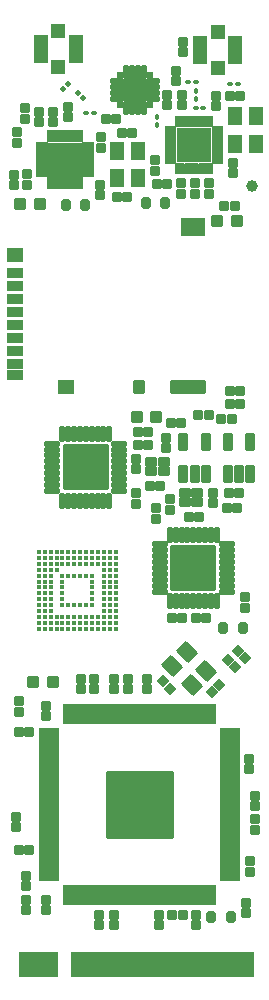
<source format=gbr>
%TF.GenerationSoftware,KiCad,Pcbnew,8.0.6*%
%TF.CreationDate,2024-11-23T18:19:37+01:00*%
%TF.ProjectId,M2SmartHome,4d32536d-6172-4744-986f-6d652e6b6963,rev?*%
%TF.SameCoordinates,Original*%
%TF.FileFunction,Soldermask,Top*%
%TF.FilePolarity,Negative*%
%FSLAX46Y46*%
G04 Gerber Fmt 4.6, Leading zero omitted, Abs format (unit mm)*
G04 Created by KiCad (PCBNEW 8.0.6) date 2024-11-23 18:19:37*
%MOMM*%
%LPD*%
G01*
G04 APERTURE LIST*
G04 Aperture macros list*
%AMRoundRect*
0 Rectangle with rounded corners*
0 $1 Rounding radius*
0 $2 $3 $4 $5 $6 $7 $8 $9 X,Y pos of 4 corners*
0 Add a 4 corners polygon primitive as box body*
4,1,4,$2,$3,$4,$5,$6,$7,$8,$9,$2,$3,0*
0 Add four circle primitives for the rounded corners*
1,1,$1+$1,$2,$3*
1,1,$1+$1,$4,$5*
1,1,$1+$1,$6,$7*
1,1,$1+$1,$8,$9*
0 Add four rect primitives between the rounded corners*
20,1,$1+$1,$2,$3,$4,$5,0*
20,1,$1+$1,$4,$5,$6,$7,0*
20,1,$1+$1,$6,$7,$8,$9,0*
20,1,$1+$1,$8,$9,$2,$3,0*%
G04 Aperture macros list end*
%ADD10C,0.010000*%
%ADD11C,0.100000*%
%ADD12RoundRect,0.102000X-0.400000X-0.400000X0.400000X-0.400000X0.400000X0.400000X-0.400000X0.400000X0*%
%ADD13RoundRect,0.102000X0.280000X0.300000X-0.280000X0.300000X-0.280000X-0.300000X0.280000X-0.300000X0*%
%ADD14RoundRect,0.102000X0.300000X-0.280000X0.300000X0.280000X-0.300000X0.280000X-0.300000X-0.280000X0*%
%ADD15RoundRect,0.102000X-0.300000X0.280000X-0.300000X-0.280000X0.300000X-0.280000X0.300000X0.280000X0*%
%ADD16RoundRect,0.102000X0.500000X0.525000X-0.500000X0.525000X-0.500000X-0.525000X0.500000X-0.525000X0*%
%ADD17RoundRect,0.102000X0.525000X1.100000X-0.525000X1.100000X-0.525000X-1.100000X0.525000X-1.100000X0*%
%ADD18C,1.000000*%
%ADD19RoundRect,0.200000X-0.200000X-0.275000X0.200000X-0.275000X0.200000X0.275000X-0.200000X0.275000X0*%
%ADD20RoundRect,0.200000X0.200000X0.275000X-0.200000X0.275000X-0.200000X-0.275000X0.200000X-0.275000X0*%
%ADD21RoundRect,0.100000X-0.162635X0.021213X0.021213X-0.162635X0.162635X-0.021213X-0.021213X0.162635X0*%
%ADD22RoundRect,0.102000X0.400000X0.400000X-0.400000X0.400000X-0.400000X-0.400000X0.400000X-0.400000X0*%
%ADD23RoundRect,0.102000X-0.014142X0.410122X-0.410122X0.014142X0.014142X-0.410122X0.410122X-0.014142X0*%
%ADD24RoundRect,0.102000X-0.175000X-0.175000X0.175000X-0.175000X0.175000X0.175000X-0.175000X0.175000X0*%
%ADD25RoundRect,0.102000X0.450000X-0.150000X0.450000X0.150000X-0.450000X0.150000X-0.450000X-0.150000X0*%
%ADD26RoundRect,0.102000X0.150000X0.450000X-0.150000X0.450000X-0.150000X-0.450000X0.150000X-0.450000X0*%
%ADD27RoundRect,0.102000X-0.450000X0.150000X-0.450000X-0.150000X0.450000X-0.150000X0.450000X0.150000X0*%
%ADD28RoundRect,0.102000X-0.150000X-0.450000X0.150000X-0.450000X0.150000X0.450000X-0.150000X0.450000X0*%
%ADD29RoundRect,0.102000X-0.900000X-0.900000X0.900000X-0.900000X0.900000X0.900000X-0.900000X0.900000X0*%
%ADD30RoundRect,0.016240X0.490760X0.215760X-0.490760X0.215760X-0.490760X-0.215760X0.490760X-0.215760X0*%
%ADD31RoundRect,0.016240X0.215760X0.490760X-0.215760X0.490760X-0.215760X-0.490760X0.215760X-0.490760X0*%
%ADD32RoundRect,0.102000X1.350000X1.350000X-1.350000X1.350000X-1.350000X-1.350000X1.350000X-1.350000X0*%
%ADD33RoundRect,0.102000X0.375000X0.325000X-0.375000X0.325000X-0.375000X-0.325000X0.375000X-0.325000X0*%
%ADD34RoundRect,0.102000X-0.525000X-0.650000X0.525000X-0.650000X0.525000X0.650000X-0.525000X0.650000X0*%
%ADD35RoundRect,0.102000X-0.130000X-0.540000X0.130000X-0.540000X0.130000X0.540000X-0.130000X0.540000X0*%
%ADD36RoundRect,0.102000X0.540000X-0.130000X0.540000X0.130000X-0.540000X0.130000X-0.540000X-0.130000X0*%
%ADD37RoundRect,0.102000X0.130000X0.540000X-0.130000X0.540000X-0.130000X-0.540000X0.130000X-0.540000X0*%
%ADD38RoundRect,0.102000X-0.540000X0.130000X-0.540000X-0.130000X0.540000X-0.130000X0.540000X0.130000X0*%
%ADD39RoundRect,0.102000X-1.850000X1.850000X-1.850000X-1.850000X1.850000X-1.850000X1.850000X1.850000X0*%
%ADD40RoundRect,0.100000X-0.100000X0.130000X-0.100000X-0.130000X0.100000X-0.130000X0.100000X0.130000X0*%
%ADD41RoundRect,0.102000X-0.280000X-0.300000X0.280000X-0.300000X0.280000X0.300000X-0.280000X0.300000X0*%
%ADD42RoundRect,0.102000X0.279400X-0.660400X0.279400X0.660400X-0.279400X0.660400X-0.279400X-0.660400X0*%
%ADD43RoundRect,0.013020X-0.823980X-0.203980X0.823980X-0.203980X0.823980X0.203980X-0.823980X0.203980X0*%
%ADD44RoundRect,0.013020X0.203980X-0.823980X0.203980X0.823980X-0.203980X0.823980X-0.203980X-0.823980X0*%
%ADD45RoundRect,0.102000X-2.775000X-2.775000X2.775000X-2.775000X2.775000X2.775000X-2.775000X2.775000X0*%
%ADD46RoundRect,0.102000X0.088388X-0.830850X0.830850X-0.088388X-0.088388X0.830850X-0.830850X0.088388X0*%
%ADD47RoundRect,0.100000X-0.021213X-0.162635X0.162635X0.021213X0.021213X0.162635X-0.162635X-0.021213X0*%
%ADD48RoundRect,0.102000X0.410122X0.014142X0.014142X0.410122X-0.410122X-0.014142X-0.014142X-0.410122X0*%
%ADD49RoundRect,0.102000X-1.850000X-1.850000X1.850000X-1.850000X1.850000X1.850000X-1.850000X1.850000X0*%
%ADD50RoundRect,0.102000X0.600000X-0.350000X0.600000X0.350000X-0.600000X0.350000X-0.600000X-0.350000X0*%
%ADD51RoundRect,0.102000X0.600000X-0.500000X0.600000X0.500000X-0.600000X0.500000X-0.600000X-0.500000X0*%
%ADD52RoundRect,0.102000X1.400000X-0.500000X1.400000X0.500000X-1.400000X0.500000X-1.400000X-0.500000X0*%
%ADD53RoundRect,0.102000X0.950000X-0.650000X0.950000X0.650000X-0.950000X0.650000X-0.950000X-0.650000X0*%
%ADD54RoundRect,0.102000X0.400000X-0.500000X0.400000X0.500000X-0.400000X0.500000X-0.400000X-0.500000X0*%
%ADD55RoundRect,0.100000X0.130000X0.100000X-0.130000X0.100000X-0.130000X-0.100000X0.130000X-0.100000X0*%
%ADD56RoundRect,0.102000X-0.410122X-0.014142X-0.014142X-0.410122X0.410122X0.014142X0.014142X0.410122X0*%
%ADD57RoundRect,0.102000X-0.375000X-0.325000X0.375000X-0.325000X0.375000X0.325000X-0.375000X0.325000X0*%
%ADD58RoundRect,0.100000X-0.130000X-0.100000X0.130000X-0.100000X0.130000X0.100000X-0.130000X0.100000X0*%
%ADD59RoundRect,0.102000X0.525000X0.650000X-0.525000X0.650000X-0.525000X-0.650000X0.525000X-0.650000X0*%
%ADD60C,0.444000*%
G04 APERTURE END LIST*
D10*
%TO.C,U7*%
X98252500Y-97057500D02*
X95452500Y-97057500D01*
X95452500Y-94257500D01*
X98252500Y-94257500D01*
X98252500Y-97057500D01*
G36*
X98252500Y-97057500D02*
G01*
X95452500Y-97057500D01*
X95452500Y-94257500D01*
X98252500Y-94257500D01*
X98252500Y-97057500D01*
G37*
X95245500Y-94098500D02*
X95247500Y-94098500D01*
X95249500Y-94099500D01*
X95251500Y-94100500D01*
X95253500Y-94100500D01*
X95255500Y-94101500D01*
X95257500Y-94102500D01*
X95259500Y-94103500D01*
X95261500Y-94105500D01*
X95262500Y-94106500D01*
X95264500Y-94107500D01*
X95265500Y-94109500D01*
X95267500Y-94110500D01*
X95268500Y-94112500D01*
X95269500Y-94113500D01*
X95271500Y-94115500D01*
X95272500Y-94117500D01*
X95273500Y-94119500D01*
X95274500Y-94121500D01*
X95274500Y-94123500D01*
X95275500Y-94125500D01*
X95276500Y-94127500D01*
X95276500Y-94129500D01*
X95277500Y-94131500D01*
X95277500Y-94133500D01*
X95277500Y-94135500D01*
X95277500Y-94137500D01*
X95277500Y-94377500D01*
X95277500Y-94379500D01*
X95277500Y-94381500D01*
X95277500Y-94383500D01*
X95276500Y-94385500D01*
X95276500Y-94387500D01*
X95275500Y-94389500D01*
X95274500Y-94391500D01*
X95274500Y-94393500D01*
X95273500Y-94395500D01*
X95272500Y-94397500D01*
X95271500Y-94399500D01*
X95269500Y-94401500D01*
X95268500Y-94402500D01*
X95267500Y-94404500D01*
X95265500Y-94405500D01*
X95264500Y-94407500D01*
X95262500Y-94408500D01*
X95261500Y-94409500D01*
X95259500Y-94411500D01*
X95257500Y-94412500D01*
X95255500Y-94413500D01*
X95253500Y-94414500D01*
X95251500Y-94414500D01*
X95249500Y-94415500D01*
X95247500Y-94416500D01*
X95245500Y-94416500D01*
X95243500Y-94417500D01*
X95241500Y-94417500D01*
X95239500Y-94417500D01*
X95237500Y-94417500D01*
X94477500Y-94417500D01*
X94475500Y-94417500D01*
X94473500Y-94417500D01*
X94471500Y-94417500D01*
X94469500Y-94416500D01*
X94467500Y-94416500D01*
X94465500Y-94415500D01*
X94463500Y-94414500D01*
X94461500Y-94414500D01*
X94459500Y-94413500D01*
X94457500Y-94412500D01*
X94455500Y-94411500D01*
X94453500Y-94409500D01*
X94452500Y-94408500D01*
X94450500Y-94407500D01*
X94449500Y-94405500D01*
X94447500Y-94404500D01*
X94446500Y-94402500D01*
X94445500Y-94401500D01*
X94443500Y-94399500D01*
X94442500Y-94397500D01*
X94441500Y-94395500D01*
X94440500Y-94393500D01*
X94440500Y-94391500D01*
X94439500Y-94389500D01*
X94438500Y-94387500D01*
X94438500Y-94385500D01*
X94437500Y-94383500D01*
X94437500Y-94381500D01*
X94437500Y-94379500D01*
X94437500Y-94377500D01*
X94437500Y-94137500D01*
X94437500Y-94135500D01*
X94437500Y-94133500D01*
X94437500Y-94131500D01*
X94438500Y-94129500D01*
X94438500Y-94127500D01*
X94439500Y-94125500D01*
X94440500Y-94123500D01*
X94440500Y-94121500D01*
X94441500Y-94119500D01*
X94442500Y-94117500D01*
X94443500Y-94115500D01*
X94445500Y-94113500D01*
X94446500Y-94112500D01*
X94447500Y-94110500D01*
X94449500Y-94109500D01*
X94450500Y-94107500D01*
X94452500Y-94106500D01*
X94453500Y-94105500D01*
X94455500Y-94103500D01*
X94457500Y-94102500D01*
X94459500Y-94101500D01*
X94461500Y-94100500D01*
X94463500Y-94100500D01*
X94465500Y-94099500D01*
X94467500Y-94098500D01*
X94469500Y-94098500D01*
X94471500Y-94097500D01*
X94473500Y-94097500D01*
X94475500Y-94097500D01*
X94477500Y-94097500D01*
X95237500Y-94097500D01*
X95239500Y-94097500D01*
X95241500Y-94097500D01*
X95243500Y-94097500D01*
X95245500Y-94098500D01*
G36*
X95245500Y-94098500D02*
G01*
X95247500Y-94098500D01*
X95249500Y-94099500D01*
X95251500Y-94100500D01*
X95253500Y-94100500D01*
X95255500Y-94101500D01*
X95257500Y-94102500D01*
X95259500Y-94103500D01*
X95261500Y-94105500D01*
X95262500Y-94106500D01*
X95264500Y-94107500D01*
X95265500Y-94109500D01*
X95267500Y-94110500D01*
X95268500Y-94112500D01*
X95269500Y-94113500D01*
X95271500Y-94115500D01*
X95272500Y-94117500D01*
X95273500Y-94119500D01*
X95274500Y-94121500D01*
X95274500Y-94123500D01*
X95275500Y-94125500D01*
X95276500Y-94127500D01*
X95276500Y-94129500D01*
X95277500Y-94131500D01*
X95277500Y-94133500D01*
X95277500Y-94135500D01*
X95277500Y-94137500D01*
X95277500Y-94377500D01*
X95277500Y-94379500D01*
X95277500Y-94381500D01*
X95277500Y-94383500D01*
X95276500Y-94385500D01*
X95276500Y-94387500D01*
X95275500Y-94389500D01*
X95274500Y-94391500D01*
X95274500Y-94393500D01*
X95273500Y-94395500D01*
X95272500Y-94397500D01*
X95271500Y-94399500D01*
X95269500Y-94401500D01*
X95268500Y-94402500D01*
X95267500Y-94404500D01*
X95265500Y-94405500D01*
X95264500Y-94407500D01*
X95262500Y-94408500D01*
X95261500Y-94409500D01*
X95259500Y-94411500D01*
X95257500Y-94412500D01*
X95255500Y-94413500D01*
X95253500Y-94414500D01*
X95251500Y-94414500D01*
X95249500Y-94415500D01*
X95247500Y-94416500D01*
X95245500Y-94416500D01*
X95243500Y-94417500D01*
X95241500Y-94417500D01*
X95239500Y-94417500D01*
X95237500Y-94417500D01*
X94477500Y-94417500D01*
X94475500Y-94417500D01*
X94473500Y-94417500D01*
X94471500Y-94417500D01*
X94469500Y-94416500D01*
X94467500Y-94416500D01*
X94465500Y-94415500D01*
X94463500Y-94414500D01*
X94461500Y-94414500D01*
X94459500Y-94413500D01*
X94457500Y-94412500D01*
X94455500Y-94411500D01*
X94453500Y-94409500D01*
X94452500Y-94408500D01*
X94450500Y-94407500D01*
X94449500Y-94405500D01*
X94447500Y-94404500D01*
X94446500Y-94402500D01*
X94445500Y-94401500D01*
X94443500Y-94399500D01*
X94442500Y-94397500D01*
X94441500Y-94395500D01*
X94440500Y-94393500D01*
X94440500Y-94391500D01*
X94439500Y-94389500D01*
X94438500Y-94387500D01*
X94438500Y-94385500D01*
X94437500Y-94383500D01*
X94437500Y-94381500D01*
X94437500Y-94379500D01*
X94437500Y-94377500D01*
X94437500Y-94137500D01*
X94437500Y-94135500D01*
X94437500Y-94133500D01*
X94437500Y-94131500D01*
X94438500Y-94129500D01*
X94438500Y-94127500D01*
X94439500Y-94125500D01*
X94440500Y-94123500D01*
X94440500Y-94121500D01*
X94441500Y-94119500D01*
X94442500Y-94117500D01*
X94443500Y-94115500D01*
X94445500Y-94113500D01*
X94446500Y-94112500D01*
X94447500Y-94110500D01*
X94449500Y-94109500D01*
X94450500Y-94107500D01*
X94452500Y-94106500D01*
X94453500Y-94105500D01*
X94455500Y-94103500D01*
X94457500Y-94102500D01*
X94459500Y-94101500D01*
X94461500Y-94100500D01*
X94463500Y-94100500D01*
X94465500Y-94099500D01*
X94467500Y-94098500D01*
X94469500Y-94098500D01*
X94471500Y-94097500D01*
X94473500Y-94097500D01*
X94475500Y-94097500D01*
X94477500Y-94097500D01*
X95237500Y-94097500D01*
X95239500Y-94097500D01*
X95241500Y-94097500D01*
X95243500Y-94097500D01*
X95245500Y-94098500D01*
G37*
X95245500Y-94498500D02*
X95247500Y-94498500D01*
X95249500Y-94499500D01*
X95251500Y-94500500D01*
X95253500Y-94500500D01*
X95255500Y-94501500D01*
X95257500Y-94502500D01*
X95259500Y-94503500D01*
X95261500Y-94505500D01*
X95262500Y-94506500D01*
X95264500Y-94507500D01*
X95265500Y-94509500D01*
X95267500Y-94510500D01*
X95268500Y-94512500D01*
X95269500Y-94513500D01*
X95271500Y-94515500D01*
X95272500Y-94517500D01*
X95273500Y-94519500D01*
X95274500Y-94521500D01*
X95274500Y-94523500D01*
X95275500Y-94525500D01*
X95276500Y-94527500D01*
X95276500Y-94529500D01*
X95277500Y-94531500D01*
X95277500Y-94533500D01*
X95277500Y-94535500D01*
X95277500Y-94537500D01*
X95277500Y-94777500D01*
X95277500Y-94779500D01*
X95277500Y-94781500D01*
X95277500Y-94783500D01*
X95276500Y-94785500D01*
X95276500Y-94787500D01*
X95275500Y-94789500D01*
X95274500Y-94791500D01*
X95274500Y-94793500D01*
X95273500Y-94795500D01*
X95272500Y-94797500D01*
X95271500Y-94799500D01*
X95269500Y-94801500D01*
X95268500Y-94802500D01*
X95267500Y-94804500D01*
X95265500Y-94805500D01*
X95264500Y-94807500D01*
X95262500Y-94808500D01*
X95261500Y-94809500D01*
X95259500Y-94811500D01*
X95257500Y-94812500D01*
X95255500Y-94813500D01*
X95253500Y-94814500D01*
X95251500Y-94814500D01*
X95249500Y-94815500D01*
X95247500Y-94816500D01*
X95245500Y-94816500D01*
X95243500Y-94817500D01*
X95241500Y-94817500D01*
X95239500Y-94817500D01*
X95237500Y-94817500D01*
X94477500Y-94817500D01*
X94475500Y-94817500D01*
X94473500Y-94817500D01*
X94471500Y-94817500D01*
X94469500Y-94816500D01*
X94467500Y-94816500D01*
X94465500Y-94815500D01*
X94463500Y-94814500D01*
X94461500Y-94814500D01*
X94459500Y-94813500D01*
X94457500Y-94812500D01*
X94455500Y-94811500D01*
X94453500Y-94809500D01*
X94452500Y-94808500D01*
X94450500Y-94807500D01*
X94449500Y-94805500D01*
X94447500Y-94804500D01*
X94446500Y-94802500D01*
X94445500Y-94801500D01*
X94443500Y-94799500D01*
X94442500Y-94797500D01*
X94441500Y-94795500D01*
X94440500Y-94793500D01*
X94440500Y-94791500D01*
X94439500Y-94789500D01*
X94438500Y-94787500D01*
X94438500Y-94785500D01*
X94437500Y-94783500D01*
X94437500Y-94781500D01*
X94437500Y-94779500D01*
X94437500Y-94777500D01*
X94437500Y-94537500D01*
X94437500Y-94535500D01*
X94437500Y-94533500D01*
X94437500Y-94531500D01*
X94438500Y-94529500D01*
X94438500Y-94527500D01*
X94439500Y-94525500D01*
X94440500Y-94523500D01*
X94440500Y-94521500D01*
X94441500Y-94519500D01*
X94442500Y-94517500D01*
X94443500Y-94515500D01*
X94445500Y-94513500D01*
X94446500Y-94512500D01*
X94447500Y-94510500D01*
X94449500Y-94509500D01*
X94450500Y-94507500D01*
X94452500Y-94506500D01*
X94453500Y-94505500D01*
X94455500Y-94503500D01*
X94457500Y-94502500D01*
X94459500Y-94501500D01*
X94461500Y-94500500D01*
X94463500Y-94500500D01*
X94465500Y-94499500D01*
X94467500Y-94498500D01*
X94469500Y-94498500D01*
X94471500Y-94497500D01*
X94473500Y-94497500D01*
X94475500Y-94497500D01*
X94477500Y-94497500D01*
X95237500Y-94497500D01*
X95239500Y-94497500D01*
X95241500Y-94497500D01*
X95243500Y-94497500D01*
X95245500Y-94498500D01*
G36*
X95245500Y-94498500D02*
G01*
X95247500Y-94498500D01*
X95249500Y-94499500D01*
X95251500Y-94500500D01*
X95253500Y-94500500D01*
X95255500Y-94501500D01*
X95257500Y-94502500D01*
X95259500Y-94503500D01*
X95261500Y-94505500D01*
X95262500Y-94506500D01*
X95264500Y-94507500D01*
X95265500Y-94509500D01*
X95267500Y-94510500D01*
X95268500Y-94512500D01*
X95269500Y-94513500D01*
X95271500Y-94515500D01*
X95272500Y-94517500D01*
X95273500Y-94519500D01*
X95274500Y-94521500D01*
X95274500Y-94523500D01*
X95275500Y-94525500D01*
X95276500Y-94527500D01*
X95276500Y-94529500D01*
X95277500Y-94531500D01*
X95277500Y-94533500D01*
X95277500Y-94535500D01*
X95277500Y-94537500D01*
X95277500Y-94777500D01*
X95277500Y-94779500D01*
X95277500Y-94781500D01*
X95277500Y-94783500D01*
X95276500Y-94785500D01*
X95276500Y-94787500D01*
X95275500Y-94789500D01*
X95274500Y-94791500D01*
X95274500Y-94793500D01*
X95273500Y-94795500D01*
X95272500Y-94797500D01*
X95271500Y-94799500D01*
X95269500Y-94801500D01*
X95268500Y-94802500D01*
X95267500Y-94804500D01*
X95265500Y-94805500D01*
X95264500Y-94807500D01*
X95262500Y-94808500D01*
X95261500Y-94809500D01*
X95259500Y-94811500D01*
X95257500Y-94812500D01*
X95255500Y-94813500D01*
X95253500Y-94814500D01*
X95251500Y-94814500D01*
X95249500Y-94815500D01*
X95247500Y-94816500D01*
X95245500Y-94816500D01*
X95243500Y-94817500D01*
X95241500Y-94817500D01*
X95239500Y-94817500D01*
X95237500Y-94817500D01*
X94477500Y-94817500D01*
X94475500Y-94817500D01*
X94473500Y-94817500D01*
X94471500Y-94817500D01*
X94469500Y-94816500D01*
X94467500Y-94816500D01*
X94465500Y-94815500D01*
X94463500Y-94814500D01*
X94461500Y-94814500D01*
X94459500Y-94813500D01*
X94457500Y-94812500D01*
X94455500Y-94811500D01*
X94453500Y-94809500D01*
X94452500Y-94808500D01*
X94450500Y-94807500D01*
X94449500Y-94805500D01*
X94447500Y-94804500D01*
X94446500Y-94802500D01*
X94445500Y-94801500D01*
X94443500Y-94799500D01*
X94442500Y-94797500D01*
X94441500Y-94795500D01*
X94440500Y-94793500D01*
X94440500Y-94791500D01*
X94439500Y-94789500D01*
X94438500Y-94787500D01*
X94438500Y-94785500D01*
X94437500Y-94783500D01*
X94437500Y-94781500D01*
X94437500Y-94779500D01*
X94437500Y-94777500D01*
X94437500Y-94537500D01*
X94437500Y-94535500D01*
X94437500Y-94533500D01*
X94437500Y-94531500D01*
X94438500Y-94529500D01*
X94438500Y-94527500D01*
X94439500Y-94525500D01*
X94440500Y-94523500D01*
X94440500Y-94521500D01*
X94441500Y-94519500D01*
X94442500Y-94517500D01*
X94443500Y-94515500D01*
X94445500Y-94513500D01*
X94446500Y-94512500D01*
X94447500Y-94510500D01*
X94449500Y-94509500D01*
X94450500Y-94507500D01*
X94452500Y-94506500D01*
X94453500Y-94505500D01*
X94455500Y-94503500D01*
X94457500Y-94502500D01*
X94459500Y-94501500D01*
X94461500Y-94500500D01*
X94463500Y-94500500D01*
X94465500Y-94499500D01*
X94467500Y-94498500D01*
X94469500Y-94498500D01*
X94471500Y-94497500D01*
X94473500Y-94497500D01*
X94475500Y-94497500D01*
X94477500Y-94497500D01*
X95237500Y-94497500D01*
X95239500Y-94497500D01*
X95241500Y-94497500D01*
X95243500Y-94497500D01*
X95245500Y-94498500D01*
G37*
X95245500Y-94898500D02*
X95247500Y-94898500D01*
X95249500Y-94899500D01*
X95251500Y-94900500D01*
X95253500Y-94900500D01*
X95255500Y-94901500D01*
X95257500Y-94902500D01*
X95259500Y-94903500D01*
X95261500Y-94905500D01*
X95262500Y-94906500D01*
X95264500Y-94907500D01*
X95265500Y-94909500D01*
X95267500Y-94910500D01*
X95268500Y-94912500D01*
X95269500Y-94913500D01*
X95271500Y-94915500D01*
X95272500Y-94917500D01*
X95273500Y-94919500D01*
X95274500Y-94921500D01*
X95274500Y-94923500D01*
X95275500Y-94925500D01*
X95276500Y-94927500D01*
X95276500Y-94929500D01*
X95277500Y-94931500D01*
X95277500Y-94933500D01*
X95277500Y-94935500D01*
X95277500Y-94937500D01*
X95277500Y-95177500D01*
X95277500Y-95179500D01*
X95277500Y-95181500D01*
X95277500Y-95183500D01*
X95276500Y-95185500D01*
X95276500Y-95187500D01*
X95275500Y-95189500D01*
X95274500Y-95191500D01*
X95274500Y-95193500D01*
X95273500Y-95195500D01*
X95272500Y-95197500D01*
X95271500Y-95199500D01*
X95269500Y-95201500D01*
X95268500Y-95202500D01*
X95267500Y-95204500D01*
X95265500Y-95205500D01*
X95264500Y-95207500D01*
X95262500Y-95208500D01*
X95261500Y-95209500D01*
X95259500Y-95211500D01*
X95257500Y-95212500D01*
X95255500Y-95213500D01*
X95253500Y-95214500D01*
X95251500Y-95214500D01*
X95249500Y-95215500D01*
X95247500Y-95216500D01*
X95245500Y-95216500D01*
X95243500Y-95217500D01*
X95241500Y-95217500D01*
X95239500Y-95217500D01*
X95237500Y-95217500D01*
X94477500Y-95217500D01*
X94475500Y-95217500D01*
X94473500Y-95217500D01*
X94471500Y-95217500D01*
X94469500Y-95216500D01*
X94467500Y-95216500D01*
X94465500Y-95215500D01*
X94463500Y-95214500D01*
X94461500Y-95214500D01*
X94459500Y-95213500D01*
X94457500Y-95212500D01*
X94455500Y-95211500D01*
X94453500Y-95209500D01*
X94452500Y-95208500D01*
X94450500Y-95207500D01*
X94449500Y-95205500D01*
X94447500Y-95204500D01*
X94446500Y-95202500D01*
X94445500Y-95201500D01*
X94443500Y-95199500D01*
X94442500Y-95197500D01*
X94441500Y-95195500D01*
X94440500Y-95193500D01*
X94440500Y-95191500D01*
X94439500Y-95189500D01*
X94438500Y-95187500D01*
X94438500Y-95185500D01*
X94437500Y-95183500D01*
X94437500Y-95181500D01*
X94437500Y-95179500D01*
X94437500Y-95177500D01*
X94437500Y-94937500D01*
X94437500Y-94935500D01*
X94437500Y-94933500D01*
X94437500Y-94931500D01*
X94438500Y-94929500D01*
X94438500Y-94927500D01*
X94439500Y-94925500D01*
X94440500Y-94923500D01*
X94440500Y-94921500D01*
X94441500Y-94919500D01*
X94442500Y-94917500D01*
X94443500Y-94915500D01*
X94445500Y-94913500D01*
X94446500Y-94912500D01*
X94447500Y-94910500D01*
X94449500Y-94909500D01*
X94450500Y-94907500D01*
X94452500Y-94906500D01*
X94453500Y-94905500D01*
X94455500Y-94903500D01*
X94457500Y-94902500D01*
X94459500Y-94901500D01*
X94461500Y-94900500D01*
X94463500Y-94900500D01*
X94465500Y-94899500D01*
X94467500Y-94898500D01*
X94469500Y-94898500D01*
X94471500Y-94897500D01*
X94473500Y-94897500D01*
X94475500Y-94897500D01*
X94477500Y-94897500D01*
X95237500Y-94897500D01*
X95239500Y-94897500D01*
X95241500Y-94897500D01*
X95243500Y-94897500D01*
X95245500Y-94898500D01*
G36*
X95245500Y-94898500D02*
G01*
X95247500Y-94898500D01*
X95249500Y-94899500D01*
X95251500Y-94900500D01*
X95253500Y-94900500D01*
X95255500Y-94901500D01*
X95257500Y-94902500D01*
X95259500Y-94903500D01*
X95261500Y-94905500D01*
X95262500Y-94906500D01*
X95264500Y-94907500D01*
X95265500Y-94909500D01*
X95267500Y-94910500D01*
X95268500Y-94912500D01*
X95269500Y-94913500D01*
X95271500Y-94915500D01*
X95272500Y-94917500D01*
X95273500Y-94919500D01*
X95274500Y-94921500D01*
X95274500Y-94923500D01*
X95275500Y-94925500D01*
X95276500Y-94927500D01*
X95276500Y-94929500D01*
X95277500Y-94931500D01*
X95277500Y-94933500D01*
X95277500Y-94935500D01*
X95277500Y-94937500D01*
X95277500Y-95177500D01*
X95277500Y-95179500D01*
X95277500Y-95181500D01*
X95277500Y-95183500D01*
X95276500Y-95185500D01*
X95276500Y-95187500D01*
X95275500Y-95189500D01*
X95274500Y-95191500D01*
X95274500Y-95193500D01*
X95273500Y-95195500D01*
X95272500Y-95197500D01*
X95271500Y-95199500D01*
X95269500Y-95201500D01*
X95268500Y-95202500D01*
X95267500Y-95204500D01*
X95265500Y-95205500D01*
X95264500Y-95207500D01*
X95262500Y-95208500D01*
X95261500Y-95209500D01*
X95259500Y-95211500D01*
X95257500Y-95212500D01*
X95255500Y-95213500D01*
X95253500Y-95214500D01*
X95251500Y-95214500D01*
X95249500Y-95215500D01*
X95247500Y-95216500D01*
X95245500Y-95216500D01*
X95243500Y-95217500D01*
X95241500Y-95217500D01*
X95239500Y-95217500D01*
X95237500Y-95217500D01*
X94477500Y-95217500D01*
X94475500Y-95217500D01*
X94473500Y-95217500D01*
X94471500Y-95217500D01*
X94469500Y-95216500D01*
X94467500Y-95216500D01*
X94465500Y-95215500D01*
X94463500Y-95214500D01*
X94461500Y-95214500D01*
X94459500Y-95213500D01*
X94457500Y-95212500D01*
X94455500Y-95211500D01*
X94453500Y-95209500D01*
X94452500Y-95208500D01*
X94450500Y-95207500D01*
X94449500Y-95205500D01*
X94447500Y-95204500D01*
X94446500Y-95202500D01*
X94445500Y-95201500D01*
X94443500Y-95199500D01*
X94442500Y-95197500D01*
X94441500Y-95195500D01*
X94440500Y-95193500D01*
X94440500Y-95191500D01*
X94439500Y-95189500D01*
X94438500Y-95187500D01*
X94438500Y-95185500D01*
X94437500Y-95183500D01*
X94437500Y-95181500D01*
X94437500Y-95179500D01*
X94437500Y-95177500D01*
X94437500Y-94937500D01*
X94437500Y-94935500D01*
X94437500Y-94933500D01*
X94437500Y-94931500D01*
X94438500Y-94929500D01*
X94438500Y-94927500D01*
X94439500Y-94925500D01*
X94440500Y-94923500D01*
X94440500Y-94921500D01*
X94441500Y-94919500D01*
X94442500Y-94917500D01*
X94443500Y-94915500D01*
X94445500Y-94913500D01*
X94446500Y-94912500D01*
X94447500Y-94910500D01*
X94449500Y-94909500D01*
X94450500Y-94907500D01*
X94452500Y-94906500D01*
X94453500Y-94905500D01*
X94455500Y-94903500D01*
X94457500Y-94902500D01*
X94459500Y-94901500D01*
X94461500Y-94900500D01*
X94463500Y-94900500D01*
X94465500Y-94899500D01*
X94467500Y-94898500D01*
X94469500Y-94898500D01*
X94471500Y-94897500D01*
X94473500Y-94897500D01*
X94475500Y-94897500D01*
X94477500Y-94897500D01*
X95237500Y-94897500D01*
X95239500Y-94897500D01*
X95241500Y-94897500D01*
X95243500Y-94897500D01*
X95245500Y-94898500D01*
G37*
X95245500Y-95298500D02*
X95247500Y-95298500D01*
X95249500Y-95299500D01*
X95251500Y-95300500D01*
X95253500Y-95300500D01*
X95255500Y-95301500D01*
X95257500Y-95302500D01*
X95259500Y-95303500D01*
X95261500Y-95305500D01*
X95262500Y-95306500D01*
X95264500Y-95307500D01*
X95265500Y-95309500D01*
X95267500Y-95310500D01*
X95268500Y-95312500D01*
X95269500Y-95313500D01*
X95271500Y-95315500D01*
X95272500Y-95317500D01*
X95273500Y-95319500D01*
X95274500Y-95321500D01*
X95274500Y-95323500D01*
X95275500Y-95325500D01*
X95276500Y-95327500D01*
X95276500Y-95329500D01*
X95277500Y-95331500D01*
X95277500Y-95333500D01*
X95277500Y-95335500D01*
X95277500Y-95337500D01*
X95277500Y-95577500D01*
X95277500Y-95579500D01*
X95277500Y-95581500D01*
X95277500Y-95583500D01*
X95276500Y-95585500D01*
X95276500Y-95587500D01*
X95275500Y-95589500D01*
X95274500Y-95591500D01*
X95274500Y-95593500D01*
X95273500Y-95595500D01*
X95272500Y-95597500D01*
X95271500Y-95599500D01*
X95269500Y-95601500D01*
X95268500Y-95602500D01*
X95267500Y-95604500D01*
X95265500Y-95605500D01*
X95264500Y-95607500D01*
X95262500Y-95608500D01*
X95261500Y-95609500D01*
X95259500Y-95611500D01*
X95257500Y-95612500D01*
X95255500Y-95613500D01*
X95253500Y-95614500D01*
X95251500Y-95614500D01*
X95249500Y-95615500D01*
X95247500Y-95616500D01*
X95245500Y-95616500D01*
X95243500Y-95617500D01*
X95241500Y-95617500D01*
X95239500Y-95617500D01*
X95237500Y-95617500D01*
X94477500Y-95617500D01*
X94475500Y-95617500D01*
X94473500Y-95617500D01*
X94471500Y-95617500D01*
X94469500Y-95616500D01*
X94467500Y-95616500D01*
X94465500Y-95615500D01*
X94463500Y-95614500D01*
X94461500Y-95614500D01*
X94459500Y-95613500D01*
X94457500Y-95612500D01*
X94455500Y-95611500D01*
X94453500Y-95609500D01*
X94452500Y-95608500D01*
X94450500Y-95607500D01*
X94449500Y-95605500D01*
X94447500Y-95604500D01*
X94446500Y-95602500D01*
X94445500Y-95601500D01*
X94443500Y-95599500D01*
X94442500Y-95597500D01*
X94441500Y-95595500D01*
X94440500Y-95593500D01*
X94440500Y-95591500D01*
X94439500Y-95589500D01*
X94438500Y-95587500D01*
X94438500Y-95585500D01*
X94437500Y-95583500D01*
X94437500Y-95581500D01*
X94437500Y-95579500D01*
X94437500Y-95577500D01*
X94437500Y-95337500D01*
X94437500Y-95335500D01*
X94437500Y-95333500D01*
X94437500Y-95331500D01*
X94438500Y-95329500D01*
X94438500Y-95327500D01*
X94439500Y-95325500D01*
X94440500Y-95323500D01*
X94440500Y-95321500D01*
X94441500Y-95319500D01*
X94442500Y-95317500D01*
X94443500Y-95315500D01*
X94445500Y-95313500D01*
X94446500Y-95312500D01*
X94447500Y-95310500D01*
X94449500Y-95309500D01*
X94450500Y-95307500D01*
X94452500Y-95306500D01*
X94453500Y-95305500D01*
X94455500Y-95303500D01*
X94457500Y-95302500D01*
X94459500Y-95301500D01*
X94461500Y-95300500D01*
X94463500Y-95300500D01*
X94465500Y-95299500D01*
X94467500Y-95298500D01*
X94469500Y-95298500D01*
X94471500Y-95297500D01*
X94473500Y-95297500D01*
X94475500Y-95297500D01*
X94477500Y-95297500D01*
X95237500Y-95297500D01*
X95239500Y-95297500D01*
X95241500Y-95297500D01*
X95243500Y-95297500D01*
X95245500Y-95298500D01*
G36*
X95245500Y-95298500D02*
G01*
X95247500Y-95298500D01*
X95249500Y-95299500D01*
X95251500Y-95300500D01*
X95253500Y-95300500D01*
X95255500Y-95301500D01*
X95257500Y-95302500D01*
X95259500Y-95303500D01*
X95261500Y-95305500D01*
X95262500Y-95306500D01*
X95264500Y-95307500D01*
X95265500Y-95309500D01*
X95267500Y-95310500D01*
X95268500Y-95312500D01*
X95269500Y-95313500D01*
X95271500Y-95315500D01*
X95272500Y-95317500D01*
X95273500Y-95319500D01*
X95274500Y-95321500D01*
X95274500Y-95323500D01*
X95275500Y-95325500D01*
X95276500Y-95327500D01*
X95276500Y-95329500D01*
X95277500Y-95331500D01*
X95277500Y-95333500D01*
X95277500Y-95335500D01*
X95277500Y-95337500D01*
X95277500Y-95577500D01*
X95277500Y-95579500D01*
X95277500Y-95581500D01*
X95277500Y-95583500D01*
X95276500Y-95585500D01*
X95276500Y-95587500D01*
X95275500Y-95589500D01*
X95274500Y-95591500D01*
X95274500Y-95593500D01*
X95273500Y-95595500D01*
X95272500Y-95597500D01*
X95271500Y-95599500D01*
X95269500Y-95601500D01*
X95268500Y-95602500D01*
X95267500Y-95604500D01*
X95265500Y-95605500D01*
X95264500Y-95607500D01*
X95262500Y-95608500D01*
X95261500Y-95609500D01*
X95259500Y-95611500D01*
X95257500Y-95612500D01*
X95255500Y-95613500D01*
X95253500Y-95614500D01*
X95251500Y-95614500D01*
X95249500Y-95615500D01*
X95247500Y-95616500D01*
X95245500Y-95616500D01*
X95243500Y-95617500D01*
X95241500Y-95617500D01*
X95239500Y-95617500D01*
X95237500Y-95617500D01*
X94477500Y-95617500D01*
X94475500Y-95617500D01*
X94473500Y-95617500D01*
X94471500Y-95617500D01*
X94469500Y-95616500D01*
X94467500Y-95616500D01*
X94465500Y-95615500D01*
X94463500Y-95614500D01*
X94461500Y-95614500D01*
X94459500Y-95613500D01*
X94457500Y-95612500D01*
X94455500Y-95611500D01*
X94453500Y-95609500D01*
X94452500Y-95608500D01*
X94450500Y-95607500D01*
X94449500Y-95605500D01*
X94447500Y-95604500D01*
X94446500Y-95602500D01*
X94445500Y-95601500D01*
X94443500Y-95599500D01*
X94442500Y-95597500D01*
X94441500Y-95595500D01*
X94440500Y-95593500D01*
X94440500Y-95591500D01*
X94439500Y-95589500D01*
X94438500Y-95587500D01*
X94438500Y-95585500D01*
X94437500Y-95583500D01*
X94437500Y-95581500D01*
X94437500Y-95579500D01*
X94437500Y-95577500D01*
X94437500Y-95337500D01*
X94437500Y-95335500D01*
X94437500Y-95333500D01*
X94437500Y-95331500D01*
X94438500Y-95329500D01*
X94438500Y-95327500D01*
X94439500Y-95325500D01*
X94440500Y-95323500D01*
X94440500Y-95321500D01*
X94441500Y-95319500D01*
X94442500Y-95317500D01*
X94443500Y-95315500D01*
X94445500Y-95313500D01*
X94446500Y-95312500D01*
X94447500Y-95310500D01*
X94449500Y-95309500D01*
X94450500Y-95307500D01*
X94452500Y-95306500D01*
X94453500Y-95305500D01*
X94455500Y-95303500D01*
X94457500Y-95302500D01*
X94459500Y-95301500D01*
X94461500Y-95300500D01*
X94463500Y-95300500D01*
X94465500Y-95299500D01*
X94467500Y-95298500D01*
X94469500Y-95298500D01*
X94471500Y-95297500D01*
X94473500Y-95297500D01*
X94475500Y-95297500D01*
X94477500Y-95297500D01*
X95237500Y-95297500D01*
X95239500Y-95297500D01*
X95241500Y-95297500D01*
X95243500Y-95297500D01*
X95245500Y-95298500D01*
G37*
X95245500Y-95698500D02*
X95247500Y-95698500D01*
X95249500Y-95699500D01*
X95251500Y-95700500D01*
X95253500Y-95700500D01*
X95255500Y-95701500D01*
X95257500Y-95702500D01*
X95259500Y-95703500D01*
X95261500Y-95705500D01*
X95262500Y-95706500D01*
X95264500Y-95707500D01*
X95265500Y-95709500D01*
X95267500Y-95710500D01*
X95268500Y-95712500D01*
X95269500Y-95713500D01*
X95271500Y-95715500D01*
X95272500Y-95717500D01*
X95273500Y-95719500D01*
X95274500Y-95721500D01*
X95274500Y-95723500D01*
X95275500Y-95725500D01*
X95276500Y-95727500D01*
X95276500Y-95729500D01*
X95277500Y-95731500D01*
X95277500Y-95733500D01*
X95277500Y-95735500D01*
X95277500Y-95737500D01*
X95277500Y-95977500D01*
X95277500Y-95979500D01*
X95277500Y-95981500D01*
X95277500Y-95983500D01*
X95276500Y-95985500D01*
X95276500Y-95987500D01*
X95275500Y-95989500D01*
X95274500Y-95991500D01*
X95274500Y-95993500D01*
X95273500Y-95995500D01*
X95272500Y-95997500D01*
X95271500Y-95999500D01*
X95269500Y-96001500D01*
X95268500Y-96002500D01*
X95267500Y-96004500D01*
X95265500Y-96005500D01*
X95264500Y-96007500D01*
X95262500Y-96008500D01*
X95261500Y-96009500D01*
X95259500Y-96011500D01*
X95257500Y-96012500D01*
X95255500Y-96013500D01*
X95253500Y-96014500D01*
X95251500Y-96014500D01*
X95249500Y-96015500D01*
X95247500Y-96016500D01*
X95245500Y-96016500D01*
X95243500Y-96017500D01*
X95241500Y-96017500D01*
X95239500Y-96017500D01*
X95237500Y-96017500D01*
X94477500Y-96017500D01*
X94475500Y-96017500D01*
X94473500Y-96017500D01*
X94471500Y-96017500D01*
X94469500Y-96016500D01*
X94467500Y-96016500D01*
X94465500Y-96015500D01*
X94463500Y-96014500D01*
X94461500Y-96014500D01*
X94459500Y-96013500D01*
X94457500Y-96012500D01*
X94455500Y-96011500D01*
X94453500Y-96009500D01*
X94452500Y-96008500D01*
X94450500Y-96007500D01*
X94449500Y-96005500D01*
X94447500Y-96004500D01*
X94446500Y-96002500D01*
X94445500Y-96001500D01*
X94443500Y-95999500D01*
X94442500Y-95997500D01*
X94441500Y-95995500D01*
X94440500Y-95993500D01*
X94440500Y-95991500D01*
X94439500Y-95989500D01*
X94438500Y-95987500D01*
X94438500Y-95985500D01*
X94437500Y-95983500D01*
X94437500Y-95981500D01*
X94437500Y-95979500D01*
X94437500Y-95977500D01*
X94437500Y-95737500D01*
X94437500Y-95735500D01*
X94437500Y-95733500D01*
X94437500Y-95731500D01*
X94438500Y-95729500D01*
X94438500Y-95727500D01*
X94439500Y-95725500D01*
X94440500Y-95723500D01*
X94440500Y-95721500D01*
X94441500Y-95719500D01*
X94442500Y-95717500D01*
X94443500Y-95715500D01*
X94445500Y-95713500D01*
X94446500Y-95712500D01*
X94447500Y-95710500D01*
X94449500Y-95709500D01*
X94450500Y-95707500D01*
X94452500Y-95706500D01*
X94453500Y-95705500D01*
X94455500Y-95703500D01*
X94457500Y-95702500D01*
X94459500Y-95701500D01*
X94461500Y-95700500D01*
X94463500Y-95700500D01*
X94465500Y-95699500D01*
X94467500Y-95698500D01*
X94469500Y-95698500D01*
X94471500Y-95697500D01*
X94473500Y-95697500D01*
X94475500Y-95697500D01*
X94477500Y-95697500D01*
X95237500Y-95697500D01*
X95239500Y-95697500D01*
X95241500Y-95697500D01*
X95243500Y-95697500D01*
X95245500Y-95698500D01*
G36*
X95245500Y-95698500D02*
G01*
X95247500Y-95698500D01*
X95249500Y-95699500D01*
X95251500Y-95700500D01*
X95253500Y-95700500D01*
X95255500Y-95701500D01*
X95257500Y-95702500D01*
X95259500Y-95703500D01*
X95261500Y-95705500D01*
X95262500Y-95706500D01*
X95264500Y-95707500D01*
X95265500Y-95709500D01*
X95267500Y-95710500D01*
X95268500Y-95712500D01*
X95269500Y-95713500D01*
X95271500Y-95715500D01*
X95272500Y-95717500D01*
X95273500Y-95719500D01*
X95274500Y-95721500D01*
X95274500Y-95723500D01*
X95275500Y-95725500D01*
X95276500Y-95727500D01*
X95276500Y-95729500D01*
X95277500Y-95731500D01*
X95277500Y-95733500D01*
X95277500Y-95735500D01*
X95277500Y-95737500D01*
X95277500Y-95977500D01*
X95277500Y-95979500D01*
X95277500Y-95981500D01*
X95277500Y-95983500D01*
X95276500Y-95985500D01*
X95276500Y-95987500D01*
X95275500Y-95989500D01*
X95274500Y-95991500D01*
X95274500Y-95993500D01*
X95273500Y-95995500D01*
X95272500Y-95997500D01*
X95271500Y-95999500D01*
X95269500Y-96001500D01*
X95268500Y-96002500D01*
X95267500Y-96004500D01*
X95265500Y-96005500D01*
X95264500Y-96007500D01*
X95262500Y-96008500D01*
X95261500Y-96009500D01*
X95259500Y-96011500D01*
X95257500Y-96012500D01*
X95255500Y-96013500D01*
X95253500Y-96014500D01*
X95251500Y-96014500D01*
X95249500Y-96015500D01*
X95247500Y-96016500D01*
X95245500Y-96016500D01*
X95243500Y-96017500D01*
X95241500Y-96017500D01*
X95239500Y-96017500D01*
X95237500Y-96017500D01*
X94477500Y-96017500D01*
X94475500Y-96017500D01*
X94473500Y-96017500D01*
X94471500Y-96017500D01*
X94469500Y-96016500D01*
X94467500Y-96016500D01*
X94465500Y-96015500D01*
X94463500Y-96014500D01*
X94461500Y-96014500D01*
X94459500Y-96013500D01*
X94457500Y-96012500D01*
X94455500Y-96011500D01*
X94453500Y-96009500D01*
X94452500Y-96008500D01*
X94450500Y-96007500D01*
X94449500Y-96005500D01*
X94447500Y-96004500D01*
X94446500Y-96002500D01*
X94445500Y-96001500D01*
X94443500Y-95999500D01*
X94442500Y-95997500D01*
X94441500Y-95995500D01*
X94440500Y-95993500D01*
X94440500Y-95991500D01*
X94439500Y-95989500D01*
X94438500Y-95987500D01*
X94438500Y-95985500D01*
X94437500Y-95983500D01*
X94437500Y-95981500D01*
X94437500Y-95979500D01*
X94437500Y-95977500D01*
X94437500Y-95737500D01*
X94437500Y-95735500D01*
X94437500Y-95733500D01*
X94437500Y-95731500D01*
X94438500Y-95729500D01*
X94438500Y-95727500D01*
X94439500Y-95725500D01*
X94440500Y-95723500D01*
X94440500Y-95721500D01*
X94441500Y-95719500D01*
X94442500Y-95717500D01*
X94443500Y-95715500D01*
X94445500Y-95713500D01*
X94446500Y-95712500D01*
X94447500Y-95710500D01*
X94449500Y-95709500D01*
X94450500Y-95707500D01*
X94452500Y-95706500D01*
X94453500Y-95705500D01*
X94455500Y-95703500D01*
X94457500Y-95702500D01*
X94459500Y-95701500D01*
X94461500Y-95700500D01*
X94463500Y-95700500D01*
X94465500Y-95699500D01*
X94467500Y-95698500D01*
X94469500Y-95698500D01*
X94471500Y-95697500D01*
X94473500Y-95697500D01*
X94475500Y-95697500D01*
X94477500Y-95697500D01*
X95237500Y-95697500D01*
X95239500Y-95697500D01*
X95241500Y-95697500D01*
X95243500Y-95697500D01*
X95245500Y-95698500D01*
G37*
X95245500Y-96098500D02*
X95247500Y-96098500D01*
X95249500Y-96099500D01*
X95251500Y-96100500D01*
X95253500Y-96100500D01*
X95255500Y-96101500D01*
X95257500Y-96102500D01*
X95259500Y-96103500D01*
X95261500Y-96105500D01*
X95262500Y-96106500D01*
X95264500Y-96107500D01*
X95265500Y-96109500D01*
X95267500Y-96110500D01*
X95268500Y-96112500D01*
X95269500Y-96113500D01*
X95271500Y-96115500D01*
X95272500Y-96117500D01*
X95273500Y-96119500D01*
X95274500Y-96121500D01*
X95274500Y-96123500D01*
X95275500Y-96125500D01*
X95276500Y-96127500D01*
X95276500Y-96129500D01*
X95277500Y-96131500D01*
X95277500Y-96133500D01*
X95277500Y-96135500D01*
X95277500Y-96137500D01*
X95277500Y-96377500D01*
X95277500Y-96379500D01*
X95277500Y-96381500D01*
X95277500Y-96383500D01*
X95276500Y-96385500D01*
X95276500Y-96387500D01*
X95275500Y-96389500D01*
X95274500Y-96391500D01*
X95274500Y-96393500D01*
X95273500Y-96395500D01*
X95272500Y-96397500D01*
X95271500Y-96399500D01*
X95269500Y-96401500D01*
X95268500Y-96402500D01*
X95267500Y-96404500D01*
X95265500Y-96405500D01*
X95264500Y-96407500D01*
X95262500Y-96408500D01*
X95261500Y-96409500D01*
X95259500Y-96411500D01*
X95257500Y-96412500D01*
X95255500Y-96413500D01*
X95253500Y-96414500D01*
X95251500Y-96414500D01*
X95249500Y-96415500D01*
X95247500Y-96416500D01*
X95245500Y-96416500D01*
X95243500Y-96417500D01*
X95241500Y-96417500D01*
X95239500Y-96417500D01*
X95237500Y-96417500D01*
X94477500Y-96417500D01*
X94475500Y-96417500D01*
X94473500Y-96417500D01*
X94471500Y-96417500D01*
X94469500Y-96416500D01*
X94467500Y-96416500D01*
X94465500Y-96415500D01*
X94463500Y-96414500D01*
X94461500Y-96414500D01*
X94459500Y-96413500D01*
X94457500Y-96412500D01*
X94455500Y-96411500D01*
X94453500Y-96409500D01*
X94452500Y-96408500D01*
X94450500Y-96407500D01*
X94449500Y-96405500D01*
X94447500Y-96404500D01*
X94446500Y-96402500D01*
X94445500Y-96401500D01*
X94443500Y-96399500D01*
X94442500Y-96397500D01*
X94441500Y-96395500D01*
X94440500Y-96393500D01*
X94440500Y-96391500D01*
X94439500Y-96389500D01*
X94438500Y-96387500D01*
X94438500Y-96385500D01*
X94437500Y-96383500D01*
X94437500Y-96381500D01*
X94437500Y-96379500D01*
X94437500Y-96377500D01*
X94437500Y-96137500D01*
X94437500Y-96135500D01*
X94437500Y-96133500D01*
X94437500Y-96131500D01*
X94438500Y-96129500D01*
X94438500Y-96127500D01*
X94439500Y-96125500D01*
X94440500Y-96123500D01*
X94440500Y-96121500D01*
X94441500Y-96119500D01*
X94442500Y-96117500D01*
X94443500Y-96115500D01*
X94445500Y-96113500D01*
X94446500Y-96112500D01*
X94447500Y-96110500D01*
X94449500Y-96109500D01*
X94450500Y-96107500D01*
X94452500Y-96106500D01*
X94453500Y-96105500D01*
X94455500Y-96103500D01*
X94457500Y-96102500D01*
X94459500Y-96101500D01*
X94461500Y-96100500D01*
X94463500Y-96100500D01*
X94465500Y-96099500D01*
X94467500Y-96098500D01*
X94469500Y-96098500D01*
X94471500Y-96097500D01*
X94473500Y-96097500D01*
X94475500Y-96097500D01*
X94477500Y-96097500D01*
X95237500Y-96097500D01*
X95239500Y-96097500D01*
X95241500Y-96097500D01*
X95243500Y-96097500D01*
X95245500Y-96098500D01*
G36*
X95245500Y-96098500D02*
G01*
X95247500Y-96098500D01*
X95249500Y-96099500D01*
X95251500Y-96100500D01*
X95253500Y-96100500D01*
X95255500Y-96101500D01*
X95257500Y-96102500D01*
X95259500Y-96103500D01*
X95261500Y-96105500D01*
X95262500Y-96106500D01*
X95264500Y-96107500D01*
X95265500Y-96109500D01*
X95267500Y-96110500D01*
X95268500Y-96112500D01*
X95269500Y-96113500D01*
X95271500Y-96115500D01*
X95272500Y-96117500D01*
X95273500Y-96119500D01*
X95274500Y-96121500D01*
X95274500Y-96123500D01*
X95275500Y-96125500D01*
X95276500Y-96127500D01*
X95276500Y-96129500D01*
X95277500Y-96131500D01*
X95277500Y-96133500D01*
X95277500Y-96135500D01*
X95277500Y-96137500D01*
X95277500Y-96377500D01*
X95277500Y-96379500D01*
X95277500Y-96381500D01*
X95277500Y-96383500D01*
X95276500Y-96385500D01*
X95276500Y-96387500D01*
X95275500Y-96389500D01*
X95274500Y-96391500D01*
X95274500Y-96393500D01*
X95273500Y-96395500D01*
X95272500Y-96397500D01*
X95271500Y-96399500D01*
X95269500Y-96401500D01*
X95268500Y-96402500D01*
X95267500Y-96404500D01*
X95265500Y-96405500D01*
X95264500Y-96407500D01*
X95262500Y-96408500D01*
X95261500Y-96409500D01*
X95259500Y-96411500D01*
X95257500Y-96412500D01*
X95255500Y-96413500D01*
X95253500Y-96414500D01*
X95251500Y-96414500D01*
X95249500Y-96415500D01*
X95247500Y-96416500D01*
X95245500Y-96416500D01*
X95243500Y-96417500D01*
X95241500Y-96417500D01*
X95239500Y-96417500D01*
X95237500Y-96417500D01*
X94477500Y-96417500D01*
X94475500Y-96417500D01*
X94473500Y-96417500D01*
X94471500Y-96417500D01*
X94469500Y-96416500D01*
X94467500Y-96416500D01*
X94465500Y-96415500D01*
X94463500Y-96414500D01*
X94461500Y-96414500D01*
X94459500Y-96413500D01*
X94457500Y-96412500D01*
X94455500Y-96411500D01*
X94453500Y-96409500D01*
X94452500Y-96408500D01*
X94450500Y-96407500D01*
X94449500Y-96405500D01*
X94447500Y-96404500D01*
X94446500Y-96402500D01*
X94445500Y-96401500D01*
X94443500Y-96399500D01*
X94442500Y-96397500D01*
X94441500Y-96395500D01*
X94440500Y-96393500D01*
X94440500Y-96391500D01*
X94439500Y-96389500D01*
X94438500Y-96387500D01*
X94438500Y-96385500D01*
X94437500Y-96383500D01*
X94437500Y-96381500D01*
X94437500Y-96379500D01*
X94437500Y-96377500D01*
X94437500Y-96137500D01*
X94437500Y-96135500D01*
X94437500Y-96133500D01*
X94437500Y-96131500D01*
X94438500Y-96129500D01*
X94438500Y-96127500D01*
X94439500Y-96125500D01*
X94440500Y-96123500D01*
X94440500Y-96121500D01*
X94441500Y-96119500D01*
X94442500Y-96117500D01*
X94443500Y-96115500D01*
X94445500Y-96113500D01*
X94446500Y-96112500D01*
X94447500Y-96110500D01*
X94449500Y-96109500D01*
X94450500Y-96107500D01*
X94452500Y-96106500D01*
X94453500Y-96105500D01*
X94455500Y-96103500D01*
X94457500Y-96102500D01*
X94459500Y-96101500D01*
X94461500Y-96100500D01*
X94463500Y-96100500D01*
X94465500Y-96099500D01*
X94467500Y-96098500D01*
X94469500Y-96098500D01*
X94471500Y-96097500D01*
X94473500Y-96097500D01*
X94475500Y-96097500D01*
X94477500Y-96097500D01*
X95237500Y-96097500D01*
X95239500Y-96097500D01*
X95241500Y-96097500D01*
X95243500Y-96097500D01*
X95245500Y-96098500D01*
G37*
X95245500Y-96498500D02*
X95247500Y-96498500D01*
X95249500Y-96499500D01*
X95251500Y-96500500D01*
X95253500Y-96500500D01*
X95255500Y-96501500D01*
X95257500Y-96502500D01*
X95259500Y-96503500D01*
X95261500Y-96505500D01*
X95262500Y-96506500D01*
X95264500Y-96507500D01*
X95265500Y-96509500D01*
X95267500Y-96510500D01*
X95268500Y-96512500D01*
X95269500Y-96513500D01*
X95271500Y-96515500D01*
X95272500Y-96517500D01*
X95273500Y-96519500D01*
X95274500Y-96521500D01*
X95274500Y-96523500D01*
X95275500Y-96525500D01*
X95276500Y-96527500D01*
X95276500Y-96529500D01*
X95277500Y-96531500D01*
X95277500Y-96533500D01*
X95277500Y-96535500D01*
X95277500Y-96537500D01*
X95277500Y-96777500D01*
X95277500Y-96779500D01*
X95277500Y-96781500D01*
X95277500Y-96783500D01*
X95276500Y-96785500D01*
X95276500Y-96787500D01*
X95275500Y-96789500D01*
X95274500Y-96791500D01*
X95274500Y-96793500D01*
X95273500Y-96795500D01*
X95272500Y-96797500D01*
X95271500Y-96799500D01*
X95269500Y-96801500D01*
X95268500Y-96802500D01*
X95267500Y-96804500D01*
X95265500Y-96805500D01*
X95264500Y-96807500D01*
X95262500Y-96808500D01*
X95261500Y-96809500D01*
X95259500Y-96811500D01*
X95257500Y-96812500D01*
X95255500Y-96813500D01*
X95253500Y-96814500D01*
X95251500Y-96814500D01*
X95249500Y-96815500D01*
X95247500Y-96816500D01*
X95245500Y-96816500D01*
X95243500Y-96817500D01*
X95241500Y-96817500D01*
X95239500Y-96817500D01*
X95237500Y-96817500D01*
X94477500Y-96817500D01*
X94475500Y-96817500D01*
X94473500Y-96817500D01*
X94471500Y-96817500D01*
X94469500Y-96816500D01*
X94467500Y-96816500D01*
X94465500Y-96815500D01*
X94463500Y-96814500D01*
X94461500Y-96814500D01*
X94459500Y-96813500D01*
X94457500Y-96812500D01*
X94455500Y-96811500D01*
X94453500Y-96809500D01*
X94452500Y-96808500D01*
X94450500Y-96807500D01*
X94449500Y-96805500D01*
X94447500Y-96804500D01*
X94446500Y-96802500D01*
X94445500Y-96801500D01*
X94443500Y-96799500D01*
X94442500Y-96797500D01*
X94441500Y-96795500D01*
X94440500Y-96793500D01*
X94440500Y-96791500D01*
X94439500Y-96789500D01*
X94438500Y-96787500D01*
X94438500Y-96785500D01*
X94437500Y-96783500D01*
X94437500Y-96781500D01*
X94437500Y-96779500D01*
X94437500Y-96777500D01*
X94437500Y-96537500D01*
X94437500Y-96535500D01*
X94437500Y-96533500D01*
X94437500Y-96531500D01*
X94438500Y-96529500D01*
X94438500Y-96527500D01*
X94439500Y-96525500D01*
X94440500Y-96523500D01*
X94440500Y-96521500D01*
X94441500Y-96519500D01*
X94442500Y-96517500D01*
X94443500Y-96515500D01*
X94445500Y-96513500D01*
X94446500Y-96512500D01*
X94447500Y-96510500D01*
X94449500Y-96509500D01*
X94450500Y-96507500D01*
X94452500Y-96506500D01*
X94453500Y-96505500D01*
X94455500Y-96503500D01*
X94457500Y-96502500D01*
X94459500Y-96501500D01*
X94461500Y-96500500D01*
X94463500Y-96500500D01*
X94465500Y-96499500D01*
X94467500Y-96498500D01*
X94469500Y-96498500D01*
X94471500Y-96497500D01*
X94473500Y-96497500D01*
X94475500Y-96497500D01*
X94477500Y-96497500D01*
X95237500Y-96497500D01*
X95239500Y-96497500D01*
X95241500Y-96497500D01*
X95243500Y-96497500D01*
X95245500Y-96498500D01*
G36*
X95245500Y-96498500D02*
G01*
X95247500Y-96498500D01*
X95249500Y-96499500D01*
X95251500Y-96500500D01*
X95253500Y-96500500D01*
X95255500Y-96501500D01*
X95257500Y-96502500D01*
X95259500Y-96503500D01*
X95261500Y-96505500D01*
X95262500Y-96506500D01*
X95264500Y-96507500D01*
X95265500Y-96509500D01*
X95267500Y-96510500D01*
X95268500Y-96512500D01*
X95269500Y-96513500D01*
X95271500Y-96515500D01*
X95272500Y-96517500D01*
X95273500Y-96519500D01*
X95274500Y-96521500D01*
X95274500Y-96523500D01*
X95275500Y-96525500D01*
X95276500Y-96527500D01*
X95276500Y-96529500D01*
X95277500Y-96531500D01*
X95277500Y-96533500D01*
X95277500Y-96535500D01*
X95277500Y-96537500D01*
X95277500Y-96777500D01*
X95277500Y-96779500D01*
X95277500Y-96781500D01*
X95277500Y-96783500D01*
X95276500Y-96785500D01*
X95276500Y-96787500D01*
X95275500Y-96789500D01*
X95274500Y-96791500D01*
X95274500Y-96793500D01*
X95273500Y-96795500D01*
X95272500Y-96797500D01*
X95271500Y-96799500D01*
X95269500Y-96801500D01*
X95268500Y-96802500D01*
X95267500Y-96804500D01*
X95265500Y-96805500D01*
X95264500Y-96807500D01*
X95262500Y-96808500D01*
X95261500Y-96809500D01*
X95259500Y-96811500D01*
X95257500Y-96812500D01*
X95255500Y-96813500D01*
X95253500Y-96814500D01*
X95251500Y-96814500D01*
X95249500Y-96815500D01*
X95247500Y-96816500D01*
X95245500Y-96816500D01*
X95243500Y-96817500D01*
X95241500Y-96817500D01*
X95239500Y-96817500D01*
X95237500Y-96817500D01*
X94477500Y-96817500D01*
X94475500Y-96817500D01*
X94473500Y-96817500D01*
X94471500Y-96817500D01*
X94469500Y-96816500D01*
X94467500Y-96816500D01*
X94465500Y-96815500D01*
X94463500Y-96814500D01*
X94461500Y-96814500D01*
X94459500Y-96813500D01*
X94457500Y-96812500D01*
X94455500Y-96811500D01*
X94453500Y-96809500D01*
X94452500Y-96808500D01*
X94450500Y-96807500D01*
X94449500Y-96805500D01*
X94447500Y-96804500D01*
X94446500Y-96802500D01*
X94445500Y-96801500D01*
X94443500Y-96799500D01*
X94442500Y-96797500D01*
X94441500Y-96795500D01*
X94440500Y-96793500D01*
X94440500Y-96791500D01*
X94439500Y-96789500D01*
X94438500Y-96787500D01*
X94438500Y-96785500D01*
X94437500Y-96783500D01*
X94437500Y-96781500D01*
X94437500Y-96779500D01*
X94437500Y-96777500D01*
X94437500Y-96537500D01*
X94437500Y-96535500D01*
X94437500Y-96533500D01*
X94437500Y-96531500D01*
X94438500Y-96529500D01*
X94438500Y-96527500D01*
X94439500Y-96525500D01*
X94440500Y-96523500D01*
X94440500Y-96521500D01*
X94441500Y-96519500D01*
X94442500Y-96517500D01*
X94443500Y-96515500D01*
X94445500Y-96513500D01*
X94446500Y-96512500D01*
X94447500Y-96510500D01*
X94449500Y-96509500D01*
X94450500Y-96507500D01*
X94452500Y-96506500D01*
X94453500Y-96505500D01*
X94455500Y-96503500D01*
X94457500Y-96502500D01*
X94459500Y-96501500D01*
X94461500Y-96500500D01*
X94463500Y-96500500D01*
X94465500Y-96499500D01*
X94467500Y-96498500D01*
X94469500Y-96498500D01*
X94471500Y-96497500D01*
X94473500Y-96497500D01*
X94475500Y-96497500D01*
X94477500Y-96497500D01*
X95237500Y-96497500D01*
X95239500Y-96497500D01*
X95241500Y-96497500D01*
X95243500Y-96497500D01*
X95245500Y-96498500D01*
G37*
X95245500Y-96898500D02*
X95247500Y-96898500D01*
X95249500Y-96899500D01*
X95251500Y-96900500D01*
X95253500Y-96900500D01*
X95255500Y-96901500D01*
X95257500Y-96902500D01*
X95259500Y-96903500D01*
X95261500Y-96905500D01*
X95262500Y-96906500D01*
X95264500Y-96907500D01*
X95265500Y-96909500D01*
X95267500Y-96910500D01*
X95268500Y-96912500D01*
X95269500Y-96913500D01*
X95271500Y-96915500D01*
X95272500Y-96917500D01*
X95273500Y-96919500D01*
X95274500Y-96921500D01*
X95274500Y-96923500D01*
X95275500Y-96925500D01*
X95276500Y-96927500D01*
X95276500Y-96929500D01*
X95277500Y-96931500D01*
X95277500Y-96933500D01*
X95277500Y-96935500D01*
X95277500Y-96937500D01*
X95277500Y-97177500D01*
X95277500Y-97179500D01*
X95277500Y-97181500D01*
X95277500Y-97183500D01*
X95276500Y-97185500D01*
X95276500Y-97187500D01*
X95275500Y-97189500D01*
X95274500Y-97191500D01*
X95274500Y-97193500D01*
X95273500Y-97195500D01*
X95272500Y-97197500D01*
X95271500Y-97199500D01*
X95269500Y-97201500D01*
X95268500Y-97202500D01*
X95267500Y-97204500D01*
X95265500Y-97205500D01*
X95264500Y-97207500D01*
X95262500Y-97208500D01*
X95261500Y-97209500D01*
X95259500Y-97211500D01*
X95257500Y-97212500D01*
X95255500Y-97213500D01*
X95253500Y-97214500D01*
X95251500Y-97214500D01*
X95249500Y-97215500D01*
X95247500Y-97216500D01*
X95245500Y-97216500D01*
X95243500Y-97217500D01*
X95241500Y-97217500D01*
X95239500Y-97217500D01*
X95237500Y-97217500D01*
X94477500Y-97217500D01*
X94475500Y-97217500D01*
X94473500Y-97217500D01*
X94471500Y-97217500D01*
X94469500Y-97216500D01*
X94467500Y-97216500D01*
X94465500Y-97215500D01*
X94463500Y-97214500D01*
X94461500Y-97214500D01*
X94459500Y-97213500D01*
X94457500Y-97212500D01*
X94455500Y-97211500D01*
X94453500Y-97209500D01*
X94452500Y-97208500D01*
X94450500Y-97207500D01*
X94449500Y-97205500D01*
X94447500Y-97204500D01*
X94446500Y-97202500D01*
X94445500Y-97201500D01*
X94443500Y-97199500D01*
X94442500Y-97197500D01*
X94441500Y-97195500D01*
X94440500Y-97193500D01*
X94440500Y-97191500D01*
X94439500Y-97189500D01*
X94438500Y-97187500D01*
X94438500Y-97185500D01*
X94437500Y-97183500D01*
X94437500Y-97181500D01*
X94437500Y-97179500D01*
X94437500Y-97177500D01*
X94437500Y-96937500D01*
X94437500Y-96935500D01*
X94437500Y-96933500D01*
X94437500Y-96931500D01*
X94438500Y-96929500D01*
X94438500Y-96927500D01*
X94439500Y-96925500D01*
X94440500Y-96923500D01*
X94440500Y-96921500D01*
X94441500Y-96919500D01*
X94442500Y-96917500D01*
X94443500Y-96915500D01*
X94445500Y-96913500D01*
X94446500Y-96912500D01*
X94447500Y-96910500D01*
X94449500Y-96909500D01*
X94450500Y-96907500D01*
X94452500Y-96906500D01*
X94453500Y-96905500D01*
X94455500Y-96903500D01*
X94457500Y-96902500D01*
X94459500Y-96901500D01*
X94461500Y-96900500D01*
X94463500Y-96900500D01*
X94465500Y-96899500D01*
X94467500Y-96898500D01*
X94469500Y-96898500D01*
X94471500Y-96897500D01*
X94473500Y-96897500D01*
X94475500Y-96897500D01*
X94477500Y-96897500D01*
X95237500Y-96897500D01*
X95239500Y-96897500D01*
X95241500Y-96897500D01*
X95243500Y-96897500D01*
X95245500Y-96898500D01*
G36*
X95245500Y-96898500D02*
G01*
X95247500Y-96898500D01*
X95249500Y-96899500D01*
X95251500Y-96900500D01*
X95253500Y-96900500D01*
X95255500Y-96901500D01*
X95257500Y-96902500D01*
X95259500Y-96903500D01*
X95261500Y-96905500D01*
X95262500Y-96906500D01*
X95264500Y-96907500D01*
X95265500Y-96909500D01*
X95267500Y-96910500D01*
X95268500Y-96912500D01*
X95269500Y-96913500D01*
X95271500Y-96915500D01*
X95272500Y-96917500D01*
X95273500Y-96919500D01*
X95274500Y-96921500D01*
X95274500Y-96923500D01*
X95275500Y-96925500D01*
X95276500Y-96927500D01*
X95276500Y-96929500D01*
X95277500Y-96931500D01*
X95277500Y-96933500D01*
X95277500Y-96935500D01*
X95277500Y-96937500D01*
X95277500Y-97177500D01*
X95277500Y-97179500D01*
X95277500Y-97181500D01*
X95277500Y-97183500D01*
X95276500Y-97185500D01*
X95276500Y-97187500D01*
X95275500Y-97189500D01*
X95274500Y-97191500D01*
X95274500Y-97193500D01*
X95273500Y-97195500D01*
X95272500Y-97197500D01*
X95271500Y-97199500D01*
X95269500Y-97201500D01*
X95268500Y-97202500D01*
X95267500Y-97204500D01*
X95265500Y-97205500D01*
X95264500Y-97207500D01*
X95262500Y-97208500D01*
X95261500Y-97209500D01*
X95259500Y-97211500D01*
X95257500Y-97212500D01*
X95255500Y-97213500D01*
X95253500Y-97214500D01*
X95251500Y-97214500D01*
X95249500Y-97215500D01*
X95247500Y-97216500D01*
X95245500Y-97216500D01*
X95243500Y-97217500D01*
X95241500Y-97217500D01*
X95239500Y-97217500D01*
X95237500Y-97217500D01*
X94477500Y-97217500D01*
X94475500Y-97217500D01*
X94473500Y-97217500D01*
X94471500Y-97217500D01*
X94469500Y-97216500D01*
X94467500Y-97216500D01*
X94465500Y-97215500D01*
X94463500Y-97214500D01*
X94461500Y-97214500D01*
X94459500Y-97213500D01*
X94457500Y-97212500D01*
X94455500Y-97211500D01*
X94453500Y-97209500D01*
X94452500Y-97208500D01*
X94450500Y-97207500D01*
X94449500Y-97205500D01*
X94447500Y-97204500D01*
X94446500Y-97202500D01*
X94445500Y-97201500D01*
X94443500Y-97199500D01*
X94442500Y-97197500D01*
X94441500Y-97195500D01*
X94440500Y-97193500D01*
X94440500Y-97191500D01*
X94439500Y-97189500D01*
X94438500Y-97187500D01*
X94438500Y-97185500D01*
X94437500Y-97183500D01*
X94437500Y-97181500D01*
X94437500Y-97179500D01*
X94437500Y-97177500D01*
X94437500Y-96937500D01*
X94437500Y-96935500D01*
X94437500Y-96933500D01*
X94437500Y-96931500D01*
X94438500Y-96929500D01*
X94438500Y-96927500D01*
X94439500Y-96925500D01*
X94440500Y-96923500D01*
X94440500Y-96921500D01*
X94441500Y-96919500D01*
X94442500Y-96917500D01*
X94443500Y-96915500D01*
X94445500Y-96913500D01*
X94446500Y-96912500D01*
X94447500Y-96910500D01*
X94449500Y-96909500D01*
X94450500Y-96907500D01*
X94452500Y-96906500D01*
X94453500Y-96905500D01*
X94455500Y-96903500D01*
X94457500Y-96902500D01*
X94459500Y-96901500D01*
X94461500Y-96900500D01*
X94463500Y-96900500D01*
X94465500Y-96899500D01*
X94467500Y-96898500D01*
X94469500Y-96898500D01*
X94471500Y-96897500D01*
X94473500Y-96897500D01*
X94475500Y-96897500D01*
X94477500Y-96897500D01*
X95237500Y-96897500D01*
X95239500Y-96897500D01*
X95241500Y-96897500D01*
X95243500Y-96897500D01*
X95245500Y-96898500D01*
G37*
X95580500Y-93243500D02*
X95582500Y-93243500D01*
X95584500Y-93244500D01*
X95586500Y-93245500D01*
X95588500Y-93245500D01*
X95590500Y-93246500D01*
X95592500Y-93247500D01*
X95594500Y-93248500D01*
X95596500Y-93250500D01*
X95597500Y-93251500D01*
X95599500Y-93252500D01*
X95600500Y-93254500D01*
X95602500Y-93255500D01*
X95603500Y-93257500D01*
X95604500Y-93258500D01*
X95606500Y-93260500D01*
X95607500Y-93262500D01*
X95608500Y-93264500D01*
X95609500Y-93266500D01*
X95609500Y-93268500D01*
X95610500Y-93270500D01*
X95611500Y-93272500D01*
X95611500Y-93274500D01*
X95612500Y-93276500D01*
X95612500Y-93278500D01*
X95612500Y-93280500D01*
X95612500Y-93282500D01*
X95612500Y-94042500D01*
X95612500Y-94044500D01*
X95612500Y-94046500D01*
X95612500Y-94048500D01*
X95611500Y-94050500D01*
X95611500Y-94052500D01*
X95610500Y-94054500D01*
X95609500Y-94056500D01*
X95609500Y-94058500D01*
X95608500Y-94060500D01*
X95607500Y-94062500D01*
X95606500Y-94064500D01*
X95604500Y-94066500D01*
X95603500Y-94067500D01*
X95602500Y-94069500D01*
X95600500Y-94070500D01*
X95599500Y-94072500D01*
X95597500Y-94073500D01*
X95596500Y-94074500D01*
X95594500Y-94076500D01*
X95592500Y-94077500D01*
X95590500Y-94078500D01*
X95588500Y-94079500D01*
X95586500Y-94079500D01*
X95584500Y-94080500D01*
X95582500Y-94081500D01*
X95580500Y-94081500D01*
X95578500Y-94082500D01*
X95576500Y-94082500D01*
X95574500Y-94082500D01*
X95572500Y-94082500D01*
X95332500Y-94082500D01*
X95330500Y-94082500D01*
X95328500Y-94082500D01*
X95326500Y-94082500D01*
X95324500Y-94081500D01*
X95322500Y-94081500D01*
X95320500Y-94080500D01*
X95318500Y-94079500D01*
X95316500Y-94079500D01*
X95314500Y-94078500D01*
X95312500Y-94077500D01*
X95310500Y-94076500D01*
X95308500Y-94074500D01*
X95307500Y-94073500D01*
X95305500Y-94072500D01*
X95304500Y-94070500D01*
X95302500Y-94069500D01*
X95301500Y-94067500D01*
X95300500Y-94066500D01*
X95298500Y-94064500D01*
X95297500Y-94062500D01*
X95296500Y-94060500D01*
X95295500Y-94058500D01*
X95295500Y-94056500D01*
X95294500Y-94054500D01*
X95293500Y-94052500D01*
X95293500Y-94050500D01*
X95292500Y-94048500D01*
X95292500Y-94046500D01*
X95292500Y-94044500D01*
X95292500Y-94042500D01*
X95292500Y-93282500D01*
X95292500Y-93280500D01*
X95292500Y-93278500D01*
X95292500Y-93276500D01*
X95293500Y-93274500D01*
X95293500Y-93272500D01*
X95294500Y-93270500D01*
X95295500Y-93268500D01*
X95295500Y-93266500D01*
X95296500Y-93264500D01*
X95297500Y-93262500D01*
X95298500Y-93260500D01*
X95300500Y-93258500D01*
X95301500Y-93257500D01*
X95302500Y-93255500D01*
X95304500Y-93254500D01*
X95305500Y-93252500D01*
X95307500Y-93251500D01*
X95308500Y-93250500D01*
X95310500Y-93248500D01*
X95312500Y-93247500D01*
X95314500Y-93246500D01*
X95316500Y-93245500D01*
X95318500Y-93245500D01*
X95320500Y-93244500D01*
X95322500Y-93243500D01*
X95324500Y-93243500D01*
X95326500Y-93242500D01*
X95328500Y-93242500D01*
X95330500Y-93242500D01*
X95332500Y-93242500D01*
X95572500Y-93242500D01*
X95574500Y-93242500D01*
X95576500Y-93242500D01*
X95578500Y-93242500D01*
X95580500Y-93243500D01*
G36*
X95580500Y-93243500D02*
G01*
X95582500Y-93243500D01*
X95584500Y-93244500D01*
X95586500Y-93245500D01*
X95588500Y-93245500D01*
X95590500Y-93246500D01*
X95592500Y-93247500D01*
X95594500Y-93248500D01*
X95596500Y-93250500D01*
X95597500Y-93251500D01*
X95599500Y-93252500D01*
X95600500Y-93254500D01*
X95602500Y-93255500D01*
X95603500Y-93257500D01*
X95604500Y-93258500D01*
X95606500Y-93260500D01*
X95607500Y-93262500D01*
X95608500Y-93264500D01*
X95609500Y-93266500D01*
X95609500Y-93268500D01*
X95610500Y-93270500D01*
X95611500Y-93272500D01*
X95611500Y-93274500D01*
X95612500Y-93276500D01*
X95612500Y-93278500D01*
X95612500Y-93280500D01*
X95612500Y-93282500D01*
X95612500Y-94042500D01*
X95612500Y-94044500D01*
X95612500Y-94046500D01*
X95612500Y-94048500D01*
X95611500Y-94050500D01*
X95611500Y-94052500D01*
X95610500Y-94054500D01*
X95609500Y-94056500D01*
X95609500Y-94058500D01*
X95608500Y-94060500D01*
X95607500Y-94062500D01*
X95606500Y-94064500D01*
X95604500Y-94066500D01*
X95603500Y-94067500D01*
X95602500Y-94069500D01*
X95600500Y-94070500D01*
X95599500Y-94072500D01*
X95597500Y-94073500D01*
X95596500Y-94074500D01*
X95594500Y-94076500D01*
X95592500Y-94077500D01*
X95590500Y-94078500D01*
X95588500Y-94079500D01*
X95586500Y-94079500D01*
X95584500Y-94080500D01*
X95582500Y-94081500D01*
X95580500Y-94081500D01*
X95578500Y-94082500D01*
X95576500Y-94082500D01*
X95574500Y-94082500D01*
X95572500Y-94082500D01*
X95332500Y-94082500D01*
X95330500Y-94082500D01*
X95328500Y-94082500D01*
X95326500Y-94082500D01*
X95324500Y-94081500D01*
X95322500Y-94081500D01*
X95320500Y-94080500D01*
X95318500Y-94079500D01*
X95316500Y-94079500D01*
X95314500Y-94078500D01*
X95312500Y-94077500D01*
X95310500Y-94076500D01*
X95308500Y-94074500D01*
X95307500Y-94073500D01*
X95305500Y-94072500D01*
X95304500Y-94070500D01*
X95302500Y-94069500D01*
X95301500Y-94067500D01*
X95300500Y-94066500D01*
X95298500Y-94064500D01*
X95297500Y-94062500D01*
X95296500Y-94060500D01*
X95295500Y-94058500D01*
X95295500Y-94056500D01*
X95294500Y-94054500D01*
X95293500Y-94052500D01*
X95293500Y-94050500D01*
X95292500Y-94048500D01*
X95292500Y-94046500D01*
X95292500Y-94044500D01*
X95292500Y-94042500D01*
X95292500Y-93282500D01*
X95292500Y-93280500D01*
X95292500Y-93278500D01*
X95292500Y-93276500D01*
X95293500Y-93274500D01*
X95293500Y-93272500D01*
X95294500Y-93270500D01*
X95295500Y-93268500D01*
X95295500Y-93266500D01*
X95296500Y-93264500D01*
X95297500Y-93262500D01*
X95298500Y-93260500D01*
X95300500Y-93258500D01*
X95301500Y-93257500D01*
X95302500Y-93255500D01*
X95304500Y-93254500D01*
X95305500Y-93252500D01*
X95307500Y-93251500D01*
X95308500Y-93250500D01*
X95310500Y-93248500D01*
X95312500Y-93247500D01*
X95314500Y-93246500D01*
X95316500Y-93245500D01*
X95318500Y-93245500D01*
X95320500Y-93244500D01*
X95322500Y-93243500D01*
X95324500Y-93243500D01*
X95326500Y-93242500D01*
X95328500Y-93242500D01*
X95330500Y-93242500D01*
X95332500Y-93242500D01*
X95572500Y-93242500D01*
X95574500Y-93242500D01*
X95576500Y-93242500D01*
X95578500Y-93242500D01*
X95580500Y-93243500D01*
G37*
X95580500Y-97233500D02*
X95582500Y-97233500D01*
X95584500Y-97234500D01*
X95586500Y-97235500D01*
X95588500Y-97235500D01*
X95590500Y-97236500D01*
X95592500Y-97237500D01*
X95594500Y-97238500D01*
X95596500Y-97240500D01*
X95597500Y-97241500D01*
X95599500Y-97242500D01*
X95600500Y-97244500D01*
X95602500Y-97245500D01*
X95603500Y-97247500D01*
X95604500Y-97248500D01*
X95606500Y-97250500D01*
X95607500Y-97252500D01*
X95608500Y-97254500D01*
X95609500Y-97256500D01*
X95609500Y-97258500D01*
X95610500Y-97260500D01*
X95611500Y-97262500D01*
X95611500Y-97264500D01*
X95612500Y-97266500D01*
X95612500Y-97268500D01*
X95612500Y-97270500D01*
X95612500Y-97272500D01*
X95612500Y-98032500D01*
X95612500Y-98034500D01*
X95612500Y-98036500D01*
X95612500Y-98038500D01*
X95611500Y-98040500D01*
X95611500Y-98042500D01*
X95610500Y-98044500D01*
X95609500Y-98046500D01*
X95609500Y-98048500D01*
X95608500Y-98050500D01*
X95607500Y-98052500D01*
X95606500Y-98054500D01*
X95604500Y-98056500D01*
X95603500Y-98057500D01*
X95602500Y-98059500D01*
X95600500Y-98060500D01*
X95599500Y-98062500D01*
X95597500Y-98063500D01*
X95596500Y-98064500D01*
X95594500Y-98066500D01*
X95592500Y-98067500D01*
X95590500Y-98068500D01*
X95588500Y-98069500D01*
X95586500Y-98069500D01*
X95584500Y-98070500D01*
X95582500Y-98071500D01*
X95580500Y-98071500D01*
X95578500Y-98072500D01*
X95576500Y-98072500D01*
X95574500Y-98072500D01*
X95572500Y-98072500D01*
X95332500Y-98072500D01*
X95330500Y-98072500D01*
X95328500Y-98072500D01*
X95326500Y-98072500D01*
X95324500Y-98071500D01*
X95322500Y-98071500D01*
X95320500Y-98070500D01*
X95318500Y-98069500D01*
X95316500Y-98069500D01*
X95314500Y-98068500D01*
X95312500Y-98067500D01*
X95310500Y-98066500D01*
X95308500Y-98064500D01*
X95307500Y-98063500D01*
X95305500Y-98062500D01*
X95304500Y-98060500D01*
X95302500Y-98059500D01*
X95301500Y-98057500D01*
X95300500Y-98056500D01*
X95298500Y-98054500D01*
X95297500Y-98052500D01*
X95296500Y-98050500D01*
X95295500Y-98048500D01*
X95295500Y-98046500D01*
X95294500Y-98044500D01*
X95293500Y-98042500D01*
X95293500Y-98040500D01*
X95292500Y-98038500D01*
X95292500Y-98036500D01*
X95292500Y-98034500D01*
X95292500Y-98032500D01*
X95292500Y-97272500D01*
X95292500Y-97270500D01*
X95292500Y-97268500D01*
X95292500Y-97266500D01*
X95293500Y-97264500D01*
X95293500Y-97262500D01*
X95294500Y-97260500D01*
X95295500Y-97258500D01*
X95295500Y-97256500D01*
X95296500Y-97254500D01*
X95297500Y-97252500D01*
X95298500Y-97250500D01*
X95300500Y-97248500D01*
X95301500Y-97247500D01*
X95302500Y-97245500D01*
X95304500Y-97244500D01*
X95305500Y-97242500D01*
X95307500Y-97241500D01*
X95308500Y-97240500D01*
X95310500Y-97238500D01*
X95312500Y-97237500D01*
X95314500Y-97236500D01*
X95316500Y-97235500D01*
X95318500Y-97235500D01*
X95320500Y-97234500D01*
X95322500Y-97233500D01*
X95324500Y-97233500D01*
X95326500Y-97232500D01*
X95328500Y-97232500D01*
X95330500Y-97232500D01*
X95332500Y-97232500D01*
X95572500Y-97232500D01*
X95574500Y-97232500D01*
X95576500Y-97232500D01*
X95578500Y-97232500D01*
X95580500Y-97233500D01*
G36*
X95580500Y-97233500D02*
G01*
X95582500Y-97233500D01*
X95584500Y-97234500D01*
X95586500Y-97235500D01*
X95588500Y-97235500D01*
X95590500Y-97236500D01*
X95592500Y-97237500D01*
X95594500Y-97238500D01*
X95596500Y-97240500D01*
X95597500Y-97241500D01*
X95599500Y-97242500D01*
X95600500Y-97244500D01*
X95602500Y-97245500D01*
X95603500Y-97247500D01*
X95604500Y-97248500D01*
X95606500Y-97250500D01*
X95607500Y-97252500D01*
X95608500Y-97254500D01*
X95609500Y-97256500D01*
X95609500Y-97258500D01*
X95610500Y-97260500D01*
X95611500Y-97262500D01*
X95611500Y-97264500D01*
X95612500Y-97266500D01*
X95612500Y-97268500D01*
X95612500Y-97270500D01*
X95612500Y-97272500D01*
X95612500Y-98032500D01*
X95612500Y-98034500D01*
X95612500Y-98036500D01*
X95612500Y-98038500D01*
X95611500Y-98040500D01*
X95611500Y-98042500D01*
X95610500Y-98044500D01*
X95609500Y-98046500D01*
X95609500Y-98048500D01*
X95608500Y-98050500D01*
X95607500Y-98052500D01*
X95606500Y-98054500D01*
X95604500Y-98056500D01*
X95603500Y-98057500D01*
X95602500Y-98059500D01*
X95600500Y-98060500D01*
X95599500Y-98062500D01*
X95597500Y-98063500D01*
X95596500Y-98064500D01*
X95594500Y-98066500D01*
X95592500Y-98067500D01*
X95590500Y-98068500D01*
X95588500Y-98069500D01*
X95586500Y-98069500D01*
X95584500Y-98070500D01*
X95582500Y-98071500D01*
X95580500Y-98071500D01*
X95578500Y-98072500D01*
X95576500Y-98072500D01*
X95574500Y-98072500D01*
X95572500Y-98072500D01*
X95332500Y-98072500D01*
X95330500Y-98072500D01*
X95328500Y-98072500D01*
X95326500Y-98072500D01*
X95324500Y-98071500D01*
X95322500Y-98071500D01*
X95320500Y-98070500D01*
X95318500Y-98069500D01*
X95316500Y-98069500D01*
X95314500Y-98068500D01*
X95312500Y-98067500D01*
X95310500Y-98066500D01*
X95308500Y-98064500D01*
X95307500Y-98063500D01*
X95305500Y-98062500D01*
X95304500Y-98060500D01*
X95302500Y-98059500D01*
X95301500Y-98057500D01*
X95300500Y-98056500D01*
X95298500Y-98054500D01*
X95297500Y-98052500D01*
X95296500Y-98050500D01*
X95295500Y-98048500D01*
X95295500Y-98046500D01*
X95294500Y-98044500D01*
X95293500Y-98042500D01*
X95293500Y-98040500D01*
X95292500Y-98038500D01*
X95292500Y-98036500D01*
X95292500Y-98034500D01*
X95292500Y-98032500D01*
X95292500Y-97272500D01*
X95292500Y-97270500D01*
X95292500Y-97268500D01*
X95292500Y-97266500D01*
X95293500Y-97264500D01*
X95293500Y-97262500D01*
X95294500Y-97260500D01*
X95295500Y-97258500D01*
X95295500Y-97256500D01*
X95296500Y-97254500D01*
X95297500Y-97252500D01*
X95298500Y-97250500D01*
X95300500Y-97248500D01*
X95301500Y-97247500D01*
X95302500Y-97245500D01*
X95304500Y-97244500D01*
X95305500Y-97242500D01*
X95307500Y-97241500D01*
X95308500Y-97240500D01*
X95310500Y-97238500D01*
X95312500Y-97237500D01*
X95314500Y-97236500D01*
X95316500Y-97235500D01*
X95318500Y-97235500D01*
X95320500Y-97234500D01*
X95322500Y-97233500D01*
X95324500Y-97233500D01*
X95326500Y-97232500D01*
X95328500Y-97232500D01*
X95330500Y-97232500D01*
X95332500Y-97232500D01*
X95572500Y-97232500D01*
X95574500Y-97232500D01*
X95576500Y-97232500D01*
X95578500Y-97232500D01*
X95580500Y-97233500D01*
G37*
X95980500Y-93243500D02*
X95982500Y-93243500D01*
X95984500Y-93244500D01*
X95986500Y-93245500D01*
X95988500Y-93245500D01*
X95990500Y-93246500D01*
X95992500Y-93247500D01*
X95994500Y-93248500D01*
X95996500Y-93250500D01*
X95997500Y-93251500D01*
X95999500Y-93252500D01*
X96000500Y-93254500D01*
X96002500Y-93255500D01*
X96003500Y-93257500D01*
X96004500Y-93258500D01*
X96006500Y-93260500D01*
X96007500Y-93262500D01*
X96008500Y-93264500D01*
X96009500Y-93266500D01*
X96009500Y-93268500D01*
X96010500Y-93270500D01*
X96011500Y-93272500D01*
X96011500Y-93274500D01*
X96012500Y-93276500D01*
X96012500Y-93278500D01*
X96012500Y-93280500D01*
X96012500Y-93282500D01*
X96012500Y-94042500D01*
X96012500Y-94044500D01*
X96012500Y-94046500D01*
X96012500Y-94048500D01*
X96011500Y-94050500D01*
X96011500Y-94052500D01*
X96010500Y-94054500D01*
X96009500Y-94056500D01*
X96009500Y-94058500D01*
X96008500Y-94060500D01*
X96007500Y-94062500D01*
X96006500Y-94064500D01*
X96004500Y-94066500D01*
X96003500Y-94067500D01*
X96002500Y-94069500D01*
X96000500Y-94070500D01*
X95999500Y-94072500D01*
X95997500Y-94073500D01*
X95996500Y-94074500D01*
X95994500Y-94076500D01*
X95992500Y-94077500D01*
X95990500Y-94078500D01*
X95988500Y-94079500D01*
X95986500Y-94079500D01*
X95984500Y-94080500D01*
X95982500Y-94081500D01*
X95980500Y-94081500D01*
X95978500Y-94082500D01*
X95976500Y-94082500D01*
X95974500Y-94082500D01*
X95972500Y-94082500D01*
X95732500Y-94082500D01*
X95730500Y-94082500D01*
X95728500Y-94082500D01*
X95726500Y-94082500D01*
X95724500Y-94081500D01*
X95722500Y-94081500D01*
X95720500Y-94080500D01*
X95718500Y-94079500D01*
X95716500Y-94079500D01*
X95714500Y-94078500D01*
X95712500Y-94077500D01*
X95710500Y-94076500D01*
X95708500Y-94074500D01*
X95707500Y-94073500D01*
X95705500Y-94072500D01*
X95704500Y-94070500D01*
X95702500Y-94069500D01*
X95701500Y-94067500D01*
X95700500Y-94066500D01*
X95698500Y-94064500D01*
X95697500Y-94062500D01*
X95696500Y-94060500D01*
X95695500Y-94058500D01*
X95695500Y-94056500D01*
X95694500Y-94054500D01*
X95693500Y-94052500D01*
X95693500Y-94050500D01*
X95692500Y-94048500D01*
X95692500Y-94046500D01*
X95692500Y-94044500D01*
X95692500Y-94042500D01*
X95692500Y-93282500D01*
X95692500Y-93280500D01*
X95692500Y-93278500D01*
X95692500Y-93276500D01*
X95693500Y-93274500D01*
X95693500Y-93272500D01*
X95694500Y-93270500D01*
X95695500Y-93268500D01*
X95695500Y-93266500D01*
X95696500Y-93264500D01*
X95697500Y-93262500D01*
X95698500Y-93260500D01*
X95700500Y-93258500D01*
X95701500Y-93257500D01*
X95702500Y-93255500D01*
X95704500Y-93254500D01*
X95705500Y-93252500D01*
X95707500Y-93251500D01*
X95708500Y-93250500D01*
X95710500Y-93248500D01*
X95712500Y-93247500D01*
X95714500Y-93246500D01*
X95716500Y-93245500D01*
X95718500Y-93245500D01*
X95720500Y-93244500D01*
X95722500Y-93243500D01*
X95724500Y-93243500D01*
X95726500Y-93242500D01*
X95728500Y-93242500D01*
X95730500Y-93242500D01*
X95732500Y-93242500D01*
X95972500Y-93242500D01*
X95974500Y-93242500D01*
X95976500Y-93242500D01*
X95978500Y-93242500D01*
X95980500Y-93243500D01*
G36*
X95980500Y-93243500D02*
G01*
X95982500Y-93243500D01*
X95984500Y-93244500D01*
X95986500Y-93245500D01*
X95988500Y-93245500D01*
X95990500Y-93246500D01*
X95992500Y-93247500D01*
X95994500Y-93248500D01*
X95996500Y-93250500D01*
X95997500Y-93251500D01*
X95999500Y-93252500D01*
X96000500Y-93254500D01*
X96002500Y-93255500D01*
X96003500Y-93257500D01*
X96004500Y-93258500D01*
X96006500Y-93260500D01*
X96007500Y-93262500D01*
X96008500Y-93264500D01*
X96009500Y-93266500D01*
X96009500Y-93268500D01*
X96010500Y-93270500D01*
X96011500Y-93272500D01*
X96011500Y-93274500D01*
X96012500Y-93276500D01*
X96012500Y-93278500D01*
X96012500Y-93280500D01*
X96012500Y-93282500D01*
X96012500Y-94042500D01*
X96012500Y-94044500D01*
X96012500Y-94046500D01*
X96012500Y-94048500D01*
X96011500Y-94050500D01*
X96011500Y-94052500D01*
X96010500Y-94054500D01*
X96009500Y-94056500D01*
X96009500Y-94058500D01*
X96008500Y-94060500D01*
X96007500Y-94062500D01*
X96006500Y-94064500D01*
X96004500Y-94066500D01*
X96003500Y-94067500D01*
X96002500Y-94069500D01*
X96000500Y-94070500D01*
X95999500Y-94072500D01*
X95997500Y-94073500D01*
X95996500Y-94074500D01*
X95994500Y-94076500D01*
X95992500Y-94077500D01*
X95990500Y-94078500D01*
X95988500Y-94079500D01*
X95986500Y-94079500D01*
X95984500Y-94080500D01*
X95982500Y-94081500D01*
X95980500Y-94081500D01*
X95978500Y-94082500D01*
X95976500Y-94082500D01*
X95974500Y-94082500D01*
X95972500Y-94082500D01*
X95732500Y-94082500D01*
X95730500Y-94082500D01*
X95728500Y-94082500D01*
X95726500Y-94082500D01*
X95724500Y-94081500D01*
X95722500Y-94081500D01*
X95720500Y-94080500D01*
X95718500Y-94079500D01*
X95716500Y-94079500D01*
X95714500Y-94078500D01*
X95712500Y-94077500D01*
X95710500Y-94076500D01*
X95708500Y-94074500D01*
X95707500Y-94073500D01*
X95705500Y-94072500D01*
X95704500Y-94070500D01*
X95702500Y-94069500D01*
X95701500Y-94067500D01*
X95700500Y-94066500D01*
X95698500Y-94064500D01*
X95697500Y-94062500D01*
X95696500Y-94060500D01*
X95695500Y-94058500D01*
X95695500Y-94056500D01*
X95694500Y-94054500D01*
X95693500Y-94052500D01*
X95693500Y-94050500D01*
X95692500Y-94048500D01*
X95692500Y-94046500D01*
X95692500Y-94044500D01*
X95692500Y-94042500D01*
X95692500Y-93282500D01*
X95692500Y-93280500D01*
X95692500Y-93278500D01*
X95692500Y-93276500D01*
X95693500Y-93274500D01*
X95693500Y-93272500D01*
X95694500Y-93270500D01*
X95695500Y-93268500D01*
X95695500Y-93266500D01*
X95696500Y-93264500D01*
X95697500Y-93262500D01*
X95698500Y-93260500D01*
X95700500Y-93258500D01*
X95701500Y-93257500D01*
X95702500Y-93255500D01*
X95704500Y-93254500D01*
X95705500Y-93252500D01*
X95707500Y-93251500D01*
X95708500Y-93250500D01*
X95710500Y-93248500D01*
X95712500Y-93247500D01*
X95714500Y-93246500D01*
X95716500Y-93245500D01*
X95718500Y-93245500D01*
X95720500Y-93244500D01*
X95722500Y-93243500D01*
X95724500Y-93243500D01*
X95726500Y-93242500D01*
X95728500Y-93242500D01*
X95730500Y-93242500D01*
X95732500Y-93242500D01*
X95972500Y-93242500D01*
X95974500Y-93242500D01*
X95976500Y-93242500D01*
X95978500Y-93242500D01*
X95980500Y-93243500D01*
G37*
X95980500Y-97233500D02*
X95982500Y-97233500D01*
X95984500Y-97234500D01*
X95986500Y-97235500D01*
X95988500Y-97235500D01*
X95990500Y-97236500D01*
X95992500Y-97237500D01*
X95994500Y-97238500D01*
X95996500Y-97240500D01*
X95997500Y-97241500D01*
X95999500Y-97242500D01*
X96000500Y-97244500D01*
X96002500Y-97245500D01*
X96003500Y-97247500D01*
X96004500Y-97248500D01*
X96006500Y-97250500D01*
X96007500Y-97252500D01*
X96008500Y-97254500D01*
X96009500Y-97256500D01*
X96009500Y-97258500D01*
X96010500Y-97260500D01*
X96011500Y-97262500D01*
X96011500Y-97264500D01*
X96012500Y-97266500D01*
X96012500Y-97268500D01*
X96012500Y-97270500D01*
X96012500Y-97272500D01*
X96012500Y-98032500D01*
X96012500Y-98034500D01*
X96012500Y-98036500D01*
X96012500Y-98038500D01*
X96011500Y-98040500D01*
X96011500Y-98042500D01*
X96010500Y-98044500D01*
X96009500Y-98046500D01*
X96009500Y-98048500D01*
X96008500Y-98050500D01*
X96007500Y-98052500D01*
X96006500Y-98054500D01*
X96004500Y-98056500D01*
X96003500Y-98057500D01*
X96002500Y-98059500D01*
X96000500Y-98060500D01*
X95999500Y-98062500D01*
X95997500Y-98063500D01*
X95996500Y-98064500D01*
X95994500Y-98066500D01*
X95992500Y-98067500D01*
X95990500Y-98068500D01*
X95988500Y-98069500D01*
X95986500Y-98069500D01*
X95984500Y-98070500D01*
X95982500Y-98071500D01*
X95980500Y-98071500D01*
X95978500Y-98072500D01*
X95976500Y-98072500D01*
X95974500Y-98072500D01*
X95972500Y-98072500D01*
X95732500Y-98072500D01*
X95730500Y-98072500D01*
X95728500Y-98072500D01*
X95726500Y-98072500D01*
X95724500Y-98071500D01*
X95722500Y-98071500D01*
X95720500Y-98070500D01*
X95718500Y-98069500D01*
X95716500Y-98069500D01*
X95714500Y-98068500D01*
X95712500Y-98067500D01*
X95710500Y-98066500D01*
X95708500Y-98064500D01*
X95707500Y-98063500D01*
X95705500Y-98062500D01*
X95704500Y-98060500D01*
X95702500Y-98059500D01*
X95701500Y-98057500D01*
X95700500Y-98056500D01*
X95698500Y-98054500D01*
X95697500Y-98052500D01*
X95696500Y-98050500D01*
X95695500Y-98048500D01*
X95695500Y-98046500D01*
X95694500Y-98044500D01*
X95693500Y-98042500D01*
X95693500Y-98040500D01*
X95692500Y-98038500D01*
X95692500Y-98036500D01*
X95692500Y-98034500D01*
X95692500Y-98032500D01*
X95692500Y-97272500D01*
X95692500Y-97270500D01*
X95692500Y-97268500D01*
X95692500Y-97266500D01*
X95693500Y-97264500D01*
X95693500Y-97262500D01*
X95694500Y-97260500D01*
X95695500Y-97258500D01*
X95695500Y-97256500D01*
X95696500Y-97254500D01*
X95697500Y-97252500D01*
X95698500Y-97250500D01*
X95700500Y-97248500D01*
X95701500Y-97247500D01*
X95702500Y-97245500D01*
X95704500Y-97244500D01*
X95705500Y-97242500D01*
X95707500Y-97241500D01*
X95708500Y-97240500D01*
X95710500Y-97238500D01*
X95712500Y-97237500D01*
X95714500Y-97236500D01*
X95716500Y-97235500D01*
X95718500Y-97235500D01*
X95720500Y-97234500D01*
X95722500Y-97233500D01*
X95724500Y-97233500D01*
X95726500Y-97232500D01*
X95728500Y-97232500D01*
X95730500Y-97232500D01*
X95732500Y-97232500D01*
X95972500Y-97232500D01*
X95974500Y-97232500D01*
X95976500Y-97232500D01*
X95978500Y-97232500D01*
X95980500Y-97233500D01*
G36*
X95980500Y-97233500D02*
G01*
X95982500Y-97233500D01*
X95984500Y-97234500D01*
X95986500Y-97235500D01*
X95988500Y-97235500D01*
X95990500Y-97236500D01*
X95992500Y-97237500D01*
X95994500Y-97238500D01*
X95996500Y-97240500D01*
X95997500Y-97241500D01*
X95999500Y-97242500D01*
X96000500Y-97244500D01*
X96002500Y-97245500D01*
X96003500Y-97247500D01*
X96004500Y-97248500D01*
X96006500Y-97250500D01*
X96007500Y-97252500D01*
X96008500Y-97254500D01*
X96009500Y-97256500D01*
X96009500Y-97258500D01*
X96010500Y-97260500D01*
X96011500Y-97262500D01*
X96011500Y-97264500D01*
X96012500Y-97266500D01*
X96012500Y-97268500D01*
X96012500Y-97270500D01*
X96012500Y-97272500D01*
X96012500Y-98032500D01*
X96012500Y-98034500D01*
X96012500Y-98036500D01*
X96012500Y-98038500D01*
X96011500Y-98040500D01*
X96011500Y-98042500D01*
X96010500Y-98044500D01*
X96009500Y-98046500D01*
X96009500Y-98048500D01*
X96008500Y-98050500D01*
X96007500Y-98052500D01*
X96006500Y-98054500D01*
X96004500Y-98056500D01*
X96003500Y-98057500D01*
X96002500Y-98059500D01*
X96000500Y-98060500D01*
X95999500Y-98062500D01*
X95997500Y-98063500D01*
X95996500Y-98064500D01*
X95994500Y-98066500D01*
X95992500Y-98067500D01*
X95990500Y-98068500D01*
X95988500Y-98069500D01*
X95986500Y-98069500D01*
X95984500Y-98070500D01*
X95982500Y-98071500D01*
X95980500Y-98071500D01*
X95978500Y-98072500D01*
X95976500Y-98072500D01*
X95974500Y-98072500D01*
X95972500Y-98072500D01*
X95732500Y-98072500D01*
X95730500Y-98072500D01*
X95728500Y-98072500D01*
X95726500Y-98072500D01*
X95724500Y-98071500D01*
X95722500Y-98071500D01*
X95720500Y-98070500D01*
X95718500Y-98069500D01*
X95716500Y-98069500D01*
X95714500Y-98068500D01*
X95712500Y-98067500D01*
X95710500Y-98066500D01*
X95708500Y-98064500D01*
X95707500Y-98063500D01*
X95705500Y-98062500D01*
X95704500Y-98060500D01*
X95702500Y-98059500D01*
X95701500Y-98057500D01*
X95700500Y-98056500D01*
X95698500Y-98054500D01*
X95697500Y-98052500D01*
X95696500Y-98050500D01*
X95695500Y-98048500D01*
X95695500Y-98046500D01*
X95694500Y-98044500D01*
X95693500Y-98042500D01*
X95693500Y-98040500D01*
X95692500Y-98038500D01*
X95692500Y-98036500D01*
X95692500Y-98034500D01*
X95692500Y-98032500D01*
X95692500Y-97272500D01*
X95692500Y-97270500D01*
X95692500Y-97268500D01*
X95692500Y-97266500D01*
X95693500Y-97264500D01*
X95693500Y-97262500D01*
X95694500Y-97260500D01*
X95695500Y-97258500D01*
X95695500Y-97256500D01*
X95696500Y-97254500D01*
X95697500Y-97252500D01*
X95698500Y-97250500D01*
X95700500Y-97248500D01*
X95701500Y-97247500D01*
X95702500Y-97245500D01*
X95704500Y-97244500D01*
X95705500Y-97242500D01*
X95707500Y-97241500D01*
X95708500Y-97240500D01*
X95710500Y-97238500D01*
X95712500Y-97237500D01*
X95714500Y-97236500D01*
X95716500Y-97235500D01*
X95718500Y-97235500D01*
X95720500Y-97234500D01*
X95722500Y-97233500D01*
X95724500Y-97233500D01*
X95726500Y-97232500D01*
X95728500Y-97232500D01*
X95730500Y-97232500D01*
X95732500Y-97232500D01*
X95972500Y-97232500D01*
X95974500Y-97232500D01*
X95976500Y-97232500D01*
X95978500Y-97232500D01*
X95980500Y-97233500D01*
G37*
X96380500Y-93243500D02*
X96382500Y-93243500D01*
X96384500Y-93244500D01*
X96386500Y-93245500D01*
X96388500Y-93245500D01*
X96390500Y-93246500D01*
X96392500Y-93247500D01*
X96394500Y-93248500D01*
X96396500Y-93250500D01*
X96397500Y-93251500D01*
X96399500Y-93252500D01*
X96400500Y-93254500D01*
X96402500Y-93255500D01*
X96403500Y-93257500D01*
X96404500Y-93258500D01*
X96406500Y-93260500D01*
X96407500Y-93262500D01*
X96408500Y-93264500D01*
X96409500Y-93266500D01*
X96409500Y-93268500D01*
X96410500Y-93270500D01*
X96411500Y-93272500D01*
X96411500Y-93274500D01*
X96412500Y-93276500D01*
X96412500Y-93278500D01*
X96412500Y-93280500D01*
X96412500Y-93282500D01*
X96412500Y-94042500D01*
X96412500Y-94044500D01*
X96412500Y-94046500D01*
X96412500Y-94048500D01*
X96411500Y-94050500D01*
X96411500Y-94052500D01*
X96410500Y-94054500D01*
X96409500Y-94056500D01*
X96409500Y-94058500D01*
X96408500Y-94060500D01*
X96407500Y-94062500D01*
X96406500Y-94064500D01*
X96404500Y-94066500D01*
X96403500Y-94067500D01*
X96402500Y-94069500D01*
X96400500Y-94070500D01*
X96399500Y-94072500D01*
X96397500Y-94073500D01*
X96396500Y-94074500D01*
X96394500Y-94076500D01*
X96392500Y-94077500D01*
X96390500Y-94078500D01*
X96388500Y-94079500D01*
X96386500Y-94079500D01*
X96384500Y-94080500D01*
X96382500Y-94081500D01*
X96380500Y-94081500D01*
X96378500Y-94082500D01*
X96376500Y-94082500D01*
X96374500Y-94082500D01*
X96372500Y-94082500D01*
X96132500Y-94082500D01*
X96130500Y-94082500D01*
X96128500Y-94082500D01*
X96126500Y-94082500D01*
X96124500Y-94081500D01*
X96122500Y-94081500D01*
X96120500Y-94080500D01*
X96118500Y-94079500D01*
X96116500Y-94079500D01*
X96114500Y-94078500D01*
X96112500Y-94077500D01*
X96110500Y-94076500D01*
X96108500Y-94074500D01*
X96107500Y-94073500D01*
X96105500Y-94072500D01*
X96104500Y-94070500D01*
X96102500Y-94069500D01*
X96101500Y-94067500D01*
X96100500Y-94066500D01*
X96098500Y-94064500D01*
X96097500Y-94062500D01*
X96096500Y-94060500D01*
X96095500Y-94058500D01*
X96095500Y-94056500D01*
X96094500Y-94054500D01*
X96093500Y-94052500D01*
X96093500Y-94050500D01*
X96092500Y-94048500D01*
X96092500Y-94046500D01*
X96092500Y-94044500D01*
X96092500Y-94042500D01*
X96092500Y-93282500D01*
X96092500Y-93280500D01*
X96092500Y-93278500D01*
X96092500Y-93276500D01*
X96093500Y-93274500D01*
X96093500Y-93272500D01*
X96094500Y-93270500D01*
X96095500Y-93268500D01*
X96095500Y-93266500D01*
X96096500Y-93264500D01*
X96097500Y-93262500D01*
X96098500Y-93260500D01*
X96100500Y-93258500D01*
X96101500Y-93257500D01*
X96102500Y-93255500D01*
X96104500Y-93254500D01*
X96105500Y-93252500D01*
X96107500Y-93251500D01*
X96108500Y-93250500D01*
X96110500Y-93248500D01*
X96112500Y-93247500D01*
X96114500Y-93246500D01*
X96116500Y-93245500D01*
X96118500Y-93245500D01*
X96120500Y-93244500D01*
X96122500Y-93243500D01*
X96124500Y-93243500D01*
X96126500Y-93242500D01*
X96128500Y-93242500D01*
X96130500Y-93242500D01*
X96132500Y-93242500D01*
X96372500Y-93242500D01*
X96374500Y-93242500D01*
X96376500Y-93242500D01*
X96378500Y-93242500D01*
X96380500Y-93243500D01*
G36*
X96380500Y-93243500D02*
G01*
X96382500Y-93243500D01*
X96384500Y-93244500D01*
X96386500Y-93245500D01*
X96388500Y-93245500D01*
X96390500Y-93246500D01*
X96392500Y-93247500D01*
X96394500Y-93248500D01*
X96396500Y-93250500D01*
X96397500Y-93251500D01*
X96399500Y-93252500D01*
X96400500Y-93254500D01*
X96402500Y-93255500D01*
X96403500Y-93257500D01*
X96404500Y-93258500D01*
X96406500Y-93260500D01*
X96407500Y-93262500D01*
X96408500Y-93264500D01*
X96409500Y-93266500D01*
X96409500Y-93268500D01*
X96410500Y-93270500D01*
X96411500Y-93272500D01*
X96411500Y-93274500D01*
X96412500Y-93276500D01*
X96412500Y-93278500D01*
X96412500Y-93280500D01*
X96412500Y-93282500D01*
X96412500Y-94042500D01*
X96412500Y-94044500D01*
X96412500Y-94046500D01*
X96412500Y-94048500D01*
X96411500Y-94050500D01*
X96411500Y-94052500D01*
X96410500Y-94054500D01*
X96409500Y-94056500D01*
X96409500Y-94058500D01*
X96408500Y-94060500D01*
X96407500Y-94062500D01*
X96406500Y-94064500D01*
X96404500Y-94066500D01*
X96403500Y-94067500D01*
X96402500Y-94069500D01*
X96400500Y-94070500D01*
X96399500Y-94072500D01*
X96397500Y-94073500D01*
X96396500Y-94074500D01*
X96394500Y-94076500D01*
X96392500Y-94077500D01*
X96390500Y-94078500D01*
X96388500Y-94079500D01*
X96386500Y-94079500D01*
X96384500Y-94080500D01*
X96382500Y-94081500D01*
X96380500Y-94081500D01*
X96378500Y-94082500D01*
X96376500Y-94082500D01*
X96374500Y-94082500D01*
X96372500Y-94082500D01*
X96132500Y-94082500D01*
X96130500Y-94082500D01*
X96128500Y-94082500D01*
X96126500Y-94082500D01*
X96124500Y-94081500D01*
X96122500Y-94081500D01*
X96120500Y-94080500D01*
X96118500Y-94079500D01*
X96116500Y-94079500D01*
X96114500Y-94078500D01*
X96112500Y-94077500D01*
X96110500Y-94076500D01*
X96108500Y-94074500D01*
X96107500Y-94073500D01*
X96105500Y-94072500D01*
X96104500Y-94070500D01*
X96102500Y-94069500D01*
X96101500Y-94067500D01*
X96100500Y-94066500D01*
X96098500Y-94064500D01*
X96097500Y-94062500D01*
X96096500Y-94060500D01*
X96095500Y-94058500D01*
X96095500Y-94056500D01*
X96094500Y-94054500D01*
X96093500Y-94052500D01*
X96093500Y-94050500D01*
X96092500Y-94048500D01*
X96092500Y-94046500D01*
X96092500Y-94044500D01*
X96092500Y-94042500D01*
X96092500Y-93282500D01*
X96092500Y-93280500D01*
X96092500Y-93278500D01*
X96092500Y-93276500D01*
X96093500Y-93274500D01*
X96093500Y-93272500D01*
X96094500Y-93270500D01*
X96095500Y-93268500D01*
X96095500Y-93266500D01*
X96096500Y-93264500D01*
X96097500Y-93262500D01*
X96098500Y-93260500D01*
X96100500Y-93258500D01*
X96101500Y-93257500D01*
X96102500Y-93255500D01*
X96104500Y-93254500D01*
X96105500Y-93252500D01*
X96107500Y-93251500D01*
X96108500Y-93250500D01*
X96110500Y-93248500D01*
X96112500Y-93247500D01*
X96114500Y-93246500D01*
X96116500Y-93245500D01*
X96118500Y-93245500D01*
X96120500Y-93244500D01*
X96122500Y-93243500D01*
X96124500Y-93243500D01*
X96126500Y-93242500D01*
X96128500Y-93242500D01*
X96130500Y-93242500D01*
X96132500Y-93242500D01*
X96372500Y-93242500D01*
X96374500Y-93242500D01*
X96376500Y-93242500D01*
X96378500Y-93242500D01*
X96380500Y-93243500D01*
G37*
X96380500Y-97233500D02*
X96382500Y-97233500D01*
X96384500Y-97234500D01*
X96386500Y-97235500D01*
X96388500Y-97235500D01*
X96390500Y-97236500D01*
X96392500Y-97237500D01*
X96394500Y-97238500D01*
X96396500Y-97240500D01*
X96397500Y-97241500D01*
X96399500Y-97242500D01*
X96400500Y-97244500D01*
X96402500Y-97245500D01*
X96403500Y-97247500D01*
X96404500Y-97248500D01*
X96406500Y-97250500D01*
X96407500Y-97252500D01*
X96408500Y-97254500D01*
X96409500Y-97256500D01*
X96409500Y-97258500D01*
X96410500Y-97260500D01*
X96411500Y-97262500D01*
X96411500Y-97264500D01*
X96412500Y-97266500D01*
X96412500Y-97268500D01*
X96412500Y-97270500D01*
X96412500Y-97272500D01*
X96412500Y-98032500D01*
X96412500Y-98034500D01*
X96412500Y-98036500D01*
X96412500Y-98038500D01*
X96411500Y-98040500D01*
X96411500Y-98042500D01*
X96410500Y-98044500D01*
X96409500Y-98046500D01*
X96409500Y-98048500D01*
X96408500Y-98050500D01*
X96407500Y-98052500D01*
X96406500Y-98054500D01*
X96404500Y-98056500D01*
X96403500Y-98057500D01*
X96402500Y-98059500D01*
X96400500Y-98060500D01*
X96399500Y-98062500D01*
X96397500Y-98063500D01*
X96396500Y-98064500D01*
X96394500Y-98066500D01*
X96392500Y-98067500D01*
X96390500Y-98068500D01*
X96388500Y-98069500D01*
X96386500Y-98069500D01*
X96384500Y-98070500D01*
X96382500Y-98071500D01*
X96380500Y-98071500D01*
X96378500Y-98072500D01*
X96376500Y-98072500D01*
X96374500Y-98072500D01*
X96372500Y-98072500D01*
X96132500Y-98072500D01*
X96130500Y-98072500D01*
X96128500Y-98072500D01*
X96126500Y-98072500D01*
X96124500Y-98071500D01*
X96122500Y-98071500D01*
X96120500Y-98070500D01*
X96118500Y-98069500D01*
X96116500Y-98069500D01*
X96114500Y-98068500D01*
X96112500Y-98067500D01*
X96110500Y-98066500D01*
X96108500Y-98064500D01*
X96107500Y-98063500D01*
X96105500Y-98062500D01*
X96104500Y-98060500D01*
X96102500Y-98059500D01*
X96101500Y-98057500D01*
X96100500Y-98056500D01*
X96098500Y-98054500D01*
X96097500Y-98052500D01*
X96096500Y-98050500D01*
X96095500Y-98048500D01*
X96095500Y-98046500D01*
X96094500Y-98044500D01*
X96093500Y-98042500D01*
X96093500Y-98040500D01*
X96092500Y-98038500D01*
X96092500Y-98036500D01*
X96092500Y-98034500D01*
X96092500Y-98032500D01*
X96092500Y-97272500D01*
X96092500Y-97270500D01*
X96092500Y-97268500D01*
X96092500Y-97266500D01*
X96093500Y-97264500D01*
X96093500Y-97262500D01*
X96094500Y-97260500D01*
X96095500Y-97258500D01*
X96095500Y-97256500D01*
X96096500Y-97254500D01*
X96097500Y-97252500D01*
X96098500Y-97250500D01*
X96100500Y-97248500D01*
X96101500Y-97247500D01*
X96102500Y-97245500D01*
X96104500Y-97244500D01*
X96105500Y-97242500D01*
X96107500Y-97241500D01*
X96108500Y-97240500D01*
X96110500Y-97238500D01*
X96112500Y-97237500D01*
X96114500Y-97236500D01*
X96116500Y-97235500D01*
X96118500Y-97235500D01*
X96120500Y-97234500D01*
X96122500Y-97233500D01*
X96124500Y-97233500D01*
X96126500Y-97232500D01*
X96128500Y-97232500D01*
X96130500Y-97232500D01*
X96132500Y-97232500D01*
X96372500Y-97232500D01*
X96374500Y-97232500D01*
X96376500Y-97232500D01*
X96378500Y-97232500D01*
X96380500Y-97233500D01*
G36*
X96380500Y-97233500D02*
G01*
X96382500Y-97233500D01*
X96384500Y-97234500D01*
X96386500Y-97235500D01*
X96388500Y-97235500D01*
X96390500Y-97236500D01*
X96392500Y-97237500D01*
X96394500Y-97238500D01*
X96396500Y-97240500D01*
X96397500Y-97241500D01*
X96399500Y-97242500D01*
X96400500Y-97244500D01*
X96402500Y-97245500D01*
X96403500Y-97247500D01*
X96404500Y-97248500D01*
X96406500Y-97250500D01*
X96407500Y-97252500D01*
X96408500Y-97254500D01*
X96409500Y-97256500D01*
X96409500Y-97258500D01*
X96410500Y-97260500D01*
X96411500Y-97262500D01*
X96411500Y-97264500D01*
X96412500Y-97266500D01*
X96412500Y-97268500D01*
X96412500Y-97270500D01*
X96412500Y-97272500D01*
X96412500Y-98032500D01*
X96412500Y-98034500D01*
X96412500Y-98036500D01*
X96412500Y-98038500D01*
X96411500Y-98040500D01*
X96411500Y-98042500D01*
X96410500Y-98044500D01*
X96409500Y-98046500D01*
X96409500Y-98048500D01*
X96408500Y-98050500D01*
X96407500Y-98052500D01*
X96406500Y-98054500D01*
X96404500Y-98056500D01*
X96403500Y-98057500D01*
X96402500Y-98059500D01*
X96400500Y-98060500D01*
X96399500Y-98062500D01*
X96397500Y-98063500D01*
X96396500Y-98064500D01*
X96394500Y-98066500D01*
X96392500Y-98067500D01*
X96390500Y-98068500D01*
X96388500Y-98069500D01*
X96386500Y-98069500D01*
X96384500Y-98070500D01*
X96382500Y-98071500D01*
X96380500Y-98071500D01*
X96378500Y-98072500D01*
X96376500Y-98072500D01*
X96374500Y-98072500D01*
X96372500Y-98072500D01*
X96132500Y-98072500D01*
X96130500Y-98072500D01*
X96128500Y-98072500D01*
X96126500Y-98072500D01*
X96124500Y-98071500D01*
X96122500Y-98071500D01*
X96120500Y-98070500D01*
X96118500Y-98069500D01*
X96116500Y-98069500D01*
X96114500Y-98068500D01*
X96112500Y-98067500D01*
X96110500Y-98066500D01*
X96108500Y-98064500D01*
X96107500Y-98063500D01*
X96105500Y-98062500D01*
X96104500Y-98060500D01*
X96102500Y-98059500D01*
X96101500Y-98057500D01*
X96100500Y-98056500D01*
X96098500Y-98054500D01*
X96097500Y-98052500D01*
X96096500Y-98050500D01*
X96095500Y-98048500D01*
X96095500Y-98046500D01*
X96094500Y-98044500D01*
X96093500Y-98042500D01*
X96093500Y-98040500D01*
X96092500Y-98038500D01*
X96092500Y-98036500D01*
X96092500Y-98034500D01*
X96092500Y-98032500D01*
X96092500Y-97272500D01*
X96092500Y-97270500D01*
X96092500Y-97268500D01*
X96092500Y-97266500D01*
X96093500Y-97264500D01*
X96093500Y-97262500D01*
X96094500Y-97260500D01*
X96095500Y-97258500D01*
X96095500Y-97256500D01*
X96096500Y-97254500D01*
X96097500Y-97252500D01*
X96098500Y-97250500D01*
X96100500Y-97248500D01*
X96101500Y-97247500D01*
X96102500Y-97245500D01*
X96104500Y-97244500D01*
X96105500Y-97242500D01*
X96107500Y-97241500D01*
X96108500Y-97240500D01*
X96110500Y-97238500D01*
X96112500Y-97237500D01*
X96114500Y-97236500D01*
X96116500Y-97235500D01*
X96118500Y-97235500D01*
X96120500Y-97234500D01*
X96122500Y-97233500D01*
X96124500Y-97233500D01*
X96126500Y-97232500D01*
X96128500Y-97232500D01*
X96130500Y-97232500D01*
X96132500Y-97232500D01*
X96372500Y-97232500D01*
X96374500Y-97232500D01*
X96376500Y-97232500D01*
X96378500Y-97232500D01*
X96380500Y-97233500D01*
G37*
X96780500Y-93243500D02*
X96782500Y-93243500D01*
X96784500Y-93244500D01*
X96786500Y-93245500D01*
X96788500Y-93245500D01*
X96790500Y-93246500D01*
X96792500Y-93247500D01*
X96794500Y-93248500D01*
X96796500Y-93250500D01*
X96797500Y-93251500D01*
X96799500Y-93252500D01*
X96800500Y-93254500D01*
X96802500Y-93255500D01*
X96803500Y-93257500D01*
X96804500Y-93258500D01*
X96806500Y-93260500D01*
X96807500Y-93262500D01*
X96808500Y-93264500D01*
X96809500Y-93266500D01*
X96809500Y-93268500D01*
X96810500Y-93270500D01*
X96811500Y-93272500D01*
X96811500Y-93274500D01*
X96812500Y-93276500D01*
X96812500Y-93278500D01*
X96812500Y-93280500D01*
X96812500Y-93282500D01*
X96812500Y-94042500D01*
X96812500Y-94044500D01*
X96812500Y-94046500D01*
X96812500Y-94048500D01*
X96811500Y-94050500D01*
X96811500Y-94052500D01*
X96810500Y-94054500D01*
X96809500Y-94056500D01*
X96809500Y-94058500D01*
X96808500Y-94060500D01*
X96807500Y-94062500D01*
X96806500Y-94064500D01*
X96804500Y-94066500D01*
X96803500Y-94067500D01*
X96802500Y-94069500D01*
X96800500Y-94070500D01*
X96799500Y-94072500D01*
X96797500Y-94073500D01*
X96796500Y-94074500D01*
X96794500Y-94076500D01*
X96792500Y-94077500D01*
X96790500Y-94078500D01*
X96788500Y-94079500D01*
X96786500Y-94079500D01*
X96784500Y-94080500D01*
X96782500Y-94081500D01*
X96780500Y-94081500D01*
X96778500Y-94082500D01*
X96776500Y-94082500D01*
X96774500Y-94082500D01*
X96772500Y-94082500D01*
X96532500Y-94082500D01*
X96530500Y-94082500D01*
X96528500Y-94082500D01*
X96526500Y-94082500D01*
X96524500Y-94081500D01*
X96522500Y-94081500D01*
X96520500Y-94080500D01*
X96518500Y-94079500D01*
X96516500Y-94079500D01*
X96514500Y-94078500D01*
X96512500Y-94077500D01*
X96510500Y-94076500D01*
X96508500Y-94074500D01*
X96507500Y-94073500D01*
X96505500Y-94072500D01*
X96504500Y-94070500D01*
X96502500Y-94069500D01*
X96501500Y-94067500D01*
X96500500Y-94066500D01*
X96498500Y-94064500D01*
X96497500Y-94062500D01*
X96496500Y-94060500D01*
X96495500Y-94058500D01*
X96495500Y-94056500D01*
X96494500Y-94054500D01*
X96493500Y-94052500D01*
X96493500Y-94050500D01*
X96492500Y-94048500D01*
X96492500Y-94046500D01*
X96492500Y-94044500D01*
X96492500Y-94042500D01*
X96492500Y-93282500D01*
X96492500Y-93280500D01*
X96492500Y-93278500D01*
X96492500Y-93276500D01*
X96493500Y-93274500D01*
X96493500Y-93272500D01*
X96494500Y-93270500D01*
X96495500Y-93268500D01*
X96495500Y-93266500D01*
X96496500Y-93264500D01*
X96497500Y-93262500D01*
X96498500Y-93260500D01*
X96500500Y-93258500D01*
X96501500Y-93257500D01*
X96502500Y-93255500D01*
X96504500Y-93254500D01*
X96505500Y-93252500D01*
X96507500Y-93251500D01*
X96508500Y-93250500D01*
X96510500Y-93248500D01*
X96512500Y-93247500D01*
X96514500Y-93246500D01*
X96516500Y-93245500D01*
X96518500Y-93245500D01*
X96520500Y-93244500D01*
X96522500Y-93243500D01*
X96524500Y-93243500D01*
X96526500Y-93242500D01*
X96528500Y-93242500D01*
X96530500Y-93242500D01*
X96532500Y-93242500D01*
X96772500Y-93242500D01*
X96774500Y-93242500D01*
X96776500Y-93242500D01*
X96778500Y-93242500D01*
X96780500Y-93243500D01*
G36*
X96780500Y-93243500D02*
G01*
X96782500Y-93243500D01*
X96784500Y-93244500D01*
X96786500Y-93245500D01*
X96788500Y-93245500D01*
X96790500Y-93246500D01*
X96792500Y-93247500D01*
X96794500Y-93248500D01*
X96796500Y-93250500D01*
X96797500Y-93251500D01*
X96799500Y-93252500D01*
X96800500Y-93254500D01*
X96802500Y-93255500D01*
X96803500Y-93257500D01*
X96804500Y-93258500D01*
X96806500Y-93260500D01*
X96807500Y-93262500D01*
X96808500Y-93264500D01*
X96809500Y-93266500D01*
X96809500Y-93268500D01*
X96810500Y-93270500D01*
X96811500Y-93272500D01*
X96811500Y-93274500D01*
X96812500Y-93276500D01*
X96812500Y-93278500D01*
X96812500Y-93280500D01*
X96812500Y-93282500D01*
X96812500Y-94042500D01*
X96812500Y-94044500D01*
X96812500Y-94046500D01*
X96812500Y-94048500D01*
X96811500Y-94050500D01*
X96811500Y-94052500D01*
X96810500Y-94054500D01*
X96809500Y-94056500D01*
X96809500Y-94058500D01*
X96808500Y-94060500D01*
X96807500Y-94062500D01*
X96806500Y-94064500D01*
X96804500Y-94066500D01*
X96803500Y-94067500D01*
X96802500Y-94069500D01*
X96800500Y-94070500D01*
X96799500Y-94072500D01*
X96797500Y-94073500D01*
X96796500Y-94074500D01*
X96794500Y-94076500D01*
X96792500Y-94077500D01*
X96790500Y-94078500D01*
X96788500Y-94079500D01*
X96786500Y-94079500D01*
X96784500Y-94080500D01*
X96782500Y-94081500D01*
X96780500Y-94081500D01*
X96778500Y-94082500D01*
X96776500Y-94082500D01*
X96774500Y-94082500D01*
X96772500Y-94082500D01*
X96532500Y-94082500D01*
X96530500Y-94082500D01*
X96528500Y-94082500D01*
X96526500Y-94082500D01*
X96524500Y-94081500D01*
X96522500Y-94081500D01*
X96520500Y-94080500D01*
X96518500Y-94079500D01*
X96516500Y-94079500D01*
X96514500Y-94078500D01*
X96512500Y-94077500D01*
X96510500Y-94076500D01*
X96508500Y-94074500D01*
X96507500Y-94073500D01*
X96505500Y-94072500D01*
X96504500Y-94070500D01*
X96502500Y-94069500D01*
X96501500Y-94067500D01*
X96500500Y-94066500D01*
X96498500Y-94064500D01*
X96497500Y-94062500D01*
X96496500Y-94060500D01*
X96495500Y-94058500D01*
X96495500Y-94056500D01*
X96494500Y-94054500D01*
X96493500Y-94052500D01*
X96493500Y-94050500D01*
X96492500Y-94048500D01*
X96492500Y-94046500D01*
X96492500Y-94044500D01*
X96492500Y-94042500D01*
X96492500Y-93282500D01*
X96492500Y-93280500D01*
X96492500Y-93278500D01*
X96492500Y-93276500D01*
X96493500Y-93274500D01*
X96493500Y-93272500D01*
X96494500Y-93270500D01*
X96495500Y-93268500D01*
X96495500Y-93266500D01*
X96496500Y-93264500D01*
X96497500Y-93262500D01*
X96498500Y-93260500D01*
X96500500Y-93258500D01*
X96501500Y-93257500D01*
X96502500Y-93255500D01*
X96504500Y-93254500D01*
X96505500Y-93252500D01*
X96507500Y-93251500D01*
X96508500Y-93250500D01*
X96510500Y-93248500D01*
X96512500Y-93247500D01*
X96514500Y-93246500D01*
X96516500Y-93245500D01*
X96518500Y-93245500D01*
X96520500Y-93244500D01*
X96522500Y-93243500D01*
X96524500Y-93243500D01*
X96526500Y-93242500D01*
X96528500Y-93242500D01*
X96530500Y-93242500D01*
X96532500Y-93242500D01*
X96772500Y-93242500D01*
X96774500Y-93242500D01*
X96776500Y-93242500D01*
X96778500Y-93242500D01*
X96780500Y-93243500D01*
G37*
X96780500Y-97233500D02*
X96782500Y-97233500D01*
X96784500Y-97234500D01*
X96786500Y-97235500D01*
X96788500Y-97235500D01*
X96790500Y-97236500D01*
X96792500Y-97237500D01*
X96794500Y-97238500D01*
X96796500Y-97240500D01*
X96797500Y-97241500D01*
X96799500Y-97242500D01*
X96800500Y-97244500D01*
X96802500Y-97245500D01*
X96803500Y-97247500D01*
X96804500Y-97248500D01*
X96806500Y-97250500D01*
X96807500Y-97252500D01*
X96808500Y-97254500D01*
X96809500Y-97256500D01*
X96809500Y-97258500D01*
X96810500Y-97260500D01*
X96811500Y-97262500D01*
X96811500Y-97264500D01*
X96812500Y-97266500D01*
X96812500Y-97268500D01*
X96812500Y-97270500D01*
X96812500Y-97272500D01*
X96812500Y-98032500D01*
X96812500Y-98034500D01*
X96812500Y-98036500D01*
X96812500Y-98038500D01*
X96811500Y-98040500D01*
X96811500Y-98042500D01*
X96810500Y-98044500D01*
X96809500Y-98046500D01*
X96809500Y-98048500D01*
X96808500Y-98050500D01*
X96807500Y-98052500D01*
X96806500Y-98054500D01*
X96804500Y-98056500D01*
X96803500Y-98057500D01*
X96802500Y-98059500D01*
X96800500Y-98060500D01*
X96799500Y-98062500D01*
X96797500Y-98063500D01*
X96796500Y-98064500D01*
X96794500Y-98066500D01*
X96792500Y-98067500D01*
X96790500Y-98068500D01*
X96788500Y-98069500D01*
X96786500Y-98069500D01*
X96784500Y-98070500D01*
X96782500Y-98071500D01*
X96780500Y-98071500D01*
X96778500Y-98072500D01*
X96776500Y-98072500D01*
X96774500Y-98072500D01*
X96772500Y-98072500D01*
X96532500Y-98072500D01*
X96530500Y-98072500D01*
X96528500Y-98072500D01*
X96526500Y-98072500D01*
X96524500Y-98071500D01*
X96522500Y-98071500D01*
X96520500Y-98070500D01*
X96518500Y-98069500D01*
X96516500Y-98069500D01*
X96514500Y-98068500D01*
X96512500Y-98067500D01*
X96510500Y-98066500D01*
X96508500Y-98064500D01*
X96507500Y-98063500D01*
X96505500Y-98062500D01*
X96504500Y-98060500D01*
X96502500Y-98059500D01*
X96501500Y-98057500D01*
X96500500Y-98056500D01*
X96498500Y-98054500D01*
X96497500Y-98052500D01*
X96496500Y-98050500D01*
X96495500Y-98048500D01*
X96495500Y-98046500D01*
X96494500Y-98044500D01*
X96493500Y-98042500D01*
X96493500Y-98040500D01*
X96492500Y-98038500D01*
X96492500Y-98036500D01*
X96492500Y-98034500D01*
X96492500Y-98032500D01*
X96492500Y-97272500D01*
X96492500Y-97270500D01*
X96492500Y-97268500D01*
X96492500Y-97266500D01*
X96493500Y-97264500D01*
X96493500Y-97262500D01*
X96494500Y-97260500D01*
X96495500Y-97258500D01*
X96495500Y-97256500D01*
X96496500Y-97254500D01*
X96497500Y-97252500D01*
X96498500Y-97250500D01*
X96500500Y-97248500D01*
X96501500Y-97247500D01*
X96502500Y-97245500D01*
X96504500Y-97244500D01*
X96505500Y-97242500D01*
X96507500Y-97241500D01*
X96508500Y-97240500D01*
X96510500Y-97238500D01*
X96512500Y-97237500D01*
X96514500Y-97236500D01*
X96516500Y-97235500D01*
X96518500Y-97235500D01*
X96520500Y-97234500D01*
X96522500Y-97233500D01*
X96524500Y-97233500D01*
X96526500Y-97232500D01*
X96528500Y-97232500D01*
X96530500Y-97232500D01*
X96532500Y-97232500D01*
X96772500Y-97232500D01*
X96774500Y-97232500D01*
X96776500Y-97232500D01*
X96778500Y-97232500D01*
X96780500Y-97233500D01*
G36*
X96780500Y-97233500D02*
G01*
X96782500Y-97233500D01*
X96784500Y-97234500D01*
X96786500Y-97235500D01*
X96788500Y-97235500D01*
X96790500Y-97236500D01*
X96792500Y-97237500D01*
X96794500Y-97238500D01*
X96796500Y-97240500D01*
X96797500Y-97241500D01*
X96799500Y-97242500D01*
X96800500Y-97244500D01*
X96802500Y-97245500D01*
X96803500Y-97247500D01*
X96804500Y-97248500D01*
X96806500Y-97250500D01*
X96807500Y-97252500D01*
X96808500Y-97254500D01*
X96809500Y-97256500D01*
X96809500Y-97258500D01*
X96810500Y-97260500D01*
X96811500Y-97262500D01*
X96811500Y-97264500D01*
X96812500Y-97266500D01*
X96812500Y-97268500D01*
X96812500Y-97270500D01*
X96812500Y-97272500D01*
X96812500Y-98032500D01*
X96812500Y-98034500D01*
X96812500Y-98036500D01*
X96812500Y-98038500D01*
X96811500Y-98040500D01*
X96811500Y-98042500D01*
X96810500Y-98044500D01*
X96809500Y-98046500D01*
X96809500Y-98048500D01*
X96808500Y-98050500D01*
X96807500Y-98052500D01*
X96806500Y-98054500D01*
X96804500Y-98056500D01*
X96803500Y-98057500D01*
X96802500Y-98059500D01*
X96800500Y-98060500D01*
X96799500Y-98062500D01*
X96797500Y-98063500D01*
X96796500Y-98064500D01*
X96794500Y-98066500D01*
X96792500Y-98067500D01*
X96790500Y-98068500D01*
X96788500Y-98069500D01*
X96786500Y-98069500D01*
X96784500Y-98070500D01*
X96782500Y-98071500D01*
X96780500Y-98071500D01*
X96778500Y-98072500D01*
X96776500Y-98072500D01*
X96774500Y-98072500D01*
X96772500Y-98072500D01*
X96532500Y-98072500D01*
X96530500Y-98072500D01*
X96528500Y-98072500D01*
X96526500Y-98072500D01*
X96524500Y-98071500D01*
X96522500Y-98071500D01*
X96520500Y-98070500D01*
X96518500Y-98069500D01*
X96516500Y-98069500D01*
X96514500Y-98068500D01*
X96512500Y-98067500D01*
X96510500Y-98066500D01*
X96508500Y-98064500D01*
X96507500Y-98063500D01*
X96505500Y-98062500D01*
X96504500Y-98060500D01*
X96502500Y-98059500D01*
X96501500Y-98057500D01*
X96500500Y-98056500D01*
X96498500Y-98054500D01*
X96497500Y-98052500D01*
X96496500Y-98050500D01*
X96495500Y-98048500D01*
X96495500Y-98046500D01*
X96494500Y-98044500D01*
X96493500Y-98042500D01*
X96493500Y-98040500D01*
X96492500Y-98038500D01*
X96492500Y-98036500D01*
X96492500Y-98034500D01*
X96492500Y-98032500D01*
X96492500Y-97272500D01*
X96492500Y-97270500D01*
X96492500Y-97268500D01*
X96492500Y-97266500D01*
X96493500Y-97264500D01*
X96493500Y-97262500D01*
X96494500Y-97260500D01*
X96495500Y-97258500D01*
X96495500Y-97256500D01*
X96496500Y-97254500D01*
X96497500Y-97252500D01*
X96498500Y-97250500D01*
X96500500Y-97248500D01*
X96501500Y-97247500D01*
X96502500Y-97245500D01*
X96504500Y-97244500D01*
X96505500Y-97242500D01*
X96507500Y-97241500D01*
X96508500Y-97240500D01*
X96510500Y-97238500D01*
X96512500Y-97237500D01*
X96514500Y-97236500D01*
X96516500Y-97235500D01*
X96518500Y-97235500D01*
X96520500Y-97234500D01*
X96522500Y-97233500D01*
X96524500Y-97233500D01*
X96526500Y-97232500D01*
X96528500Y-97232500D01*
X96530500Y-97232500D01*
X96532500Y-97232500D01*
X96772500Y-97232500D01*
X96774500Y-97232500D01*
X96776500Y-97232500D01*
X96778500Y-97232500D01*
X96780500Y-97233500D01*
G37*
X97180500Y-93243500D02*
X97182500Y-93243500D01*
X97184500Y-93244500D01*
X97186500Y-93245500D01*
X97188500Y-93245500D01*
X97190500Y-93246500D01*
X97192500Y-93247500D01*
X97194500Y-93248500D01*
X97196500Y-93250500D01*
X97197500Y-93251500D01*
X97199500Y-93252500D01*
X97200500Y-93254500D01*
X97202500Y-93255500D01*
X97203500Y-93257500D01*
X97204500Y-93258500D01*
X97206500Y-93260500D01*
X97207500Y-93262500D01*
X97208500Y-93264500D01*
X97209500Y-93266500D01*
X97209500Y-93268500D01*
X97210500Y-93270500D01*
X97211500Y-93272500D01*
X97211500Y-93274500D01*
X97212500Y-93276500D01*
X97212500Y-93278500D01*
X97212500Y-93280500D01*
X97212500Y-93282500D01*
X97212500Y-94042500D01*
X97212500Y-94044500D01*
X97212500Y-94046500D01*
X97212500Y-94048500D01*
X97211500Y-94050500D01*
X97211500Y-94052500D01*
X97210500Y-94054500D01*
X97209500Y-94056500D01*
X97209500Y-94058500D01*
X97208500Y-94060500D01*
X97207500Y-94062500D01*
X97206500Y-94064500D01*
X97204500Y-94066500D01*
X97203500Y-94067500D01*
X97202500Y-94069500D01*
X97200500Y-94070500D01*
X97199500Y-94072500D01*
X97197500Y-94073500D01*
X97196500Y-94074500D01*
X97194500Y-94076500D01*
X97192500Y-94077500D01*
X97190500Y-94078500D01*
X97188500Y-94079500D01*
X97186500Y-94079500D01*
X97184500Y-94080500D01*
X97182500Y-94081500D01*
X97180500Y-94081500D01*
X97178500Y-94082500D01*
X97176500Y-94082500D01*
X97174500Y-94082500D01*
X97172500Y-94082500D01*
X96932500Y-94082500D01*
X96930500Y-94082500D01*
X96928500Y-94082500D01*
X96926500Y-94082500D01*
X96924500Y-94081500D01*
X96922500Y-94081500D01*
X96920500Y-94080500D01*
X96918500Y-94079500D01*
X96916500Y-94079500D01*
X96914500Y-94078500D01*
X96912500Y-94077500D01*
X96910500Y-94076500D01*
X96908500Y-94074500D01*
X96907500Y-94073500D01*
X96905500Y-94072500D01*
X96904500Y-94070500D01*
X96902500Y-94069500D01*
X96901500Y-94067500D01*
X96900500Y-94066500D01*
X96898500Y-94064500D01*
X96897500Y-94062500D01*
X96896500Y-94060500D01*
X96895500Y-94058500D01*
X96895500Y-94056500D01*
X96894500Y-94054500D01*
X96893500Y-94052500D01*
X96893500Y-94050500D01*
X96892500Y-94048500D01*
X96892500Y-94046500D01*
X96892500Y-94044500D01*
X96892500Y-94042500D01*
X96892500Y-93282500D01*
X96892500Y-93280500D01*
X96892500Y-93278500D01*
X96892500Y-93276500D01*
X96893500Y-93274500D01*
X96893500Y-93272500D01*
X96894500Y-93270500D01*
X96895500Y-93268500D01*
X96895500Y-93266500D01*
X96896500Y-93264500D01*
X96897500Y-93262500D01*
X96898500Y-93260500D01*
X96900500Y-93258500D01*
X96901500Y-93257500D01*
X96902500Y-93255500D01*
X96904500Y-93254500D01*
X96905500Y-93252500D01*
X96907500Y-93251500D01*
X96908500Y-93250500D01*
X96910500Y-93248500D01*
X96912500Y-93247500D01*
X96914500Y-93246500D01*
X96916500Y-93245500D01*
X96918500Y-93245500D01*
X96920500Y-93244500D01*
X96922500Y-93243500D01*
X96924500Y-93243500D01*
X96926500Y-93242500D01*
X96928500Y-93242500D01*
X96930500Y-93242500D01*
X96932500Y-93242500D01*
X97172500Y-93242500D01*
X97174500Y-93242500D01*
X97176500Y-93242500D01*
X97178500Y-93242500D01*
X97180500Y-93243500D01*
G36*
X97180500Y-93243500D02*
G01*
X97182500Y-93243500D01*
X97184500Y-93244500D01*
X97186500Y-93245500D01*
X97188500Y-93245500D01*
X97190500Y-93246500D01*
X97192500Y-93247500D01*
X97194500Y-93248500D01*
X97196500Y-93250500D01*
X97197500Y-93251500D01*
X97199500Y-93252500D01*
X97200500Y-93254500D01*
X97202500Y-93255500D01*
X97203500Y-93257500D01*
X97204500Y-93258500D01*
X97206500Y-93260500D01*
X97207500Y-93262500D01*
X97208500Y-93264500D01*
X97209500Y-93266500D01*
X97209500Y-93268500D01*
X97210500Y-93270500D01*
X97211500Y-93272500D01*
X97211500Y-93274500D01*
X97212500Y-93276500D01*
X97212500Y-93278500D01*
X97212500Y-93280500D01*
X97212500Y-93282500D01*
X97212500Y-94042500D01*
X97212500Y-94044500D01*
X97212500Y-94046500D01*
X97212500Y-94048500D01*
X97211500Y-94050500D01*
X97211500Y-94052500D01*
X97210500Y-94054500D01*
X97209500Y-94056500D01*
X97209500Y-94058500D01*
X97208500Y-94060500D01*
X97207500Y-94062500D01*
X97206500Y-94064500D01*
X97204500Y-94066500D01*
X97203500Y-94067500D01*
X97202500Y-94069500D01*
X97200500Y-94070500D01*
X97199500Y-94072500D01*
X97197500Y-94073500D01*
X97196500Y-94074500D01*
X97194500Y-94076500D01*
X97192500Y-94077500D01*
X97190500Y-94078500D01*
X97188500Y-94079500D01*
X97186500Y-94079500D01*
X97184500Y-94080500D01*
X97182500Y-94081500D01*
X97180500Y-94081500D01*
X97178500Y-94082500D01*
X97176500Y-94082500D01*
X97174500Y-94082500D01*
X97172500Y-94082500D01*
X96932500Y-94082500D01*
X96930500Y-94082500D01*
X96928500Y-94082500D01*
X96926500Y-94082500D01*
X96924500Y-94081500D01*
X96922500Y-94081500D01*
X96920500Y-94080500D01*
X96918500Y-94079500D01*
X96916500Y-94079500D01*
X96914500Y-94078500D01*
X96912500Y-94077500D01*
X96910500Y-94076500D01*
X96908500Y-94074500D01*
X96907500Y-94073500D01*
X96905500Y-94072500D01*
X96904500Y-94070500D01*
X96902500Y-94069500D01*
X96901500Y-94067500D01*
X96900500Y-94066500D01*
X96898500Y-94064500D01*
X96897500Y-94062500D01*
X96896500Y-94060500D01*
X96895500Y-94058500D01*
X96895500Y-94056500D01*
X96894500Y-94054500D01*
X96893500Y-94052500D01*
X96893500Y-94050500D01*
X96892500Y-94048500D01*
X96892500Y-94046500D01*
X96892500Y-94044500D01*
X96892500Y-94042500D01*
X96892500Y-93282500D01*
X96892500Y-93280500D01*
X96892500Y-93278500D01*
X96892500Y-93276500D01*
X96893500Y-93274500D01*
X96893500Y-93272500D01*
X96894500Y-93270500D01*
X96895500Y-93268500D01*
X96895500Y-93266500D01*
X96896500Y-93264500D01*
X96897500Y-93262500D01*
X96898500Y-93260500D01*
X96900500Y-93258500D01*
X96901500Y-93257500D01*
X96902500Y-93255500D01*
X96904500Y-93254500D01*
X96905500Y-93252500D01*
X96907500Y-93251500D01*
X96908500Y-93250500D01*
X96910500Y-93248500D01*
X96912500Y-93247500D01*
X96914500Y-93246500D01*
X96916500Y-93245500D01*
X96918500Y-93245500D01*
X96920500Y-93244500D01*
X96922500Y-93243500D01*
X96924500Y-93243500D01*
X96926500Y-93242500D01*
X96928500Y-93242500D01*
X96930500Y-93242500D01*
X96932500Y-93242500D01*
X97172500Y-93242500D01*
X97174500Y-93242500D01*
X97176500Y-93242500D01*
X97178500Y-93242500D01*
X97180500Y-93243500D01*
G37*
X97180500Y-97233500D02*
X97182500Y-97233500D01*
X97184500Y-97234500D01*
X97186500Y-97235500D01*
X97188500Y-97235500D01*
X97190500Y-97236500D01*
X97192500Y-97237500D01*
X97194500Y-97238500D01*
X97196500Y-97240500D01*
X97197500Y-97241500D01*
X97199500Y-97242500D01*
X97200500Y-97244500D01*
X97202500Y-97245500D01*
X97203500Y-97247500D01*
X97204500Y-97248500D01*
X97206500Y-97250500D01*
X97207500Y-97252500D01*
X97208500Y-97254500D01*
X97209500Y-97256500D01*
X97209500Y-97258500D01*
X97210500Y-97260500D01*
X97211500Y-97262500D01*
X97211500Y-97264500D01*
X97212500Y-97266500D01*
X97212500Y-97268500D01*
X97212500Y-97270500D01*
X97212500Y-97272500D01*
X97212500Y-98032500D01*
X97212500Y-98034500D01*
X97212500Y-98036500D01*
X97212500Y-98038500D01*
X97211500Y-98040500D01*
X97211500Y-98042500D01*
X97210500Y-98044500D01*
X97209500Y-98046500D01*
X97209500Y-98048500D01*
X97208500Y-98050500D01*
X97207500Y-98052500D01*
X97206500Y-98054500D01*
X97204500Y-98056500D01*
X97203500Y-98057500D01*
X97202500Y-98059500D01*
X97200500Y-98060500D01*
X97199500Y-98062500D01*
X97197500Y-98063500D01*
X97196500Y-98064500D01*
X97194500Y-98066500D01*
X97192500Y-98067500D01*
X97190500Y-98068500D01*
X97188500Y-98069500D01*
X97186500Y-98069500D01*
X97184500Y-98070500D01*
X97182500Y-98071500D01*
X97180500Y-98071500D01*
X97178500Y-98072500D01*
X97176500Y-98072500D01*
X97174500Y-98072500D01*
X97172500Y-98072500D01*
X96932500Y-98072500D01*
X96930500Y-98072500D01*
X96928500Y-98072500D01*
X96926500Y-98072500D01*
X96924500Y-98071500D01*
X96922500Y-98071500D01*
X96920500Y-98070500D01*
X96918500Y-98069500D01*
X96916500Y-98069500D01*
X96914500Y-98068500D01*
X96912500Y-98067500D01*
X96910500Y-98066500D01*
X96908500Y-98064500D01*
X96907500Y-98063500D01*
X96905500Y-98062500D01*
X96904500Y-98060500D01*
X96902500Y-98059500D01*
X96901500Y-98057500D01*
X96900500Y-98056500D01*
X96898500Y-98054500D01*
X96897500Y-98052500D01*
X96896500Y-98050500D01*
X96895500Y-98048500D01*
X96895500Y-98046500D01*
X96894500Y-98044500D01*
X96893500Y-98042500D01*
X96893500Y-98040500D01*
X96892500Y-98038500D01*
X96892500Y-98036500D01*
X96892500Y-98034500D01*
X96892500Y-98032500D01*
X96892500Y-97272500D01*
X96892500Y-97270500D01*
X96892500Y-97268500D01*
X96892500Y-97266500D01*
X96893500Y-97264500D01*
X96893500Y-97262500D01*
X96894500Y-97260500D01*
X96895500Y-97258500D01*
X96895500Y-97256500D01*
X96896500Y-97254500D01*
X96897500Y-97252500D01*
X96898500Y-97250500D01*
X96900500Y-97248500D01*
X96901500Y-97247500D01*
X96902500Y-97245500D01*
X96904500Y-97244500D01*
X96905500Y-97242500D01*
X96907500Y-97241500D01*
X96908500Y-97240500D01*
X96910500Y-97238500D01*
X96912500Y-97237500D01*
X96914500Y-97236500D01*
X96916500Y-97235500D01*
X96918500Y-97235500D01*
X96920500Y-97234500D01*
X96922500Y-97233500D01*
X96924500Y-97233500D01*
X96926500Y-97232500D01*
X96928500Y-97232500D01*
X96930500Y-97232500D01*
X96932500Y-97232500D01*
X97172500Y-97232500D01*
X97174500Y-97232500D01*
X97176500Y-97232500D01*
X97178500Y-97232500D01*
X97180500Y-97233500D01*
G36*
X97180500Y-97233500D02*
G01*
X97182500Y-97233500D01*
X97184500Y-97234500D01*
X97186500Y-97235500D01*
X97188500Y-97235500D01*
X97190500Y-97236500D01*
X97192500Y-97237500D01*
X97194500Y-97238500D01*
X97196500Y-97240500D01*
X97197500Y-97241500D01*
X97199500Y-97242500D01*
X97200500Y-97244500D01*
X97202500Y-97245500D01*
X97203500Y-97247500D01*
X97204500Y-97248500D01*
X97206500Y-97250500D01*
X97207500Y-97252500D01*
X97208500Y-97254500D01*
X97209500Y-97256500D01*
X97209500Y-97258500D01*
X97210500Y-97260500D01*
X97211500Y-97262500D01*
X97211500Y-97264500D01*
X97212500Y-97266500D01*
X97212500Y-97268500D01*
X97212500Y-97270500D01*
X97212500Y-97272500D01*
X97212500Y-98032500D01*
X97212500Y-98034500D01*
X97212500Y-98036500D01*
X97212500Y-98038500D01*
X97211500Y-98040500D01*
X97211500Y-98042500D01*
X97210500Y-98044500D01*
X97209500Y-98046500D01*
X97209500Y-98048500D01*
X97208500Y-98050500D01*
X97207500Y-98052500D01*
X97206500Y-98054500D01*
X97204500Y-98056500D01*
X97203500Y-98057500D01*
X97202500Y-98059500D01*
X97200500Y-98060500D01*
X97199500Y-98062500D01*
X97197500Y-98063500D01*
X97196500Y-98064500D01*
X97194500Y-98066500D01*
X97192500Y-98067500D01*
X97190500Y-98068500D01*
X97188500Y-98069500D01*
X97186500Y-98069500D01*
X97184500Y-98070500D01*
X97182500Y-98071500D01*
X97180500Y-98071500D01*
X97178500Y-98072500D01*
X97176500Y-98072500D01*
X97174500Y-98072500D01*
X97172500Y-98072500D01*
X96932500Y-98072500D01*
X96930500Y-98072500D01*
X96928500Y-98072500D01*
X96926500Y-98072500D01*
X96924500Y-98071500D01*
X96922500Y-98071500D01*
X96920500Y-98070500D01*
X96918500Y-98069500D01*
X96916500Y-98069500D01*
X96914500Y-98068500D01*
X96912500Y-98067500D01*
X96910500Y-98066500D01*
X96908500Y-98064500D01*
X96907500Y-98063500D01*
X96905500Y-98062500D01*
X96904500Y-98060500D01*
X96902500Y-98059500D01*
X96901500Y-98057500D01*
X96900500Y-98056500D01*
X96898500Y-98054500D01*
X96897500Y-98052500D01*
X96896500Y-98050500D01*
X96895500Y-98048500D01*
X96895500Y-98046500D01*
X96894500Y-98044500D01*
X96893500Y-98042500D01*
X96893500Y-98040500D01*
X96892500Y-98038500D01*
X96892500Y-98036500D01*
X96892500Y-98034500D01*
X96892500Y-98032500D01*
X96892500Y-97272500D01*
X96892500Y-97270500D01*
X96892500Y-97268500D01*
X96892500Y-97266500D01*
X96893500Y-97264500D01*
X96893500Y-97262500D01*
X96894500Y-97260500D01*
X96895500Y-97258500D01*
X96895500Y-97256500D01*
X96896500Y-97254500D01*
X96897500Y-97252500D01*
X96898500Y-97250500D01*
X96900500Y-97248500D01*
X96901500Y-97247500D01*
X96902500Y-97245500D01*
X96904500Y-97244500D01*
X96905500Y-97242500D01*
X96907500Y-97241500D01*
X96908500Y-97240500D01*
X96910500Y-97238500D01*
X96912500Y-97237500D01*
X96914500Y-97236500D01*
X96916500Y-97235500D01*
X96918500Y-97235500D01*
X96920500Y-97234500D01*
X96922500Y-97233500D01*
X96924500Y-97233500D01*
X96926500Y-97232500D01*
X96928500Y-97232500D01*
X96930500Y-97232500D01*
X96932500Y-97232500D01*
X97172500Y-97232500D01*
X97174500Y-97232500D01*
X97176500Y-97232500D01*
X97178500Y-97232500D01*
X97180500Y-97233500D01*
G37*
X97580500Y-93243500D02*
X97582500Y-93243500D01*
X97584500Y-93244500D01*
X97586500Y-93245500D01*
X97588500Y-93245500D01*
X97590500Y-93246500D01*
X97592500Y-93247500D01*
X97594500Y-93248500D01*
X97596500Y-93250500D01*
X97597500Y-93251500D01*
X97599500Y-93252500D01*
X97600500Y-93254500D01*
X97602500Y-93255500D01*
X97603500Y-93257500D01*
X97604500Y-93258500D01*
X97606500Y-93260500D01*
X97607500Y-93262500D01*
X97608500Y-93264500D01*
X97609500Y-93266500D01*
X97609500Y-93268500D01*
X97610500Y-93270500D01*
X97611500Y-93272500D01*
X97611500Y-93274500D01*
X97612500Y-93276500D01*
X97612500Y-93278500D01*
X97612500Y-93280500D01*
X97612500Y-93282500D01*
X97612500Y-94042500D01*
X97612500Y-94044500D01*
X97612500Y-94046500D01*
X97612500Y-94048500D01*
X97611500Y-94050500D01*
X97611500Y-94052500D01*
X97610500Y-94054500D01*
X97609500Y-94056500D01*
X97609500Y-94058500D01*
X97608500Y-94060500D01*
X97607500Y-94062500D01*
X97606500Y-94064500D01*
X97604500Y-94066500D01*
X97603500Y-94067500D01*
X97602500Y-94069500D01*
X97600500Y-94070500D01*
X97599500Y-94072500D01*
X97597500Y-94073500D01*
X97596500Y-94074500D01*
X97594500Y-94076500D01*
X97592500Y-94077500D01*
X97590500Y-94078500D01*
X97588500Y-94079500D01*
X97586500Y-94079500D01*
X97584500Y-94080500D01*
X97582500Y-94081500D01*
X97580500Y-94081500D01*
X97578500Y-94082500D01*
X97576500Y-94082500D01*
X97574500Y-94082500D01*
X97572500Y-94082500D01*
X97332500Y-94082500D01*
X97330500Y-94082500D01*
X97328500Y-94082500D01*
X97326500Y-94082500D01*
X97324500Y-94081500D01*
X97322500Y-94081500D01*
X97320500Y-94080500D01*
X97318500Y-94079500D01*
X97316500Y-94079500D01*
X97314500Y-94078500D01*
X97312500Y-94077500D01*
X97310500Y-94076500D01*
X97308500Y-94074500D01*
X97307500Y-94073500D01*
X97305500Y-94072500D01*
X97304500Y-94070500D01*
X97302500Y-94069500D01*
X97301500Y-94067500D01*
X97300500Y-94066500D01*
X97298500Y-94064500D01*
X97297500Y-94062500D01*
X97296500Y-94060500D01*
X97295500Y-94058500D01*
X97295500Y-94056500D01*
X97294500Y-94054500D01*
X97293500Y-94052500D01*
X97293500Y-94050500D01*
X97292500Y-94048500D01*
X97292500Y-94046500D01*
X97292500Y-94044500D01*
X97292500Y-94042500D01*
X97292500Y-93282500D01*
X97292500Y-93280500D01*
X97292500Y-93278500D01*
X97292500Y-93276500D01*
X97293500Y-93274500D01*
X97293500Y-93272500D01*
X97294500Y-93270500D01*
X97295500Y-93268500D01*
X97295500Y-93266500D01*
X97296500Y-93264500D01*
X97297500Y-93262500D01*
X97298500Y-93260500D01*
X97300500Y-93258500D01*
X97301500Y-93257500D01*
X97302500Y-93255500D01*
X97304500Y-93254500D01*
X97305500Y-93252500D01*
X97307500Y-93251500D01*
X97308500Y-93250500D01*
X97310500Y-93248500D01*
X97312500Y-93247500D01*
X97314500Y-93246500D01*
X97316500Y-93245500D01*
X97318500Y-93245500D01*
X97320500Y-93244500D01*
X97322500Y-93243500D01*
X97324500Y-93243500D01*
X97326500Y-93242500D01*
X97328500Y-93242500D01*
X97330500Y-93242500D01*
X97332500Y-93242500D01*
X97572500Y-93242500D01*
X97574500Y-93242500D01*
X97576500Y-93242500D01*
X97578500Y-93242500D01*
X97580500Y-93243500D01*
G36*
X97580500Y-93243500D02*
G01*
X97582500Y-93243500D01*
X97584500Y-93244500D01*
X97586500Y-93245500D01*
X97588500Y-93245500D01*
X97590500Y-93246500D01*
X97592500Y-93247500D01*
X97594500Y-93248500D01*
X97596500Y-93250500D01*
X97597500Y-93251500D01*
X97599500Y-93252500D01*
X97600500Y-93254500D01*
X97602500Y-93255500D01*
X97603500Y-93257500D01*
X97604500Y-93258500D01*
X97606500Y-93260500D01*
X97607500Y-93262500D01*
X97608500Y-93264500D01*
X97609500Y-93266500D01*
X97609500Y-93268500D01*
X97610500Y-93270500D01*
X97611500Y-93272500D01*
X97611500Y-93274500D01*
X97612500Y-93276500D01*
X97612500Y-93278500D01*
X97612500Y-93280500D01*
X97612500Y-93282500D01*
X97612500Y-94042500D01*
X97612500Y-94044500D01*
X97612500Y-94046500D01*
X97612500Y-94048500D01*
X97611500Y-94050500D01*
X97611500Y-94052500D01*
X97610500Y-94054500D01*
X97609500Y-94056500D01*
X97609500Y-94058500D01*
X97608500Y-94060500D01*
X97607500Y-94062500D01*
X97606500Y-94064500D01*
X97604500Y-94066500D01*
X97603500Y-94067500D01*
X97602500Y-94069500D01*
X97600500Y-94070500D01*
X97599500Y-94072500D01*
X97597500Y-94073500D01*
X97596500Y-94074500D01*
X97594500Y-94076500D01*
X97592500Y-94077500D01*
X97590500Y-94078500D01*
X97588500Y-94079500D01*
X97586500Y-94079500D01*
X97584500Y-94080500D01*
X97582500Y-94081500D01*
X97580500Y-94081500D01*
X97578500Y-94082500D01*
X97576500Y-94082500D01*
X97574500Y-94082500D01*
X97572500Y-94082500D01*
X97332500Y-94082500D01*
X97330500Y-94082500D01*
X97328500Y-94082500D01*
X97326500Y-94082500D01*
X97324500Y-94081500D01*
X97322500Y-94081500D01*
X97320500Y-94080500D01*
X97318500Y-94079500D01*
X97316500Y-94079500D01*
X97314500Y-94078500D01*
X97312500Y-94077500D01*
X97310500Y-94076500D01*
X97308500Y-94074500D01*
X97307500Y-94073500D01*
X97305500Y-94072500D01*
X97304500Y-94070500D01*
X97302500Y-94069500D01*
X97301500Y-94067500D01*
X97300500Y-94066500D01*
X97298500Y-94064500D01*
X97297500Y-94062500D01*
X97296500Y-94060500D01*
X97295500Y-94058500D01*
X97295500Y-94056500D01*
X97294500Y-94054500D01*
X97293500Y-94052500D01*
X97293500Y-94050500D01*
X97292500Y-94048500D01*
X97292500Y-94046500D01*
X97292500Y-94044500D01*
X97292500Y-94042500D01*
X97292500Y-93282500D01*
X97292500Y-93280500D01*
X97292500Y-93278500D01*
X97292500Y-93276500D01*
X97293500Y-93274500D01*
X97293500Y-93272500D01*
X97294500Y-93270500D01*
X97295500Y-93268500D01*
X97295500Y-93266500D01*
X97296500Y-93264500D01*
X97297500Y-93262500D01*
X97298500Y-93260500D01*
X97300500Y-93258500D01*
X97301500Y-93257500D01*
X97302500Y-93255500D01*
X97304500Y-93254500D01*
X97305500Y-93252500D01*
X97307500Y-93251500D01*
X97308500Y-93250500D01*
X97310500Y-93248500D01*
X97312500Y-93247500D01*
X97314500Y-93246500D01*
X97316500Y-93245500D01*
X97318500Y-93245500D01*
X97320500Y-93244500D01*
X97322500Y-93243500D01*
X97324500Y-93243500D01*
X97326500Y-93242500D01*
X97328500Y-93242500D01*
X97330500Y-93242500D01*
X97332500Y-93242500D01*
X97572500Y-93242500D01*
X97574500Y-93242500D01*
X97576500Y-93242500D01*
X97578500Y-93242500D01*
X97580500Y-93243500D01*
G37*
X97580500Y-97233500D02*
X97582500Y-97233500D01*
X97584500Y-97234500D01*
X97586500Y-97235500D01*
X97588500Y-97235500D01*
X97590500Y-97236500D01*
X97592500Y-97237500D01*
X97594500Y-97238500D01*
X97596500Y-97240500D01*
X97597500Y-97241500D01*
X97599500Y-97242500D01*
X97600500Y-97244500D01*
X97602500Y-97245500D01*
X97603500Y-97247500D01*
X97604500Y-97248500D01*
X97606500Y-97250500D01*
X97607500Y-97252500D01*
X97608500Y-97254500D01*
X97609500Y-97256500D01*
X97609500Y-97258500D01*
X97610500Y-97260500D01*
X97611500Y-97262500D01*
X97611500Y-97264500D01*
X97612500Y-97266500D01*
X97612500Y-97268500D01*
X97612500Y-97270500D01*
X97612500Y-97272500D01*
X97612500Y-98032500D01*
X97612500Y-98034500D01*
X97612500Y-98036500D01*
X97612500Y-98038500D01*
X97611500Y-98040500D01*
X97611500Y-98042500D01*
X97610500Y-98044500D01*
X97609500Y-98046500D01*
X97609500Y-98048500D01*
X97608500Y-98050500D01*
X97607500Y-98052500D01*
X97606500Y-98054500D01*
X97604500Y-98056500D01*
X97603500Y-98057500D01*
X97602500Y-98059500D01*
X97600500Y-98060500D01*
X97599500Y-98062500D01*
X97597500Y-98063500D01*
X97596500Y-98064500D01*
X97594500Y-98066500D01*
X97592500Y-98067500D01*
X97590500Y-98068500D01*
X97588500Y-98069500D01*
X97586500Y-98069500D01*
X97584500Y-98070500D01*
X97582500Y-98071500D01*
X97580500Y-98071500D01*
X97578500Y-98072500D01*
X97576500Y-98072500D01*
X97574500Y-98072500D01*
X97572500Y-98072500D01*
X97332500Y-98072500D01*
X97330500Y-98072500D01*
X97328500Y-98072500D01*
X97326500Y-98072500D01*
X97324500Y-98071500D01*
X97322500Y-98071500D01*
X97320500Y-98070500D01*
X97318500Y-98069500D01*
X97316500Y-98069500D01*
X97314500Y-98068500D01*
X97312500Y-98067500D01*
X97310500Y-98066500D01*
X97308500Y-98064500D01*
X97307500Y-98063500D01*
X97305500Y-98062500D01*
X97304500Y-98060500D01*
X97302500Y-98059500D01*
X97301500Y-98057500D01*
X97300500Y-98056500D01*
X97298500Y-98054500D01*
X97297500Y-98052500D01*
X97296500Y-98050500D01*
X97295500Y-98048500D01*
X97295500Y-98046500D01*
X97294500Y-98044500D01*
X97293500Y-98042500D01*
X97293500Y-98040500D01*
X97292500Y-98038500D01*
X97292500Y-98036500D01*
X97292500Y-98034500D01*
X97292500Y-98032500D01*
X97292500Y-97272500D01*
X97292500Y-97270500D01*
X97292500Y-97268500D01*
X97292500Y-97266500D01*
X97293500Y-97264500D01*
X97293500Y-97262500D01*
X97294500Y-97260500D01*
X97295500Y-97258500D01*
X97295500Y-97256500D01*
X97296500Y-97254500D01*
X97297500Y-97252500D01*
X97298500Y-97250500D01*
X97300500Y-97248500D01*
X97301500Y-97247500D01*
X97302500Y-97245500D01*
X97304500Y-97244500D01*
X97305500Y-97242500D01*
X97307500Y-97241500D01*
X97308500Y-97240500D01*
X97310500Y-97238500D01*
X97312500Y-97237500D01*
X97314500Y-97236500D01*
X97316500Y-97235500D01*
X97318500Y-97235500D01*
X97320500Y-97234500D01*
X97322500Y-97233500D01*
X97324500Y-97233500D01*
X97326500Y-97232500D01*
X97328500Y-97232500D01*
X97330500Y-97232500D01*
X97332500Y-97232500D01*
X97572500Y-97232500D01*
X97574500Y-97232500D01*
X97576500Y-97232500D01*
X97578500Y-97232500D01*
X97580500Y-97233500D01*
G36*
X97580500Y-97233500D02*
G01*
X97582500Y-97233500D01*
X97584500Y-97234500D01*
X97586500Y-97235500D01*
X97588500Y-97235500D01*
X97590500Y-97236500D01*
X97592500Y-97237500D01*
X97594500Y-97238500D01*
X97596500Y-97240500D01*
X97597500Y-97241500D01*
X97599500Y-97242500D01*
X97600500Y-97244500D01*
X97602500Y-97245500D01*
X97603500Y-97247500D01*
X97604500Y-97248500D01*
X97606500Y-97250500D01*
X97607500Y-97252500D01*
X97608500Y-97254500D01*
X97609500Y-97256500D01*
X97609500Y-97258500D01*
X97610500Y-97260500D01*
X97611500Y-97262500D01*
X97611500Y-97264500D01*
X97612500Y-97266500D01*
X97612500Y-97268500D01*
X97612500Y-97270500D01*
X97612500Y-97272500D01*
X97612500Y-98032500D01*
X97612500Y-98034500D01*
X97612500Y-98036500D01*
X97612500Y-98038500D01*
X97611500Y-98040500D01*
X97611500Y-98042500D01*
X97610500Y-98044500D01*
X97609500Y-98046500D01*
X97609500Y-98048500D01*
X97608500Y-98050500D01*
X97607500Y-98052500D01*
X97606500Y-98054500D01*
X97604500Y-98056500D01*
X97603500Y-98057500D01*
X97602500Y-98059500D01*
X97600500Y-98060500D01*
X97599500Y-98062500D01*
X97597500Y-98063500D01*
X97596500Y-98064500D01*
X97594500Y-98066500D01*
X97592500Y-98067500D01*
X97590500Y-98068500D01*
X97588500Y-98069500D01*
X97586500Y-98069500D01*
X97584500Y-98070500D01*
X97582500Y-98071500D01*
X97580500Y-98071500D01*
X97578500Y-98072500D01*
X97576500Y-98072500D01*
X97574500Y-98072500D01*
X97572500Y-98072500D01*
X97332500Y-98072500D01*
X97330500Y-98072500D01*
X97328500Y-98072500D01*
X97326500Y-98072500D01*
X97324500Y-98071500D01*
X97322500Y-98071500D01*
X97320500Y-98070500D01*
X97318500Y-98069500D01*
X97316500Y-98069500D01*
X97314500Y-98068500D01*
X97312500Y-98067500D01*
X97310500Y-98066500D01*
X97308500Y-98064500D01*
X97307500Y-98063500D01*
X97305500Y-98062500D01*
X97304500Y-98060500D01*
X97302500Y-98059500D01*
X97301500Y-98057500D01*
X97300500Y-98056500D01*
X97298500Y-98054500D01*
X97297500Y-98052500D01*
X97296500Y-98050500D01*
X97295500Y-98048500D01*
X97295500Y-98046500D01*
X97294500Y-98044500D01*
X97293500Y-98042500D01*
X97293500Y-98040500D01*
X97292500Y-98038500D01*
X97292500Y-98036500D01*
X97292500Y-98034500D01*
X97292500Y-98032500D01*
X97292500Y-97272500D01*
X97292500Y-97270500D01*
X97292500Y-97268500D01*
X97292500Y-97266500D01*
X97293500Y-97264500D01*
X97293500Y-97262500D01*
X97294500Y-97260500D01*
X97295500Y-97258500D01*
X97295500Y-97256500D01*
X97296500Y-97254500D01*
X97297500Y-97252500D01*
X97298500Y-97250500D01*
X97300500Y-97248500D01*
X97301500Y-97247500D01*
X97302500Y-97245500D01*
X97304500Y-97244500D01*
X97305500Y-97242500D01*
X97307500Y-97241500D01*
X97308500Y-97240500D01*
X97310500Y-97238500D01*
X97312500Y-97237500D01*
X97314500Y-97236500D01*
X97316500Y-97235500D01*
X97318500Y-97235500D01*
X97320500Y-97234500D01*
X97322500Y-97233500D01*
X97324500Y-97233500D01*
X97326500Y-97232500D01*
X97328500Y-97232500D01*
X97330500Y-97232500D01*
X97332500Y-97232500D01*
X97572500Y-97232500D01*
X97574500Y-97232500D01*
X97576500Y-97232500D01*
X97578500Y-97232500D01*
X97580500Y-97233500D01*
G37*
X97980500Y-93243500D02*
X97982500Y-93243500D01*
X97984500Y-93244500D01*
X97986500Y-93245500D01*
X97988500Y-93245500D01*
X97990500Y-93246500D01*
X97992500Y-93247500D01*
X97994500Y-93248500D01*
X97996500Y-93250500D01*
X97997500Y-93251500D01*
X97999500Y-93252500D01*
X98000500Y-93254500D01*
X98002500Y-93255500D01*
X98003500Y-93257500D01*
X98004500Y-93258500D01*
X98006500Y-93260500D01*
X98007500Y-93262500D01*
X98008500Y-93264500D01*
X98009500Y-93266500D01*
X98009500Y-93268500D01*
X98010500Y-93270500D01*
X98011500Y-93272500D01*
X98011500Y-93274500D01*
X98012500Y-93276500D01*
X98012500Y-93278500D01*
X98012500Y-93280500D01*
X98012500Y-93282500D01*
X98012500Y-94042500D01*
X98012500Y-94044500D01*
X98012500Y-94046500D01*
X98012500Y-94048500D01*
X98011500Y-94050500D01*
X98011500Y-94052500D01*
X98010500Y-94054500D01*
X98009500Y-94056500D01*
X98009500Y-94058500D01*
X98008500Y-94060500D01*
X98007500Y-94062500D01*
X98006500Y-94064500D01*
X98004500Y-94066500D01*
X98003500Y-94067500D01*
X98002500Y-94069500D01*
X98000500Y-94070500D01*
X97999500Y-94072500D01*
X97997500Y-94073500D01*
X97996500Y-94074500D01*
X97994500Y-94076500D01*
X97992500Y-94077500D01*
X97990500Y-94078500D01*
X97988500Y-94079500D01*
X97986500Y-94079500D01*
X97984500Y-94080500D01*
X97982500Y-94081500D01*
X97980500Y-94081500D01*
X97978500Y-94082500D01*
X97976500Y-94082500D01*
X97974500Y-94082500D01*
X97972500Y-94082500D01*
X97732500Y-94082500D01*
X97730500Y-94082500D01*
X97728500Y-94082500D01*
X97726500Y-94082500D01*
X97724500Y-94081500D01*
X97722500Y-94081500D01*
X97720500Y-94080500D01*
X97718500Y-94079500D01*
X97716500Y-94079500D01*
X97714500Y-94078500D01*
X97712500Y-94077500D01*
X97710500Y-94076500D01*
X97708500Y-94074500D01*
X97707500Y-94073500D01*
X97705500Y-94072500D01*
X97704500Y-94070500D01*
X97702500Y-94069500D01*
X97701500Y-94067500D01*
X97700500Y-94066500D01*
X97698500Y-94064500D01*
X97697500Y-94062500D01*
X97696500Y-94060500D01*
X97695500Y-94058500D01*
X97695500Y-94056500D01*
X97694500Y-94054500D01*
X97693500Y-94052500D01*
X97693500Y-94050500D01*
X97692500Y-94048500D01*
X97692500Y-94046500D01*
X97692500Y-94044500D01*
X97692500Y-94042500D01*
X97692500Y-93282500D01*
X97692500Y-93280500D01*
X97692500Y-93278500D01*
X97692500Y-93276500D01*
X97693500Y-93274500D01*
X97693500Y-93272500D01*
X97694500Y-93270500D01*
X97695500Y-93268500D01*
X97695500Y-93266500D01*
X97696500Y-93264500D01*
X97697500Y-93262500D01*
X97698500Y-93260500D01*
X97700500Y-93258500D01*
X97701500Y-93257500D01*
X97702500Y-93255500D01*
X97704500Y-93254500D01*
X97705500Y-93252500D01*
X97707500Y-93251500D01*
X97708500Y-93250500D01*
X97710500Y-93248500D01*
X97712500Y-93247500D01*
X97714500Y-93246500D01*
X97716500Y-93245500D01*
X97718500Y-93245500D01*
X97720500Y-93244500D01*
X97722500Y-93243500D01*
X97724500Y-93243500D01*
X97726500Y-93242500D01*
X97728500Y-93242500D01*
X97730500Y-93242500D01*
X97732500Y-93242500D01*
X97972500Y-93242500D01*
X97974500Y-93242500D01*
X97976500Y-93242500D01*
X97978500Y-93242500D01*
X97980500Y-93243500D01*
G36*
X97980500Y-93243500D02*
G01*
X97982500Y-93243500D01*
X97984500Y-93244500D01*
X97986500Y-93245500D01*
X97988500Y-93245500D01*
X97990500Y-93246500D01*
X97992500Y-93247500D01*
X97994500Y-93248500D01*
X97996500Y-93250500D01*
X97997500Y-93251500D01*
X97999500Y-93252500D01*
X98000500Y-93254500D01*
X98002500Y-93255500D01*
X98003500Y-93257500D01*
X98004500Y-93258500D01*
X98006500Y-93260500D01*
X98007500Y-93262500D01*
X98008500Y-93264500D01*
X98009500Y-93266500D01*
X98009500Y-93268500D01*
X98010500Y-93270500D01*
X98011500Y-93272500D01*
X98011500Y-93274500D01*
X98012500Y-93276500D01*
X98012500Y-93278500D01*
X98012500Y-93280500D01*
X98012500Y-93282500D01*
X98012500Y-94042500D01*
X98012500Y-94044500D01*
X98012500Y-94046500D01*
X98012500Y-94048500D01*
X98011500Y-94050500D01*
X98011500Y-94052500D01*
X98010500Y-94054500D01*
X98009500Y-94056500D01*
X98009500Y-94058500D01*
X98008500Y-94060500D01*
X98007500Y-94062500D01*
X98006500Y-94064500D01*
X98004500Y-94066500D01*
X98003500Y-94067500D01*
X98002500Y-94069500D01*
X98000500Y-94070500D01*
X97999500Y-94072500D01*
X97997500Y-94073500D01*
X97996500Y-94074500D01*
X97994500Y-94076500D01*
X97992500Y-94077500D01*
X97990500Y-94078500D01*
X97988500Y-94079500D01*
X97986500Y-94079500D01*
X97984500Y-94080500D01*
X97982500Y-94081500D01*
X97980500Y-94081500D01*
X97978500Y-94082500D01*
X97976500Y-94082500D01*
X97974500Y-94082500D01*
X97972500Y-94082500D01*
X97732500Y-94082500D01*
X97730500Y-94082500D01*
X97728500Y-94082500D01*
X97726500Y-94082500D01*
X97724500Y-94081500D01*
X97722500Y-94081500D01*
X97720500Y-94080500D01*
X97718500Y-94079500D01*
X97716500Y-94079500D01*
X97714500Y-94078500D01*
X97712500Y-94077500D01*
X97710500Y-94076500D01*
X97708500Y-94074500D01*
X97707500Y-94073500D01*
X97705500Y-94072500D01*
X97704500Y-94070500D01*
X97702500Y-94069500D01*
X97701500Y-94067500D01*
X97700500Y-94066500D01*
X97698500Y-94064500D01*
X97697500Y-94062500D01*
X97696500Y-94060500D01*
X97695500Y-94058500D01*
X97695500Y-94056500D01*
X97694500Y-94054500D01*
X97693500Y-94052500D01*
X97693500Y-94050500D01*
X97692500Y-94048500D01*
X97692500Y-94046500D01*
X97692500Y-94044500D01*
X97692500Y-94042500D01*
X97692500Y-93282500D01*
X97692500Y-93280500D01*
X97692500Y-93278500D01*
X97692500Y-93276500D01*
X97693500Y-93274500D01*
X97693500Y-93272500D01*
X97694500Y-93270500D01*
X97695500Y-93268500D01*
X97695500Y-93266500D01*
X97696500Y-93264500D01*
X97697500Y-93262500D01*
X97698500Y-93260500D01*
X97700500Y-93258500D01*
X97701500Y-93257500D01*
X97702500Y-93255500D01*
X97704500Y-93254500D01*
X97705500Y-93252500D01*
X97707500Y-93251500D01*
X97708500Y-93250500D01*
X97710500Y-93248500D01*
X97712500Y-93247500D01*
X97714500Y-93246500D01*
X97716500Y-93245500D01*
X97718500Y-93245500D01*
X97720500Y-93244500D01*
X97722500Y-93243500D01*
X97724500Y-93243500D01*
X97726500Y-93242500D01*
X97728500Y-93242500D01*
X97730500Y-93242500D01*
X97732500Y-93242500D01*
X97972500Y-93242500D01*
X97974500Y-93242500D01*
X97976500Y-93242500D01*
X97978500Y-93242500D01*
X97980500Y-93243500D01*
G37*
X97980500Y-97233500D02*
X97982500Y-97233500D01*
X97984500Y-97234500D01*
X97986500Y-97235500D01*
X97988500Y-97235500D01*
X97990500Y-97236500D01*
X97992500Y-97237500D01*
X97994500Y-97238500D01*
X97996500Y-97240500D01*
X97997500Y-97241500D01*
X97999500Y-97242500D01*
X98000500Y-97244500D01*
X98002500Y-97245500D01*
X98003500Y-97247500D01*
X98004500Y-97248500D01*
X98006500Y-97250500D01*
X98007500Y-97252500D01*
X98008500Y-97254500D01*
X98009500Y-97256500D01*
X98009500Y-97258500D01*
X98010500Y-97260500D01*
X98011500Y-97262500D01*
X98011500Y-97264500D01*
X98012500Y-97266500D01*
X98012500Y-97268500D01*
X98012500Y-97270500D01*
X98012500Y-97272500D01*
X98012500Y-98032500D01*
X98012500Y-98034500D01*
X98012500Y-98036500D01*
X98012500Y-98038500D01*
X98011500Y-98040500D01*
X98011500Y-98042500D01*
X98010500Y-98044500D01*
X98009500Y-98046500D01*
X98009500Y-98048500D01*
X98008500Y-98050500D01*
X98007500Y-98052500D01*
X98006500Y-98054500D01*
X98004500Y-98056500D01*
X98003500Y-98057500D01*
X98002500Y-98059500D01*
X98000500Y-98060500D01*
X97999500Y-98062500D01*
X97997500Y-98063500D01*
X97996500Y-98064500D01*
X97994500Y-98066500D01*
X97992500Y-98067500D01*
X97990500Y-98068500D01*
X97988500Y-98069500D01*
X97986500Y-98069500D01*
X97984500Y-98070500D01*
X97982500Y-98071500D01*
X97980500Y-98071500D01*
X97978500Y-98072500D01*
X97976500Y-98072500D01*
X97974500Y-98072500D01*
X97972500Y-98072500D01*
X97732500Y-98072500D01*
X97730500Y-98072500D01*
X97728500Y-98072500D01*
X97726500Y-98072500D01*
X97724500Y-98071500D01*
X97722500Y-98071500D01*
X97720500Y-98070500D01*
X97718500Y-98069500D01*
X97716500Y-98069500D01*
X97714500Y-98068500D01*
X97712500Y-98067500D01*
X97710500Y-98066500D01*
X97708500Y-98064500D01*
X97707500Y-98063500D01*
X97705500Y-98062500D01*
X97704500Y-98060500D01*
X97702500Y-98059500D01*
X97701500Y-98057500D01*
X97700500Y-98056500D01*
X97698500Y-98054500D01*
X97697500Y-98052500D01*
X97696500Y-98050500D01*
X97695500Y-98048500D01*
X97695500Y-98046500D01*
X97694500Y-98044500D01*
X97693500Y-98042500D01*
X97693500Y-98040500D01*
X97692500Y-98038500D01*
X97692500Y-98036500D01*
X97692500Y-98034500D01*
X97692500Y-98032500D01*
X97692500Y-97272500D01*
X97692500Y-97270500D01*
X97692500Y-97268500D01*
X97692500Y-97266500D01*
X97693500Y-97264500D01*
X97693500Y-97262500D01*
X97694500Y-97260500D01*
X97695500Y-97258500D01*
X97695500Y-97256500D01*
X97696500Y-97254500D01*
X97697500Y-97252500D01*
X97698500Y-97250500D01*
X97700500Y-97248500D01*
X97701500Y-97247500D01*
X97702500Y-97245500D01*
X97704500Y-97244500D01*
X97705500Y-97242500D01*
X97707500Y-97241500D01*
X97708500Y-97240500D01*
X97710500Y-97238500D01*
X97712500Y-97237500D01*
X97714500Y-97236500D01*
X97716500Y-97235500D01*
X97718500Y-97235500D01*
X97720500Y-97234500D01*
X97722500Y-97233500D01*
X97724500Y-97233500D01*
X97726500Y-97232500D01*
X97728500Y-97232500D01*
X97730500Y-97232500D01*
X97732500Y-97232500D01*
X97972500Y-97232500D01*
X97974500Y-97232500D01*
X97976500Y-97232500D01*
X97978500Y-97232500D01*
X97980500Y-97233500D01*
G36*
X97980500Y-97233500D02*
G01*
X97982500Y-97233500D01*
X97984500Y-97234500D01*
X97986500Y-97235500D01*
X97988500Y-97235500D01*
X97990500Y-97236500D01*
X97992500Y-97237500D01*
X97994500Y-97238500D01*
X97996500Y-97240500D01*
X97997500Y-97241500D01*
X97999500Y-97242500D01*
X98000500Y-97244500D01*
X98002500Y-97245500D01*
X98003500Y-97247500D01*
X98004500Y-97248500D01*
X98006500Y-97250500D01*
X98007500Y-97252500D01*
X98008500Y-97254500D01*
X98009500Y-97256500D01*
X98009500Y-97258500D01*
X98010500Y-97260500D01*
X98011500Y-97262500D01*
X98011500Y-97264500D01*
X98012500Y-97266500D01*
X98012500Y-97268500D01*
X98012500Y-97270500D01*
X98012500Y-97272500D01*
X98012500Y-98032500D01*
X98012500Y-98034500D01*
X98012500Y-98036500D01*
X98012500Y-98038500D01*
X98011500Y-98040500D01*
X98011500Y-98042500D01*
X98010500Y-98044500D01*
X98009500Y-98046500D01*
X98009500Y-98048500D01*
X98008500Y-98050500D01*
X98007500Y-98052500D01*
X98006500Y-98054500D01*
X98004500Y-98056500D01*
X98003500Y-98057500D01*
X98002500Y-98059500D01*
X98000500Y-98060500D01*
X97999500Y-98062500D01*
X97997500Y-98063500D01*
X97996500Y-98064500D01*
X97994500Y-98066500D01*
X97992500Y-98067500D01*
X97990500Y-98068500D01*
X97988500Y-98069500D01*
X97986500Y-98069500D01*
X97984500Y-98070500D01*
X97982500Y-98071500D01*
X97980500Y-98071500D01*
X97978500Y-98072500D01*
X97976500Y-98072500D01*
X97974500Y-98072500D01*
X97972500Y-98072500D01*
X97732500Y-98072500D01*
X97730500Y-98072500D01*
X97728500Y-98072500D01*
X97726500Y-98072500D01*
X97724500Y-98071500D01*
X97722500Y-98071500D01*
X97720500Y-98070500D01*
X97718500Y-98069500D01*
X97716500Y-98069500D01*
X97714500Y-98068500D01*
X97712500Y-98067500D01*
X97710500Y-98066500D01*
X97708500Y-98064500D01*
X97707500Y-98063500D01*
X97705500Y-98062500D01*
X97704500Y-98060500D01*
X97702500Y-98059500D01*
X97701500Y-98057500D01*
X97700500Y-98056500D01*
X97698500Y-98054500D01*
X97697500Y-98052500D01*
X97696500Y-98050500D01*
X97695500Y-98048500D01*
X97695500Y-98046500D01*
X97694500Y-98044500D01*
X97693500Y-98042500D01*
X97693500Y-98040500D01*
X97692500Y-98038500D01*
X97692500Y-98036500D01*
X97692500Y-98034500D01*
X97692500Y-98032500D01*
X97692500Y-97272500D01*
X97692500Y-97270500D01*
X97692500Y-97268500D01*
X97692500Y-97266500D01*
X97693500Y-97264500D01*
X97693500Y-97262500D01*
X97694500Y-97260500D01*
X97695500Y-97258500D01*
X97695500Y-97256500D01*
X97696500Y-97254500D01*
X97697500Y-97252500D01*
X97698500Y-97250500D01*
X97700500Y-97248500D01*
X97701500Y-97247500D01*
X97702500Y-97245500D01*
X97704500Y-97244500D01*
X97705500Y-97242500D01*
X97707500Y-97241500D01*
X97708500Y-97240500D01*
X97710500Y-97238500D01*
X97712500Y-97237500D01*
X97714500Y-97236500D01*
X97716500Y-97235500D01*
X97718500Y-97235500D01*
X97720500Y-97234500D01*
X97722500Y-97233500D01*
X97724500Y-97233500D01*
X97726500Y-97232500D01*
X97728500Y-97232500D01*
X97730500Y-97232500D01*
X97732500Y-97232500D01*
X97972500Y-97232500D01*
X97974500Y-97232500D01*
X97976500Y-97232500D01*
X97978500Y-97232500D01*
X97980500Y-97233500D01*
G37*
X98380500Y-93243500D02*
X98382500Y-93243500D01*
X98384500Y-93244500D01*
X98386500Y-93245500D01*
X98388500Y-93245500D01*
X98390500Y-93246500D01*
X98392500Y-93247500D01*
X98394500Y-93248500D01*
X98396500Y-93250500D01*
X98397500Y-93251500D01*
X98399500Y-93252500D01*
X98400500Y-93254500D01*
X98402500Y-93255500D01*
X98403500Y-93257500D01*
X98404500Y-93258500D01*
X98406500Y-93260500D01*
X98407500Y-93262500D01*
X98408500Y-93264500D01*
X98409500Y-93266500D01*
X98409500Y-93268500D01*
X98410500Y-93270500D01*
X98411500Y-93272500D01*
X98411500Y-93274500D01*
X98412500Y-93276500D01*
X98412500Y-93278500D01*
X98412500Y-93280500D01*
X98412500Y-93282500D01*
X98412500Y-94042500D01*
X98412500Y-94044500D01*
X98412500Y-94046500D01*
X98412500Y-94048500D01*
X98411500Y-94050500D01*
X98411500Y-94052500D01*
X98410500Y-94054500D01*
X98409500Y-94056500D01*
X98409500Y-94058500D01*
X98408500Y-94060500D01*
X98407500Y-94062500D01*
X98406500Y-94064500D01*
X98404500Y-94066500D01*
X98403500Y-94067500D01*
X98402500Y-94069500D01*
X98400500Y-94070500D01*
X98399500Y-94072500D01*
X98397500Y-94073500D01*
X98396500Y-94074500D01*
X98394500Y-94076500D01*
X98392500Y-94077500D01*
X98390500Y-94078500D01*
X98388500Y-94079500D01*
X98386500Y-94079500D01*
X98384500Y-94080500D01*
X98382500Y-94081500D01*
X98380500Y-94081500D01*
X98378500Y-94082500D01*
X98376500Y-94082500D01*
X98374500Y-94082500D01*
X98372500Y-94082500D01*
X98132500Y-94082500D01*
X98130500Y-94082500D01*
X98128500Y-94082500D01*
X98126500Y-94082500D01*
X98124500Y-94081500D01*
X98122500Y-94081500D01*
X98120500Y-94080500D01*
X98118500Y-94079500D01*
X98116500Y-94079500D01*
X98114500Y-94078500D01*
X98112500Y-94077500D01*
X98110500Y-94076500D01*
X98108500Y-94074500D01*
X98107500Y-94073500D01*
X98105500Y-94072500D01*
X98104500Y-94070500D01*
X98102500Y-94069500D01*
X98101500Y-94067500D01*
X98100500Y-94066500D01*
X98098500Y-94064500D01*
X98097500Y-94062500D01*
X98096500Y-94060500D01*
X98095500Y-94058500D01*
X98095500Y-94056500D01*
X98094500Y-94054500D01*
X98093500Y-94052500D01*
X98093500Y-94050500D01*
X98092500Y-94048500D01*
X98092500Y-94046500D01*
X98092500Y-94044500D01*
X98092500Y-94042500D01*
X98092500Y-93282500D01*
X98092500Y-93280500D01*
X98092500Y-93278500D01*
X98092500Y-93276500D01*
X98093500Y-93274500D01*
X98093500Y-93272500D01*
X98094500Y-93270500D01*
X98095500Y-93268500D01*
X98095500Y-93266500D01*
X98096500Y-93264500D01*
X98097500Y-93262500D01*
X98098500Y-93260500D01*
X98100500Y-93258500D01*
X98101500Y-93257500D01*
X98102500Y-93255500D01*
X98104500Y-93254500D01*
X98105500Y-93252500D01*
X98107500Y-93251500D01*
X98108500Y-93250500D01*
X98110500Y-93248500D01*
X98112500Y-93247500D01*
X98114500Y-93246500D01*
X98116500Y-93245500D01*
X98118500Y-93245500D01*
X98120500Y-93244500D01*
X98122500Y-93243500D01*
X98124500Y-93243500D01*
X98126500Y-93242500D01*
X98128500Y-93242500D01*
X98130500Y-93242500D01*
X98132500Y-93242500D01*
X98372500Y-93242500D01*
X98374500Y-93242500D01*
X98376500Y-93242500D01*
X98378500Y-93242500D01*
X98380500Y-93243500D01*
G36*
X98380500Y-93243500D02*
G01*
X98382500Y-93243500D01*
X98384500Y-93244500D01*
X98386500Y-93245500D01*
X98388500Y-93245500D01*
X98390500Y-93246500D01*
X98392500Y-93247500D01*
X98394500Y-93248500D01*
X98396500Y-93250500D01*
X98397500Y-93251500D01*
X98399500Y-93252500D01*
X98400500Y-93254500D01*
X98402500Y-93255500D01*
X98403500Y-93257500D01*
X98404500Y-93258500D01*
X98406500Y-93260500D01*
X98407500Y-93262500D01*
X98408500Y-93264500D01*
X98409500Y-93266500D01*
X98409500Y-93268500D01*
X98410500Y-93270500D01*
X98411500Y-93272500D01*
X98411500Y-93274500D01*
X98412500Y-93276500D01*
X98412500Y-93278500D01*
X98412500Y-93280500D01*
X98412500Y-93282500D01*
X98412500Y-94042500D01*
X98412500Y-94044500D01*
X98412500Y-94046500D01*
X98412500Y-94048500D01*
X98411500Y-94050500D01*
X98411500Y-94052500D01*
X98410500Y-94054500D01*
X98409500Y-94056500D01*
X98409500Y-94058500D01*
X98408500Y-94060500D01*
X98407500Y-94062500D01*
X98406500Y-94064500D01*
X98404500Y-94066500D01*
X98403500Y-94067500D01*
X98402500Y-94069500D01*
X98400500Y-94070500D01*
X98399500Y-94072500D01*
X98397500Y-94073500D01*
X98396500Y-94074500D01*
X98394500Y-94076500D01*
X98392500Y-94077500D01*
X98390500Y-94078500D01*
X98388500Y-94079500D01*
X98386500Y-94079500D01*
X98384500Y-94080500D01*
X98382500Y-94081500D01*
X98380500Y-94081500D01*
X98378500Y-94082500D01*
X98376500Y-94082500D01*
X98374500Y-94082500D01*
X98372500Y-94082500D01*
X98132500Y-94082500D01*
X98130500Y-94082500D01*
X98128500Y-94082500D01*
X98126500Y-94082500D01*
X98124500Y-94081500D01*
X98122500Y-94081500D01*
X98120500Y-94080500D01*
X98118500Y-94079500D01*
X98116500Y-94079500D01*
X98114500Y-94078500D01*
X98112500Y-94077500D01*
X98110500Y-94076500D01*
X98108500Y-94074500D01*
X98107500Y-94073500D01*
X98105500Y-94072500D01*
X98104500Y-94070500D01*
X98102500Y-94069500D01*
X98101500Y-94067500D01*
X98100500Y-94066500D01*
X98098500Y-94064500D01*
X98097500Y-94062500D01*
X98096500Y-94060500D01*
X98095500Y-94058500D01*
X98095500Y-94056500D01*
X98094500Y-94054500D01*
X98093500Y-94052500D01*
X98093500Y-94050500D01*
X98092500Y-94048500D01*
X98092500Y-94046500D01*
X98092500Y-94044500D01*
X98092500Y-94042500D01*
X98092500Y-93282500D01*
X98092500Y-93280500D01*
X98092500Y-93278500D01*
X98092500Y-93276500D01*
X98093500Y-93274500D01*
X98093500Y-93272500D01*
X98094500Y-93270500D01*
X98095500Y-93268500D01*
X98095500Y-93266500D01*
X98096500Y-93264500D01*
X98097500Y-93262500D01*
X98098500Y-93260500D01*
X98100500Y-93258500D01*
X98101500Y-93257500D01*
X98102500Y-93255500D01*
X98104500Y-93254500D01*
X98105500Y-93252500D01*
X98107500Y-93251500D01*
X98108500Y-93250500D01*
X98110500Y-93248500D01*
X98112500Y-93247500D01*
X98114500Y-93246500D01*
X98116500Y-93245500D01*
X98118500Y-93245500D01*
X98120500Y-93244500D01*
X98122500Y-93243500D01*
X98124500Y-93243500D01*
X98126500Y-93242500D01*
X98128500Y-93242500D01*
X98130500Y-93242500D01*
X98132500Y-93242500D01*
X98372500Y-93242500D01*
X98374500Y-93242500D01*
X98376500Y-93242500D01*
X98378500Y-93242500D01*
X98380500Y-93243500D01*
G37*
X98380500Y-97233500D02*
X98382500Y-97233500D01*
X98384500Y-97234500D01*
X98386500Y-97235500D01*
X98388500Y-97235500D01*
X98390500Y-97236500D01*
X98392500Y-97237500D01*
X98394500Y-97238500D01*
X98396500Y-97240500D01*
X98397500Y-97241500D01*
X98399500Y-97242500D01*
X98400500Y-97244500D01*
X98402500Y-97245500D01*
X98403500Y-97247500D01*
X98404500Y-97248500D01*
X98406500Y-97250500D01*
X98407500Y-97252500D01*
X98408500Y-97254500D01*
X98409500Y-97256500D01*
X98409500Y-97258500D01*
X98410500Y-97260500D01*
X98411500Y-97262500D01*
X98411500Y-97264500D01*
X98412500Y-97266500D01*
X98412500Y-97268500D01*
X98412500Y-97270500D01*
X98412500Y-97272500D01*
X98412500Y-98032500D01*
X98412500Y-98034500D01*
X98412500Y-98036500D01*
X98412500Y-98038500D01*
X98411500Y-98040500D01*
X98411500Y-98042500D01*
X98410500Y-98044500D01*
X98409500Y-98046500D01*
X98409500Y-98048500D01*
X98408500Y-98050500D01*
X98407500Y-98052500D01*
X98406500Y-98054500D01*
X98404500Y-98056500D01*
X98403500Y-98057500D01*
X98402500Y-98059500D01*
X98400500Y-98060500D01*
X98399500Y-98062500D01*
X98397500Y-98063500D01*
X98396500Y-98064500D01*
X98394500Y-98066500D01*
X98392500Y-98067500D01*
X98390500Y-98068500D01*
X98388500Y-98069500D01*
X98386500Y-98069500D01*
X98384500Y-98070500D01*
X98382500Y-98071500D01*
X98380500Y-98071500D01*
X98378500Y-98072500D01*
X98376500Y-98072500D01*
X98374500Y-98072500D01*
X98372500Y-98072500D01*
X98132500Y-98072500D01*
X98130500Y-98072500D01*
X98128500Y-98072500D01*
X98126500Y-98072500D01*
X98124500Y-98071500D01*
X98122500Y-98071500D01*
X98120500Y-98070500D01*
X98118500Y-98069500D01*
X98116500Y-98069500D01*
X98114500Y-98068500D01*
X98112500Y-98067500D01*
X98110500Y-98066500D01*
X98108500Y-98064500D01*
X98107500Y-98063500D01*
X98105500Y-98062500D01*
X98104500Y-98060500D01*
X98102500Y-98059500D01*
X98101500Y-98057500D01*
X98100500Y-98056500D01*
X98098500Y-98054500D01*
X98097500Y-98052500D01*
X98096500Y-98050500D01*
X98095500Y-98048500D01*
X98095500Y-98046500D01*
X98094500Y-98044500D01*
X98093500Y-98042500D01*
X98093500Y-98040500D01*
X98092500Y-98038500D01*
X98092500Y-98036500D01*
X98092500Y-98034500D01*
X98092500Y-98032500D01*
X98092500Y-97272500D01*
X98092500Y-97270500D01*
X98092500Y-97268500D01*
X98092500Y-97266500D01*
X98093500Y-97264500D01*
X98093500Y-97262500D01*
X98094500Y-97260500D01*
X98095500Y-97258500D01*
X98095500Y-97256500D01*
X98096500Y-97254500D01*
X98097500Y-97252500D01*
X98098500Y-97250500D01*
X98100500Y-97248500D01*
X98101500Y-97247500D01*
X98102500Y-97245500D01*
X98104500Y-97244500D01*
X98105500Y-97242500D01*
X98107500Y-97241500D01*
X98108500Y-97240500D01*
X98110500Y-97238500D01*
X98112500Y-97237500D01*
X98114500Y-97236500D01*
X98116500Y-97235500D01*
X98118500Y-97235500D01*
X98120500Y-97234500D01*
X98122500Y-97233500D01*
X98124500Y-97233500D01*
X98126500Y-97232500D01*
X98128500Y-97232500D01*
X98130500Y-97232500D01*
X98132500Y-97232500D01*
X98372500Y-97232500D01*
X98374500Y-97232500D01*
X98376500Y-97232500D01*
X98378500Y-97232500D01*
X98380500Y-97233500D01*
G36*
X98380500Y-97233500D02*
G01*
X98382500Y-97233500D01*
X98384500Y-97234500D01*
X98386500Y-97235500D01*
X98388500Y-97235500D01*
X98390500Y-97236500D01*
X98392500Y-97237500D01*
X98394500Y-97238500D01*
X98396500Y-97240500D01*
X98397500Y-97241500D01*
X98399500Y-97242500D01*
X98400500Y-97244500D01*
X98402500Y-97245500D01*
X98403500Y-97247500D01*
X98404500Y-97248500D01*
X98406500Y-97250500D01*
X98407500Y-97252500D01*
X98408500Y-97254500D01*
X98409500Y-97256500D01*
X98409500Y-97258500D01*
X98410500Y-97260500D01*
X98411500Y-97262500D01*
X98411500Y-97264500D01*
X98412500Y-97266500D01*
X98412500Y-97268500D01*
X98412500Y-97270500D01*
X98412500Y-97272500D01*
X98412500Y-98032500D01*
X98412500Y-98034500D01*
X98412500Y-98036500D01*
X98412500Y-98038500D01*
X98411500Y-98040500D01*
X98411500Y-98042500D01*
X98410500Y-98044500D01*
X98409500Y-98046500D01*
X98409500Y-98048500D01*
X98408500Y-98050500D01*
X98407500Y-98052500D01*
X98406500Y-98054500D01*
X98404500Y-98056500D01*
X98403500Y-98057500D01*
X98402500Y-98059500D01*
X98400500Y-98060500D01*
X98399500Y-98062500D01*
X98397500Y-98063500D01*
X98396500Y-98064500D01*
X98394500Y-98066500D01*
X98392500Y-98067500D01*
X98390500Y-98068500D01*
X98388500Y-98069500D01*
X98386500Y-98069500D01*
X98384500Y-98070500D01*
X98382500Y-98071500D01*
X98380500Y-98071500D01*
X98378500Y-98072500D01*
X98376500Y-98072500D01*
X98374500Y-98072500D01*
X98372500Y-98072500D01*
X98132500Y-98072500D01*
X98130500Y-98072500D01*
X98128500Y-98072500D01*
X98126500Y-98072500D01*
X98124500Y-98071500D01*
X98122500Y-98071500D01*
X98120500Y-98070500D01*
X98118500Y-98069500D01*
X98116500Y-98069500D01*
X98114500Y-98068500D01*
X98112500Y-98067500D01*
X98110500Y-98066500D01*
X98108500Y-98064500D01*
X98107500Y-98063500D01*
X98105500Y-98062500D01*
X98104500Y-98060500D01*
X98102500Y-98059500D01*
X98101500Y-98057500D01*
X98100500Y-98056500D01*
X98098500Y-98054500D01*
X98097500Y-98052500D01*
X98096500Y-98050500D01*
X98095500Y-98048500D01*
X98095500Y-98046500D01*
X98094500Y-98044500D01*
X98093500Y-98042500D01*
X98093500Y-98040500D01*
X98092500Y-98038500D01*
X98092500Y-98036500D01*
X98092500Y-98034500D01*
X98092500Y-98032500D01*
X98092500Y-97272500D01*
X98092500Y-97270500D01*
X98092500Y-97268500D01*
X98092500Y-97266500D01*
X98093500Y-97264500D01*
X98093500Y-97262500D01*
X98094500Y-97260500D01*
X98095500Y-97258500D01*
X98095500Y-97256500D01*
X98096500Y-97254500D01*
X98097500Y-97252500D01*
X98098500Y-97250500D01*
X98100500Y-97248500D01*
X98101500Y-97247500D01*
X98102500Y-97245500D01*
X98104500Y-97244500D01*
X98105500Y-97242500D01*
X98107500Y-97241500D01*
X98108500Y-97240500D01*
X98110500Y-97238500D01*
X98112500Y-97237500D01*
X98114500Y-97236500D01*
X98116500Y-97235500D01*
X98118500Y-97235500D01*
X98120500Y-97234500D01*
X98122500Y-97233500D01*
X98124500Y-97233500D01*
X98126500Y-97232500D01*
X98128500Y-97232500D01*
X98130500Y-97232500D01*
X98132500Y-97232500D01*
X98372500Y-97232500D01*
X98374500Y-97232500D01*
X98376500Y-97232500D01*
X98378500Y-97232500D01*
X98380500Y-97233500D01*
G37*
X99235500Y-94098500D02*
X99237500Y-94098500D01*
X99239500Y-94099500D01*
X99241500Y-94100500D01*
X99243500Y-94100500D01*
X99245500Y-94101500D01*
X99247500Y-94102500D01*
X99249500Y-94103500D01*
X99251500Y-94105500D01*
X99252500Y-94106500D01*
X99254500Y-94107500D01*
X99255500Y-94109500D01*
X99257500Y-94110500D01*
X99258500Y-94112500D01*
X99259500Y-94113500D01*
X99261500Y-94115500D01*
X99262500Y-94117500D01*
X99263500Y-94119500D01*
X99264500Y-94121500D01*
X99264500Y-94123500D01*
X99265500Y-94125500D01*
X99266500Y-94127500D01*
X99266500Y-94129500D01*
X99267500Y-94131500D01*
X99267500Y-94133500D01*
X99267500Y-94135500D01*
X99267500Y-94137500D01*
X99267500Y-94377500D01*
X99267500Y-94379500D01*
X99267500Y-94381500D01*
X99267500Y-94383500D01*
X99266500Y-94385500D01*
X99266500Y-94387500D01*
X99265500Y-94389500D01*
X99264500Y-94391500D01*
X99264500Y-94393500D01*
X99263500Y-94395500D01*
X99262500Y-94397500D01*
X99261500Y-94399500D01*
X99259500Y-94401500D01*
X99258500Y-94402500D01*
X99257500Y-94404500D01*
X99255500Y-94405500D01*
X99254500Y-94407500D01*
X99252500Y-94408500D01*
X99251500Y-94409500D01*
X99249500Y-94411500D01*
X99247500Y-94412500D01*
X99245500Y-94413500D01*
X99243500Y-94414500D01*
X99241500Y-94414500D01*
X99239500Y-94415500D01*
X99237500Y-94416500D01*
X99235500Y-94416500D01*
X99233500Y-94417500D01*
X99231500Y-94417500D01*
X99229500Y-94417500D01*
X99227500Y-94417500D01*
X98467500Y-94417500D01*
X98465500Y-94417500D01*
X98463500Y-94417500D01*
X98461500Y-94417500D01*
X98459500Y-94416500D01*
X98457500Y-94416500D01*
X98455500Y-94415500D01*
X98453500Y-94414500D01*
X98451500Y-94414500D01*
X98449500Y-94413500D01*
X98447500Y-94412500D01*
X98445500Y-94411500D01*
X98443500Y-94409500D01*
X98442500Y-94408500D01*
X98440500Y-94407500D01*
X98439500Y-94405500D01*
X98437500Y-94404500D01*
X98436500Y-94402500D01*
X98435500Y-94401500D01*
X98433500Y-94399500D01*
X98432500Y-94397500D01*
X98431500Y-94395500D01*
X98430500Y-94393500D01*
X98430500Y-94391500D01*
X98429500Y-94389500D01*
X98428500Y-94387500D01*
X98428500Y-94385500D01*
X98427500Y-94383500D01*
X98427500Y-94381500D01*
X98427500Y-94379500D01*
X98427500Y-94377500D01*
X98427500Y-94137500D01*
X98427500Y-94135500D01*
X98427500Y-94133500D01*
X98427500Y-94131500D01*
X98428500Y-94129500D01*
X98428500Y-94127500D01*
X98429500Y-94125500D01*
X98430500Y-94123500D01*
X98430500Y-94121500D01*
X98431500Y-94119500D01*
X98432500Y-94117500D01*
X98433500Y-94115500D01*
X98435500Y-94113500D01*
X98436500Y-94112500D01*
X98437500Y-94110500D01*
X98439500Y-94109500D01*
X98440500Y-94107500D01*
X98442500Y-94106500D01*
X98443500Y-94105500D01*
X98445500Y-94103500D01*
X98447500Y-94102500D01*
X98449500Y-94101500D01*
X98451500Y-94100500D01*
X98453500Y-94100500D01*
X98455500Y-94099500D01*
X98457500Y-94098500D01*
X98459500Y-94098500D01*
X98461500Y-94097500D01*
X98463500Y-94097500D01*
X98465500Y-94097500D01*
X98467500Y-94097500D01*
X99227500Y-94097500D01*
X99229500Y-94097500D01*
X99231500Y-94097500D01*
X99233500Y-94097500D01*
X99235500Y-94098500D01*
G36*
X99235500Y-94098500D02*
G01*
X99237500Y-94098500D01*
X99239500Y-94099500D01*
X99241500Y-94100500D01*
X99243500Y-94100500D01*
X99245500Y-94101500D01*
X99247500Y-94102500D01*
X99249500Y-94103500D01*
X99251500Y-94105500D01*
X99252500Y-94106500D01*
X99254500Y-94107500D01*
X99255500Y-94109500D01*
X99257500Y-94110500D01*
X99258500Y-94112500D01*
X99259500Y-94113500D01*
X99261500Y-94115500D01*
X99262500Y-94117500D01*
X99263500Y-94119500D01*
X99264500Y-94121500D01*
X99264500Y-94123500D01*
X99265500Y-94125500D01*
X99266500Y-94127500D01*
X99266500Y-94129500D01*
X99267500Y-94131500D01*
X99267500Y-94133500D01*
X99267500Y-94135500D01*
X99267500Y-94137500D01*
X99267500Y-94377500D01*
X99267500Y-94379500D01*
X99267500Y-94381500D01*
X99267500Y-94383500D01*
X99266500Y-94385500D01*
X99266500Y-94387500D01*
X99265500Y-94389500D01*
X99264500Y-94391500D01*
X99264500Y-94393500D01*
X99263500Y-94395500D01*
X99262500Y-94397500D01*
X99261500Y-94399500D01*
X99259500Y-94401500D01*
X99258500Y-94402500D01*
X99257500Y-94404500D01*
X99255500Y-94405500D01*
X99254500Y-94407500D01*
X99252500Y-94408500D01*
X99251500Y-94409500D01*
X99249500Y-94411500D01*
X99247500Y-94412500D01*
X99245500Y-94413500D01*
X99243500Y-94414500D01*
X99241500Y-94414500D01*
X99239500Y-94415500D01*
X99237500Y-94416500D01*
X99235500Y-94416500D01*
X99233500Y-94417500D01*
X99231500Y-94417500D01*
X99229500Y-94417500D01*
X99227500Y-94417500D01*
X98467500Y-94417500D01*
X98465500Y-94417500D01*
X98463500Y-94417500D01*
X98461500Y-94417500D01*
X98459500Y-94416500D01*
X98457500Y-94416500D01*
X98455500Y-94415500D01*
X98453500Y-94414500D01*
X98451500Y-94414500D01*
X98449500Y-94413500D01*
X98447500Y-94412500D01*
X98445500Y-94411500D01*
X98443500Y-94409500D01*
X98442500Y-94408500D01*
X98440500Y-94407500D01*
X98439500Y-94405500D01*
X98437500Y-94404500D01*
X98436500Y-94402500D01*
X98435500Y-94401500D01*
X98433500Y-94399500D01*
X98432500Y-94397500D01*
X98431500Y-94395500D01*
X98430500Y-94393500D01*
X98430500Y-94391500D01*
X98429500Y-94389500D01*
X98428500Y-94387500D01*
X98428500Y-94385500D01*
X98427500Y-94383500D01*
X98427500Y-94381500D01*
X98427500Y-94379500D01*
X98427500Y-94377500D01*
X98427500Y-94137500D01*
X98427500Y-94135500D01*
X98427500Y-94133500D01*
X98427500Y-94131500D01*
X98428500Y-94129500D01*
X98428500Y-94127500D01*
X98429500Y-94125500D01*
X98430500Y-94123500D01*
X98430500Y-94121500D01*
X98431500Y-94119500D01*
X98432500Y-94117500D01*
X98433500Y-94115500D01*
X98435500Y-94113500D01*
X98436500Y-94112500D01*
X98437500Y-94110500D01*
X98439500Y-94109500D01*
X98440500Y-94107500D01*
X98442500Y-94106500D01*
X98443500Y-94105500D01*
X98445500Y-94103500D01*
X98447500Y-94102500D01*
X98449500Y-94101500D01*
X98451500Y-94100500D01*
X98453500Y-94100500D01*
X98455500Y-94099500D01*
X98457500Y-94098500D01*
X98459500Y-94098500D01*
X98461500Y-94097500D01*
X98463500Y-94097500D01*
X98465500Y-94097500D01*
X98467500Y-94097500D01*
X99227500Y-94097500D01*
X99229500Y-94097500D01*
X99231500Y-94097500D01*
X99233500Y-94097500D01*
X99235500Y-94098500D01*
G37*
X99235500Y-94498500D02*
X99237500Y-94498500D01*
X99239500Y-94499500D01*
X99241500Y-94500500D01*
X99243500Y-94500500D01*
X99245500Y-94501500D01*
X99247500Y-94502500D01*
X99249500Y-94503500D01*
X99251500Y-94505500D01*
X99252500Y-94506500D01*
X99254500Y-94507500D01*
X99255500Y-94509500D01*
X99257500Y-94510500D01*
X99258500Y-94512500D01*
X99259500Y-94513500D01*
X99261500Y-94515500D01*
X99262500Y-94517500D01*
X99263500Y-94519500D01*
X99264500Y-94521500D01*
X99264500Y-94523500D01*
X99265500Y-94525500D01*
X99266500Y-94527500D01*
X99266500Y-94529500D01*
X99267500Y-94531500D01*
X99267500Y-94533500D01*
X99267500Y-94535500D01*
X99267500Y-94537500D01*
X99267500Y-94777500D01*
X99267500Y-94779500D01*
X99267500Y-94781500D01*
X99267500Y-94783500D01*
X99266500Y-94785500D01*
X99266500Y-94787500D01*
X99265500Y-94789500D01*
X99264500Y-94791500D01*
X99264500Y-94793500D01*
X99263500Y-94795500D01*
X99262500Y-94797500D01*
X99261500Y-94799500D01*
X99259500Y-94801500D01*
X99258500Y-94802500D01*
X99257500Y-94804500D01*
X99255500Y-94805500D01*
X99254500Y-94807500D01*
X99252500Y-94808500D01*
X99251500Y-94809500D01*
X99249500Y-94811500D01*
X99247500Y-94812500D01*
X99245500Y-94813500D01*
X99243500Y-94814500D01*
X99241500Y-94814500D01*
X99239500Y-94815500D01*
X99237500Y-94816500D01*
X99235500Y-94816500D01*
X99233500Y-94817500D01*
X99231500Y-94817500D01*
X99229500Y-94817500D01*
X99227500Y-94817500D01*
X98467500Y-94817500D01*
X98465500Y-94817500D01*
X98463500Y-94817500D01*
X98461500Y-94817500D01*
X98459500Y-94816500D01*
X98457500Y-94816500D01*
X98455500Y-94815500D01*
X98453500Y-94814500D01*
X98451500Y-94814500D01*
X98449500Y-94813500D01*
X98447500Y-94812500D01*
X98445500Y-94811500D01*
X98443500Y-94809500D01*
X98442500Y-94808500D01*
X98440500Y-94807500D01*
X98439500Y-94805500D01*
X98437500Y-94804500D01*
X98436500Y-94802500D01*
X98435500Y-94801500D01*
X98433500Y-94799500D01*
X98432500Y-94797500D01*
X98431500Y-94795500D01*
X98430500Y-94793500D01*
X98430500Y-94791500D01*
X98429500Y-94789500D01*
X98428500Y-94787500D01*
X98428500Y-94785500D01*
X98427500Y-94783500D01*
X98427500Y-94781500D01*
X98427500Y-94779500D01*
X98427500Y-94777500D01*
X98427500Y-94537500D01*
X98427500Y-94535500D01*
X98427500Y-94533500D01*
X98427500Y-94531500D01*
X98428500Y-94529500D01*
X98428500Y-94527500D01*
X98429500Y-94525500D01*
X98430500Y-94523500D01*
X98430500Y-94521500D01*
X98431500Y-94519500D01*
X98432500Y-94517500D01*
X98433500Y-94515500D01*
X98435500Y-94513500D01*
X98436500Y-94512500D01*
X98437500Y-94510500D01*
X98439500Y-94509500D01*
X98440500Y-94507500D01*
X98442500Y-94506500D01*
X98443500Y-94505500D01*
X98445500Y-94503500D01*
X98447500Y-94502500D01*
X98449500Y-94501500D01*
X98451500Y-94500500D01*
X98453500Y-94500500D01*
X98455500Y-94499500D01*
X98457500Y-94498500D01*
X98459500Y-94498500D01*
X98461500Y-94497500D01*
X98463500Y-94497500D01*
X98465500Y-94497500D01*
X98467500Y-94497500D01*
X99227500Y-94497500D01*
X99229500Y-94497500D01*
X99231500Y-94497500D01*
X99233500Y-94497500D01*
X99235500Y-94498500D01*
G36*
X99235500Y-94498500D02*
G01*
X99237500Y-94498500D01*
X99239500Y-94499500D01*
X99241500Y-94500500D01*
X99243500Y-94500500D01*
X99245500Y-94501500D01*
X99247500Y-94502500D01*
X99249500Y-94503500D01*
X99251500Y-94505500D01*
X99252500Y-94506500D01*
X99254500Y-94507500D01*
X99255500Y-94509500D01*
X99257500Y-94510500D01*
X99258500Y-94512500D01*
X99259500Y-94513500D01*
X99261500Y-94515500D01*
X99262500Y-94517500D01*
X99263500Y-94519500D01*
X99264500Y-94521500D01*
X99264500Y-94523500D01*
X99265500Y-94525500D01*
X99266500Y-94527500D01*
X99266500Y-94529500D01*
X99267500Y-94531500D01*
X99267500Y-94533500D01*
X99267500Y-94535500D01*
X99267500Y-94537500D01*
X99267500Y-94777500D01*
X99267500Y-94779500D01*
X99267500Y-94781500D01*
X99267500Y-94783500D01*
X99266500Y-94785500D01*
X99266500Y-94787500D01*
X99265500Y-94789500D01*
X99264500Y-94791500D01*
X99264500Y-94793500D01*
X99263500Y-94795500D01*
X99262500Y-94797500D01*
X99261500Y-94799500D01*
X99259500Y-94801500D01*
X99258500Y-94802500D01*
X99257500Y-94804500D01*
X99255500Y-94805500D01*
X99254500Y-94807500D01*
X99252500Y-94808500D01*
X99251500Y-94809500D01*
X99249500Y-94811500D01*
X99247500Y-94812500D01*
X99245500Y-94813500D01*
X99243500Y-94814500D01*
X99241500Y-94814500D01*
X99239500Y-94815500D01*
X99237500Y-94816500D01*
X99235500Y-94816500D01*
X99233500Y-94817500D01*
X99231500Y-94817500D01*
X99229500Y-94817500D01*
X99227500Y-94817500D01*
X98467500Y-94817500D01*
X98465500Y-94817500D01*
X98463500Y-94817500D01*
X98461500Y-94817500D01*
X98459500Y-94816500D01*
X98457500Y-94816500D01*
X98455500Y-94815500D01*
X98453500Y-94814500D01*
X98451500Y-94814500D01*
X98449500Y-94813500D01*
X98447500Y-94812500D01*
X98445500Y-94811500D01*
X98443500Y-94809500D01*
X98442500Y-94808500D01*
X98440500Y-94807500D01*
X98439500Y-94805500D01*
X98437500Y-94804500D01*
X98436500Y-94802500D01*
X98435500Y-94801500D01*
X98433500Y-94799500D01*
X98432500Y-94797500D01*
X98431500Y-94795500D01*
X98430500Y-94793500D01*
X98430500Y-94791500D01*
X98429500Y-94789500D01*
X98428500Y-94787500D01*
X98428500Y-94785500D01*
X98427500Y-94783500D01*
X98427500Y-94781500D01*
X98427500Y-94779500D01*
X98427500Y-94777500D01*
X98427500Y-94537500D01*
X98427500Y-94535500D01*
X98427500Y-94533500D01*
X98427500Y-94531500D01*
X98428500Y-94529500D01*
X98428500Y-94527500D01*
X98429500Y-94525500D01*
X98430500Y-94523500D01*
X98430500Y-94521500D01*
X98431500Y-94519500D01*
X98432500Y-94517500D01*
X98433500Y-94515500D01*
X98435500Y-94513500D01*
X98436500Y-94512500D01*
X98437500Y-94510500D01*
X98439500Y-94509500D01*
X98440500Y-94507500D01*
X98442500Y-94506500D01*
X98443500Y-94505500D01*
X98445500Y-94503500D01*
X98447500Y-94502500D01*
X98449500Y-94501500D01*
X98451500Y-94500500D01*
X98453500Y-94500500D01*
X98455500Y-94499500D01*
X98457500Y-94498500D01*
X98459500Y-94498500D01*
X98461500Y-94497500D01*
X98463500Y-94497500D01*
X98465500Y-94497500D01*
X98467500Y-94497500D01*
X99227500Y-94497500D01*
X99229500Y-94497500D01*
X99231500Y-94497500D01*
X99233500Y-94497500D01*
X99235500Y-94498500D01*
G37*
X99235500Y-94898500D02*
X99237500Y-94898500D01*
X99239500Y-94899500D01*
X99241500Y-94900500D01*
X99243500Y-94900500D01*
X99245500Y-94901500D01*
X99247500Y-94902500D01*
X99249500Y-94903500D01*
X99251500Y-94905500D01*
X99252500Y-94906500D01*
X99254500Y-94907500D01*
X99255500Y-94909500D01*
X99257500Y-94910500D01*
X99258500Y-94912500D01*
X99259500Y-94913500D01*
X99261500Y-94915500D01*
X99262500Y-94917500D01*
X99263500Y-94919500D01*
X99264500Y-94921500D01*
X99264500Y-94923500D01*
X99265500Y-94925500D01*
X99266500Y-94927500D01*
X99266500Y-94929500D01*
X99267500Y-94931500D01*
X99267500Y-94933500D01*
X99267500Y-94935500D01*
X99267500Y-94937500D01*
X99267500Y-95177500D01*
X99267500Y-95179500D01*
X99267500Y-95181500D01*
X99267500Y-95183500D01*
X99266500Y-95185500D01*
X99266500Y-95187500D01*
X99265500Y-95189500D01*
X99264500Y-95191500D01*
X99264500Y-95193500D01*
X99263500Y-95195500D01*
X99262500Y-95197500D01*
X99261500Y-95199500D01*
X99259500Y-95201500D01*
X99258500Y-95202500D01*
X99257500Y-95204500D01*
X99255500Y-95205500D01*
X99254500Y-95207500D01*
X99252500Y-95208500D01*
X99251500Y-95209500D01*
X99249500Y-95211500D01*
X99247500Y-95212500D01*
X99245500Y-95213500D01*
X99243500Y-95214500D01*
X99241500Y-95214500D01*
X99239500Y-95215500D01*
X99237500Y-95216500D01*
X99235500Y-95216500D01*
X99233500Y-95217500D01*
X99231500Y-95217500D01*
X99229500Y-95217500D01*
X99227500Y-95217500D01*
X98467500Y-95217500D01*
X98465500Y-95217500D01*
X98463500Y-95217500D01*
X98461500Y-95217500D01*
X98459500Y-95216500D01*
X98457500Y-95216500D01*
X98455500Y-95215500D01*
X98453500Y-95214500D01*
X98451500Y-95214500D01*
X98449500Y-95213500D01*
X98447500Y-95212500D01*
X98445500Y-95211500D01*
X98443500Y-95209500D01*
X98442500Y-95208500D01*
X98440500Y-95207500D01*
X98439500Y-95205500D01*
X98437500Y-95204500D01*
X98436500Y-95202500D01*
X98435500Y-95201500D01*
X98433500Y-95199500D01*
X98432500Y-95197500D01*
X98431500Y-95195500D01*
X98430500Y-95193500D01*
X98430500Y-95191500D01*
X98429500Y-95189500D01*
X98428500Y-95187500D01*
X98428500Y-95185500D01*
X98427500Y-95183500D01*
X98427500Y-95181500D01*
X98427500Y-95179500D01*
X98427500Y-95177500D01*
X98427500Y-94937500D01*
X98427500Y-94935500D01*
X98427500Y-94933500D01*
X98427500Y-94931500D01*
X98428500Y-94929500D01*
X98428500Y-94927500D01*
X98429500Y-94925500D01*
X98430500Y-94923500D01*
X98430500Y-94921500D01*
X98431500Y-94919500D01*
X98432500Y-94917500D01*
X98433500Y-94915500D01*
X98435500Y-94913500D01*
X98436500Y-94912500D01*
X98437500Y-94910500D01*
X98439500Y-94909500D01*
X98440500Y-94907500D01*
X98442500Y-94906500D01*
X98443500Y-94905500D01*
X98445500Y-94903500D01*
X98447500Y-94902500D01*
X98449500Y-94901500D01*
X98451500Y-94900500D01*
X98453500Y-94900500D01*
X98455500Y-94899500D01*
X98457500Y-94898500D01*
X98459500Y-94898500D01*
X98461500Y-94897500D01*
X98463500Y-94897500D01*
X98465500Y-94897500D01*
X98467500Y-94897500D01*
X99227500Y-94897500D01*
X99229500Y-94897500D01*
X99231500Y-94897500D01*
X99233500Y-94897500D01*
X99235500Y-94898500D01*
G36*
X99235500Y-94898500D02*
G01*
X99237500Y-94898500D01*
X99239500Y-94899500D01*
X99241500Y-94900500D01*
X99243500Y-94900500D01*
X99245500Y-94901500D01*
X99247500Y-94902500D01*
X99249500Y-94903500D01*
X99251500Y-94905500D01*
X99252500Y-94906500D01*
X99254500Y-94907500D01*
X99255500Y-94909500D01*
X99257500Y-94910500D01*
X99258500Y-94912500D01*
X99259500Y-94913500D01*
X99261500Y-94915500D01*
X99262500Y-94917500D01*
X99263500Y-94919500D01*
X99264500Y-94921500D01*
X99264500Y-94923500D01*
X99265500Y-94925500D01*
X99266500Y-94927500D01*
X99266500Y-94929500D01*
X99267500Y-94931500D01*
X99267500Y-94933500D01*
X99267500Y-94935500D01*
X99267500Y-94937500D01*
X99267500Y-95177500D01*
X99267500Y-95179500D01*
X99267500Y-95181500D01*
X99267500Y-95183500D01*
X99266500Y-95185500D01*
X99266500Y-95187500D01*
X99265500Y-95189500D01*
X99264500Y-95191500D01*
X99264500Y-95193500D01*
X99263500Y-95195500D01*
X99262500Y-95197500D01*
X99261500Y-95199500D01*
X99259500Y-95201500D01*
X99258500Y-95202500D01*
X99257500Y-95204500D01*
X99255500Y-95205500D01*
X99254500Y-95207500D01*
X99252500Y-95208500D01*
X99251500Y-95209500D01*
X99249500Y-95211500D01*
X99247500Y-95212500D01*
X99245500Y-95213500D01*
X99243500Y-95214500D01*
X99241500Y-95214500D01*
X99239500Y-95215500D01*
X99237500Y-95216500D01*
X99235500Y-95216500D01*
X99233500Y-95217500D01*
X99231500Y-95217500D01*
X99229500Y-95217500D01*
X99227500Y-95217500D01*
X98467500Y-95217500D01*
X98465500Y-95217500D01*
X98463500Y-95217500D01*
X98461500Y-95217500D01*
X98459500Y-95216500D01*
X98457500Y-95216500D01*
X98455500Y-95215500D01*
X98453500Y-95214500D01*
X98451500Y-95214500D01*
X98449500Y-95213500D01*
X98447500Y-95212500D01*
X98445500Y-95211500D01*
X98443500Y-95209500D01*
X98442500Y-95208500D01*
X98440500Y-95207500D01*
X98439500Y-95205500D01*
X98437500Y-95204500D01*
X98436500Y-95202500D01*
X98435500Y-95201500D01*
X98433500Y-95199500D01*
X98432500Y-95197500D01*
X98431500Y-95195500D01*
X98430500Y-95193500D01*
X98430500Y-95191500D01*
X98429500Y-95189500D01*
X98428500Y-95187500D01*
X98428500Y-95185500D01*
X98427500Y-95183500D01*
X98427500Y-95181500D01*
X98427500Y-95179500D01*
X98427500Y-95177500D01*
X98427500Y-94937500D01*
X98427500Y-94935500D01*
X98427500Y-94933500D01*
X98427500Y-94931500D01*
X98428500Y-94929500D01*
X98428500Y-94927500D01*
X98429500Y-94925500D01*
X98430500Y-94923500D01*
X98430500Y-94921500D01*
X98431500Y-94919500D01*
X98432500Y-94917500D01*
X98433500Y-94915500D01*
X98435500Y-94913500D01*
X98436500Y-94912500D01*
X98437500Y-94910500D01*
X98439500Y-94909500D01*
X98440500Y-94907500D01*
X98442500Y-94906500D01*
X98443500Y-94905500D01*
X98445500Y-94903500D01*
X98447500Y-94902500D01*
X98449500Y-94901500D01*
X98451500Y-94900500D01*
X98453500Y-94900500D01*
X98455500Y-94899500D01*
X98457500Y-94898500D01*
X98459500Y-94898500D01*
X98461500Y-94897500D01*
X98463500Y-94897500D01*
X98465500Y-94897500D01*
X98467500Y-94897500D01*
X99227500Y-94897500D01*
X99229500Y-94897500D01*
X99231500Y-94897500D01*
X99233500Y-94897500D01*
X99235500Y-94898500D01*
G37*
X99235500Y-95298500D02*
X99237500Y-95298500D01*
X99239500Y-95299500D01*
X99241500Y-95300500D01*
X99243500Y-95300500D01*
X99245500Y-95301500D01*
X99247500Y-95302500D01*
X99249500Y-95303500D01*
X99251500Y-95305500D01*
X99252500Y-95306500D01*
X99254500Y-95307500D01*
X99255500Y-95309500D01*
X99257500Y-95310500D01*
X99258500Y-95312500D01*
X99259500Y-95313500D01*
X99261500Y-95315500D01*
X99262500Y-95317500D01*
X99263500Y-95319500D01*
X99264500Y-95321500D01*
X99264500Y-95323500D01*
X99265500Y-95325500D01*
X99266500Y-95327500D01*
X99266500Y-95329500D01*
X99267500Y-95331500D01*
X99267500Y-95333500D01*
X99267500Y-95335500D01*
X99267500Y-95337500D01*
X99267500Y-95577500D01*
X99267500Y-95579500D01*
X99267500Y-95581500D01*
X99267500Y-95583500D01*
X99266500Y-95585500D01*
X99266500Y-95587500D01*
X99265500Y-95589500D01*
X99264500Y-95591500D01*
X99264500Y-95593500D01*
X99263500Y-95595500D01*
X99262500Y-95597500D01*
X99261500Y-95599500D01*
X99259500Y-95601500D01*
X99258500Y-95602500D01*
X99257500Y-95604500D01*
X99255500Y-95605500D01*
X99254500Y-95607500D01*
X99252500Y-95608500D01*
X99251500Y-95609500D01*
X99249500Y-95611500D01*
X99247500Y-95612500D01*
X99245500Y-95613500D01*
X99243500Y-95614500D01*
X99241500Y-95614500D01*
X99239500Y-95615500D01*
X99237500Y-95616500D01*
X99235500Y-95616500D01*
X99233500Y-95617500D01*
X99231500Y-95617500D01*
X99229500Y-95617500D01*
X99227500Y-95617500D01*
X98467500Y-95617500D01*
X98465500Y-95617500D01*
X98463500Y-95617500D01*
X98461500Y-95617500D01*
X98459500Y-95616500D01*
X98457500Y-95616500D01*
X98455500Y-95615500D01*
X98453500Y-95614500D01*
X98451500Y-95614500D01*
X98449500Y-95613500D01*
X98447500Y-95612500D01*
X98445500Y-95611500D01*
X98443500Y-95609500D01*
X98442500Y-95608500D01*
X98440500Y-95607500D01*
X98439500Y-95605500D01*
X98437500Y-95604500D01*
X98436500Y-95602500D01*
X98435500Y-95601500D01*
X98433500Y-95599500D01*
X98432500Y-95597500D01*
X98431500Y-95595500D01*
X98430500Y-95593500D01*
X98430500Y-95591500D01*
X98429500Y-95589500D01*
X98428500Y-95587500D01*
X98428500Y-95585500D01*
X98427500Y-95583500D01*
X98427500Y-95581500D01*
X98427500Y-95579500D01*
X98427500Y-95577500D01*
X98427500Y-95337500D01*
X98427500Y-95335500D01*
X98427500Y-95333500D01*
X98427500Y-95331500D01*
X98428500Y-95329500D01*
X98428500Y-95327500D01*
X98429500Y-95325500D01*
X98430500Y-95323500D01*
X98430500Y-95321500D01*
X98431500Y-95319500D01*
X98432500Y-95317500D01*
X98433500Y-95315500D01*
X98435500Y-95313500D01*
X98436500Y-95312500D01*
X98437500Y-95310500D01*
X98439500Y-95309500D01*
X98440500Y-95307500D01*
X98442500Y-95306500D01*
X98443500Y-95305500D01*
X98445500Y-95303500D01*
X98447500Y-95302500D01*
X98449500Y-95301500D01*
X98451500Y-95300500D01*
X98453500Y-95300500D01*
X98455500Y-95299500D01*
X98457500Y-95298500D01*
X98459500Y-95298500D01*
X98461500Y-95297500D01*
X98463500Y-95297500D01*
X98465500Y-95297500D01*
X98467500Y-95297500D01*
X99227500Y-95297500D01*
X99229500Y-95297500D01*
X99231500Y-95297500D01*
X99233500Y-95297500D01*
X99235500Y-95298500D01*
G36*
X99235500Y-95298500D02*
G01*
X99237500Y-95298500D01*
X99239500Y-95299500D01*
X99241500Y-95300500D01*
X99243500Y-95300500D01*
X99245500Y-95301500D01*
X99247500Y-95302500D01*
X99249500Y-95303500D01*
X99251500Y-95305500D01*
X99252500Y-95306500D01*
X99254500Y-95307500D01*
X99255500Y-95309500D01*
X99257500Y-95310500D01*
X99258500Y-95312500D01*
X99259500Y-95313500D01*
X99261500Y-95315500D01*
X99262500Y-95317500D01*
X99263500Y-95319500D01*
X99264500Y-95321500D01*
X99264500Y-95323500D01*
X99265500Y-95325500D01*
X99266500Y-95327500D01*
X99266500Y-95329500D01*
X99267500Y-95331500D01*
X99267500Y-95333500D01*
X99267500Y-95335500D01*
X99267500Y-95337500D01*
X99267500Y-95577500D01*
X99267500Y-95579500D01*
X99267500Y-95581500D01*
X99267500Y-95583500D01*
X99266500Y-95585500D01*
X99266500Y-95587500D01*
X99265500Y-95589500D01*
X99264500Y-95591500D01*
X99264500Y-95593500D01*
X99263500Y-95595500D01*
X99262500Y-95597500D01*
X99261500Y-95599500D01*
X99259500Y-95601500D01*
X99258500Y-95602500D01*
X99257500Y-95604500D01*
X99255500Y-95605500D01*
X99254500Y-95607500D01*
X99252500Y-95608500D01*
X99251500Y-95609500D01*
X99249500Y-95611500D01*
X99247500Y-95612500D01*
X99245500Y-95613500D01*
X99243500Y-95614500D01*
X99241500Y-95614500D01*
X99239500Y-95615500D01*
X99237500Y-95616500D01*
X99235500Y-95616500D01*
X99233500Y-95617500D01*
X99231500Y-95617500D01*
X99229500Y-95617500D01*
X99227500Y-95617500D01*
X98467500Y-95617500D01*
X98465500Y-95617500D01*
X98463500Y-95617500D01*
X98461500Y-95617500D01*
X98459500Y-95616500D01*
X98457500Y-95616500D01*
X98455500Y-95615500D01*
X98453500Y-95614500D01*
X98451500Y-95614500D01*
X98449500Y-95613500D01*
X98447500Y-95612500D01*
X98445500Y-95611500D01*
X98443500Y-95609500D01*
X98442500Y-95608500D01*
X98440500Y-95607500D01*
X98439500Y-95605500D01*
X98437500Y-95604500D01*
X98436500Y-95602500D01*
X98435500Y-95601500D01*
X98433500Y-95599500D01*
X98432500Y-95597500D01*
X98431500Y-95595500D01*
X98430500Y-95593500D01*
X98430500Y-95591500D01*
X98429500Y-95589500D01*
X98428500Y-95587500D01*
X98428500Y-95585500D01*
X98427500Y-95583500D01*
X98427500Y-95581500D01*
X98427500Y-95579500D01*
X98427500Y-95577500D01*
X98427500Y-95337500D01*
X98427500Y-95335500D01*
X98427500Y-95333500D01*
X98427500Y-95331500D01*
X98428500Y-95329500D01*
X98428500Y-95327500D01*
X98429500Y-95325500D01*
X98430500Y-95323500D01*
X98430500Y-95321500D01*
X98431500Y-95319500D01*
X98432500Y-95317500D01*
X98433500Y-95315500D01*
X98435500Y-95313500D01*
X98436500Y-95312500D01*
X98437500Y-95310500D01*
X98439500Y-95309500D01*
X98440500Y-95307500D01*
X98442500Y-95306500D01*
X98443500Y-95305500D01*
X98445500Y-95303500D01*
X98447500Y-95302500D01*
X98449500Y-95301500D01*
X98451500Y-95300500D01*
X98453500Y-95300500D01*
X98455500Y-95299500D01*
X98457500Y-95298500D01*
X98459500Y-95298500D01*
X98461500Y-95297500D01*
X98463500Y-95297500D01*
X98465500Y-95297500D01*
X98467500Y-95297500D01*
X99227500Y-95297500D01*
X99229500Y-95297500D01*
X99231500Y-95297500D01*
X99233500Y-95297500D01*
X99235500Y-95298500D01*
G37*
X99235500Y-95698500D02*
X99237500Y-95698500D01*
X99239500Y-95699500D01*
X99241500Y-95700500D01*
X99243500Y-95700500D01*
X99245500Y-95701500D01*
X99247500Y-95702500D01*
X99249500Y-95703500D01*
X99251500Y-95705500D01*
X99252500Y-95706500D01*
X99254500Y-95707500D01*
X99255500Y-95709500D01*
X99257500Y-95710500D01*
X99258500Y-95712500D01*
X99259500Y-95713500D01*
X99261500Y-95715500D01*
X99262500Y-95717500D01*
X99263500Y-95719500D01*
X99264500Y-95721500D01*
X99264500Y-95723500D01*
X99265500Y-95725500D01*
X99266500Y-95727500D01*
X99266500Y-95729500D01*
X99267500Y-95731500D01*
X99267500Y-95733500D01*
X99267500Y-95735500D01*
X99267500Y-95737500D01*
X99267500Y-95977500D01*
X99267500Y-95979500D01*
X99267500Y-95981500D01*
X99267500Y-95983500D01*
X99266500Y-95985500D01*
X99266500Y-95987500D01*
X99265500Y-95989500D01*
X99264500Y-95991500D01*
X99264500Y-95993500D01*
X99263500Y-95995500D01*
X99262500Y-95997500D01*
X99261500Y-95999500D01*
X99259500Y-96001500D01*
X99258500Y-96002500D01*
X99257500Y-96004500D01*
X99255500Y-96005500D01*
X99254500Y-96007500D01*
X99252500Y-96008500D01*
X99251500Y-96009500D01*
X99249500Y-96011500D01*
X99247500Y-96012500D01*
X99245500Y-96013500D01*
X99243500Y-96014500D01*
X99241500Y-96014500D01*
X99239500Y-96015500D01*
X99237500Y-96016500D01*
X99235500Y-96016500D01*
X99233500Y-96017500D01*
X99231500Y-96017500D01*
X99229500Y-96017500D01*
X99227500Y-96017500D01*
X98467500Y-96017500D01*
X98465500Y-96017500D01*
X98463500Y-96017500D01*
X98461500Y-96017500D01*
X98459500Y-96016500D01*
X98457500Y-96016500D01*
X98455500Y-96015500D01*
X98453500Y-96014500D01*
X98451500Y-96014500D01*
X98449500Y-96013500D01*
X98447500Y-96012500D01*
X98445500Y-96011500D01*
X98443500Y-96009500D01*
X98442500Y-96008500D01*
X98440500Y-96007500D01*
X98439500Y-96005500D01*
X98437500Y-96004500D01*
X98436500Y-96002500D01*
X98435500Y-96001500D01*
X98433500Y-95999500D01*
X98432500Y-95997500D01*
X98431500Y-95995500D01*
X98430500Y-95993500D01*
X98430500Y-95991500D01*
X98429500Y-95989500D01*
X98428500Y-95987500D01*
X98428500Y-95985500D01*
X98427500Y-95983500D01*
X98427500Y-95981500D01*
X98427500Y-95979500D01*
X98427500Y-95977500D01*
X98427500Y-95737500D01*
X98427500Y-95735500D01*
X98427500Y-95733500D01*
X98427500Y-95731500D01*
X98428500Y-95729500D01*
X98428500Y-95727500D01*
X98429500Y-95725500D01*
X98430500Y-95723500D01*
X98430500Y-95721500D01*
X98431500Y-95719500D01*
X98432500Y-95717500D01*
X98433500Y-95715500D01*
X98435500Y-95713500D01*
X98436500Y-95712500D01*
X98437500Y-95710500D01*
X98439500Y-95709500D01*
X98440500Y-95707500D01*
X98442500Y-95706500D01*
X98443500Y-95705500D01*
X98445500Y-95703500D01*
X98447500Y-95702500D01*
X98449500Y-95701500D01*
X98451500Y-95700500D01*
X98453500Y-95700500D01*
X98455500Y-95699500D01*
X98457500Y-95698500D01*
X98459500Y-95698500D01*
X98461500Y-95697500D01*
X98463500Y-95697500D01*
X98465500Y-95697500D01*
X98467500Y-95697500D01*
X99227500Y-95697500D01*
X99229500Y-95697500D01*
X99231500Y-95697500D01*
X99233500Y-95697500D01*
X99235500Y-95698500D01*
G36*
X99235500Y-95698500D02*
G01*
X99237500Y-95698500D01*
X99239500Y-95699500D01*
X99241500Y-95700500D01*
X99243500Y-95700500D01*
X99245500Y-95701500D01*
X99247500Y-95702500D01*
X99249500Y-95703500D01*
X99251500Y-95705500D01*
X99252500Y-95706500D01*
X99254500Y-95707500D01*
X99255500Y-95709500D01*
X99257500Y-95710500D01*
X99258500Y-95712500D01*
X99259500Y-95713500D01*
X99261500Y-95715500D01*
X99262500Y-95717500D01*
X99263500Y-95719500D01*
X99264500Y-95721500D01*
X99264500Y-95723500D01*
X99265500Y-95725500D01*
X99266500Y-95727500D01*
X99266500Y-95729500D01*
X99267500Y-95731500D01*
X99267500Y-95733500D01*
X99267500Y-95735500D01*
X99267500Y-95737500D01*
X99267500Y-95977500D01*
X99267500Y-95979500D01*
X99267500Y-95981500D01*
X99267500Y-95983500D01*
X99266500Y-95985500D01*
X99266500Y-95987500D01*
X99265500Y-95989500D01*
X99264500Y-95991500D01*
X99264500Y-95993500D01*
X99263500Y-95995500D01*
X99262500Y-95997500D01*
X99261500Y-95999500D01*
X99259500Y-96001500D01*
X99258500Y-96002500D01*
X99257500Y-96004500D01*
X99255500Y-96005500D01*
X99254500Y-96007500D01*
X99252500Y-96008500D01*
X99251500Y-96009500D01*
X99249500Y-96011500D01*
X99247500Y-96012500D01*
X99245500Y-96013500D01*
X99243500Y-96014500D01*
X99241500Y-96014500D01*
X99239500Y-96015500D01*
X99237500Y-96016500D01*
X99235500Y-96016500D01*
X99233500Y-96017500D01*
X99231500Y-96017500D01*
X99229500Y-96017500D01*
X99227500Y-96017500D01*
X98467500Y-96017500D01*
X98465500Y-96017500D01*
X98463500Y-96017500D01*
X98461500Y-96017500D01*
X98459500Y-96016500D01*
X98457500Y-96016500D01*
X98455500Y-96015500D01*
X98453500Y-96014500D01*
X98451500Y-96014500D01*
X98449500Y-96013500D01*
X98447500Y-96012500D01*
X98445500Y-96011500D01*
X98443500Y-96009500D01*
X98442500Y-96008500D01*
X98440500Y-96007500D01*
X98439500Y-96005500D01*
X98437500Y-96004500D01*
X98436500Y-96002500D01*
X98435500Y-96001500D01*
X98433500Y-95999500D01*
X98432500Y-95997500D01*
X98431500Y-95995500D01*
X98430500Y-95993500D01*
X98430500Y-95991500D01*
X98429500Y-95989500D01*
X98428500Y-95987500D01*
X98428500Y-95985500D01*
X98427500Y-95983500D01*
X98427500Y-95981500D01*
X98427500Y-95979500D01*
X98427500Y-95977500D01*
X98427500Y-95737500D01*
X98427500Y-95735500D01*
X98427500Y-95733500D01*
X98427500Y-95731500D01*
X98428500Y-95729500D01*
X98428500Y-95727500D01*
X98429500Y-95725500D01*
X98430500Y-95723500D01*
X98430500Y-95721500D01*
X98431500Y-95719500D01*
X98432500Y-95717500D01*
X98433500Y-95715500D01*
X98435500Y-95713500D01*
X98436500Y-95712500D01*
X98437500Y-95710500D01*
X98439500Y-95709500D01*
X98440500Y-95707500D01*
X98442500Y-95706500D01*
X98443500Y-95705500D01*
X98445500Y-95703500D01*
X98447500Y-95702500D01*
X98449500Y-95701500D01*
X98451500Y-95700500D01*
X98453500Y-95700500D01*
X98455500Y-95699500D01*
X98457500Y-95698500D01*
X98459500Y-95698500D01*
X98461500Y-95697500D01*
X98463500Y-95697500D01*
X98465500Y-95697500D01*
X98467500Y-95697500D01*
X99227500Y-95697500D01*
X99229500Y-95697500D01*
X99231500Y-95697500D01*
X99233500Y-95697500D01*
X99235500Y-95698500D01*
G37*
X99235500Y-96098500D02*
X99237500Y-96098500D01*
X99239500Y-96099500D01*
X99241500Y-96100500D01*
X99243500Y-96100500D01*
X99245500Y-96101500D01*
X99247500Y-96102500D01*
X99249500Y-96103500D01*
X99251500Y-96105500D01*
X99252500Y-96106500D01*
X99254500Y-96107500D01*
X99255500Y-96109500D01*
X99257500Y-96110500D01*
X99258500Y-96112500D01*
X99259500Y-96113500D01*
X99261500Y-96115500D01*
X99262500Y-96117500D01*
X99263500Y-96119500D01*
X99264500Y-96121500D01*
X99264500Y-96123500D01*
X99265500Y-96125500D01*
X99266500Y-96127500D01*
X99266500Y-96129500D01*
X99267500Y-96131500D01*
X99267500Y-96133500D01*
X99267500Y-96135500D01*
X99267500Y-96137500D01*
X99267500Y-96377500D01*
X99267500Y-96379500D01*
X99267500Y-96381500D01*
X99267500Y-96383500D01*
X99266500Y-96385500D01*
X99266500Y-96387500D01*
X99265500Y-96389500D01*
X99264500Y-96391500D01*
X99264500Y-96393500D01*
X99263500Y-96395500D01*
X99262500Y-96397500D01*
X99261500Y-96399500D01*
X99259500Y-96401500D01*
X99258500Y-96402500D01*
X99257500Y-96404500D01*
X99255500Y-96405500D01*
X99254500Y-96407500D01*
X99252500Y-96408500D01*
X99251500Y-96409500D01*
X99249500Y-96411500D01*
X99247500Y-96412500D01*
X99245500Y-96413500D01*
X99243500Y-96414500D01*
X99241500Y-96414500D01*
X99239500Y-96415500D01*
X99237500Y-96416500D01*
X99235500Y-96416500D01*
X99233500Y-96417500D01*
X99231500Y-96417500D01*
X99229500Y-96417500D01*
X99227500Y-96417500D01*
X98467500Y-96417500D01*
X98465500Y-96417500D01*
X98463500Y-96417500D01*
X98461500Y-96417500D01*
X98459500Y-96416500D01*
X98457500Y-96416500D01*
X98455500Y-96415500D01*
X98453500Y-96414500D01*
X98451500Y-96414500D01*
X98449500Y-96413500D01*
X98447500Y-96412500D01*
X98445500Y-96411500D01*
X98443500Y-96409500D01*
X98442500Y-96408500D01*
X98440500Y-96407500D01*
X98439500Y-96405500D01*
X98437500Y-96404500D01*
X98436500Y-96402500D01*
X98435500Y-96401500D01*
X98433500Y-96399500D01*
X98432500Y-96397500D01*
X98431500Y-96395500D01*
X98430500Y-96393500D01*
X98430500Y-96391500D01*
X98429500Y-96389500D01*
X98428500Y-96387500D01*
X98428500Y-96385500D01*
X98427500Y-96383500D01*
X98427500Y-96381500D01*
X98427500Y-96379500D01*
X98427500Y-96377500D01*
X98427500Y-96137500D01*
X98427500Y-96135500D01*
X98427500Y-96133500D01*
X98427500Y-96131500D01*
X98428500Y-96129500D01*
X98428500Y-96127500D01*
X98429500Y-96125500D01*
X98430500Y-96123500D01*
X98430500Y-96121500D01*
X98431500Y-96119500D01*
X98432500Y-96117500D01*
X98433500Y-96115500D01*
X98435500Y-96113500D01*
X98436500Y-96112500D01*
X98437500Y-96110500D01*
X98439500Y-96109500D01*
X98440500Y-96107500D01*
X98442500Y-96106500D01*
X98443500Y-96105500D01*
X98445500Y-96103500D01*
X98447500Y-96102500D01*
X98449500Y-96101500D01*
X98451500Y-96100500D01*
X98453500Y-96100500D01*
X98455500Y-96099500D01*
X98457500Y-96098500D01*
X98459500Y-96098500D01*
X98461500Y-96097500D01*
X98463500Y-96097500D01*
X98465500Y-96097500D01*
X98467500Y-96097500D01*
X99227500Y-96097500D01*
X99229500Y-96097500D01*
X99231500Y-96097500D01*
X99233500Y-96097500D01*
X99235500Y-96098500D01*
G36*
X99235500Y-96098500D02*
G01*
X99237500Y-96098500D01*
X99239500Y-96099500D01*
X99241500Y-96100500D01*
X99243500Y-96100500D01*
X99245500Y-96101500D01*
X99247500Y-96102500D01*
X99249500Y-96103500D01*
X99251500Y-96105500D01*
X99252500Y-96106500D01*
X99254500Y-96107500D01*
X99255500Y-96109500D01*
X99257500Y-96110500D01*
X99258500Y-96112500D01*
X99259500Y-96113500D01*
X99261500Y-96115500D01*
X99262500Y-96117500D01*
X99263500Y-96119500D01*
X99264500Y-96121500D01*
X99264500Y-96123500D01*
X99265500Y-96125500D01*
X99266500Y-96127500D01*
X99266500Y-96129500D01*
X99267500Y-96131500D01*
X99267500Y-96133500D01*
X99267500Y-96135500D01*
X99267500Y-96137500D01*
X99267500Y-96377500D01*
X99267500Y-96379500D01*
X99267500Y-96381500D01*
X99267500Y-96383500D01*
X99266500Y-96385500D01*
X99266500Y-96387500D01*
X99265500Y-96389500D01*
X99264500Y-96391500D01*
X99264500Y-96393500D01*
X99263500Y-96395500D01*
X99262500Y-96397500D01*
X99261500Y-96399500D01*
X99259500Y-96401500D01*
X99258500Y-96402500D01*
X99257500Y-96404500D01*
X99255500Y-96405500D01*
X99254500Y-96407500D01*
X99252500Y-96408500D01*
X99251500Y-96409500D01*
X99249500Y-96411500D01*
X99247500Y-96412500D01*
X99245500Y-96413500D01*
X99243500Y-96414500D01*
X99241500Y-96414500D01*
X99239500Y-96415500D01*
X99237500Y-96416500D01*
X99235500Y-96416500D01*
X99233500Y-96417500D01*
X99231500Y-96417500D01*
X99229500Y-96417500D01*
X99227500Y-96417500D01*
X98467500Y-96417500D01*
X98465500Y-96417500D01*
X98463500Y-96417500D01*
X98461500Y-96417500D01*
X98459500Y-96416500D01*
X98457500Y-96416500D01*
X98455500Y-96415500D01*
X98453500Y-96414500D01*
X98451500Y-96414500D01*
X98449500Y-96413500D01*
X98447500Y-96412500D01*
X98445500Y-96411500D01*
X98443500Y-96409500D01*
X98442500Y-96408500D01*
X98440500Y-96407500D01*
X98439500Y-96405500D01*
X98437500Y-96404500D01*
X98436500Y-96402500D01*
X98435500Y-96401500D01*
X98433500Y-96399500D01*
X98432500Y-96397500D01*
X98431500Y-96395500D01*
X98430500Y-96393500D01*
X98430500Y-96391500D01*
X98429500Y-96389500D01*
X98428500Y-96387500D01*
X98428500Y-96385500D01*
X98427500Y-96383500D01*
X98427500Y-96381500D01*
X98427500Y-96379500D01*
X98427500Y-96377500D01*
X98427500Y-96137500D01*
X98427500Y-96135500D01*
X98427500Y-96133500D01*
X98427500Y-96131500D01*
X98428500Y-96129500D01*
X98428500Y-96127500D01*
X98429500Y-96125500D01*
X98430500Y-96123500D01*
X98430500Y-96121500D01*
X98431500Y-96119500D01*
X98432500Y-96117500D01*
X98433500Y-96115500D01*
X98435500Y-96113500D01*
X98436500Y-96112500D01*
X98437500Y-96110500D01*
X98439500Y-96109500D01*
X98440500Y-96107500D01*
X98442500Y-96106500D01*
X98443500Y-96105500D01*
X98445500Y-96103500D01*
X98447500Y-96102500D01*
X98449500Y-96101500D01*
X98451500Y-96100500D01*
X98453500Y-96100500D01*
X98455500Y-96099500D01*
X98457500Y-96098500D01*
X98459500Y-96098500D01*
X98461500Y-96097500D01*
X98463500Y-96097500D01*
X98465500Y-96097500D01*
X98467500Y-96097500D01*
X99227500Y-96097500D01*
X99229500Y-96097500D01*
X99231500Y-96097500D01*
X99233500Y-96097500D01*
X99235500Y-96098500D01*
G37*
X99235500Y-96498500D02*
X99237500Y-96498500D01*
X99239500Y-96499500D01*
X99241500Y-96500500D01*
X99243500Y-96500500D01*
X99245500Y-96501500D01*
X99247500Y-96502500D01*
X99249500Y-96503500D01*
X99251500Y-96505500D01*
X99252500Y-96506500D01*
X99254500Y-96507500D01*
X99255500Y-96509500D01*
X99257500Y-96510500D01*
X99258500Y-96512500D01*
X99259500Y-96513500D01*
X99261500Y-96515500D01*
X99262500Y-96517500D01*
X99263500Y-96519500D01*
X99264500Y-96521500D01*
X99264500Y-96523500D01*
X99265500Y-96525500D01*
X99266500Y-96527500D01*
X99266500Y-96529500D01*
X99267500Y-96531500D01*
X99267500Y-96533500D01*
X99267500Y-96535500D01*
X99267500Y-96537500D01*
X99267500Y-96777500D01*
X99267500Y-96779500D01*
X99267500Y-96781500D01*
X99267500Y-96783500D01*
X99266500Y-96785500D01*
X99266500Y-96787500D01*
X99265500Y-96789500D01*
X99264500Y-96791500D01*
X99264500Y-96793500D01*
X99263500Y-96795500D01*
X99262500Y-96797500D01*
X99261500Y-96799500D01*
X99259500Y-96801500D01*
X99258500Y-96802500D01*
X99257500Y-96804500D01*
X99255500Y-96805500D01*
X99254500Y-96807500D01*
X99252500Y-96808500D01*
X99251500Y-96809500D01*
X99249500Y-96811500D01*
X99247500Y-96812500D01*
X99245500Y-96813500D01*
X99243500Y-96814500D01*
X99241500Y-96814500D01*
X99239500Y-96815500D01*
X99237500Y-96816500D01*
X99235500Y-96816500D01*
X99233500Y-96817500D01*
X99231500Y-96817500D01*
X99229500Y-96817500D01*
X99227500Y-96817500D01*
X98467500Y-96817500D01*
X98465500Y-96817500D01*
X98463500Y-96817500D01*
X98461500Y-96817500D01*
X98459500Y-96816500D01*
X98457500Y-96816500D01*
X98455500Y-96815500D01*
X98453500Y-96814500D01*
X98451500Y-96814500D01*
X98449500Y-96813500D01*
X98447500Y-96812500D01*
X98445500Y-96811500D01*
X98443500Y-96809500D01*
X98442500Y-96808500D01*
X98440500Y-96807500D01*
X98439500Y-96805500D01*
X98437500Y-96804500D01*
X98436500Y-96802500D01*
X98435500Y-96801500D01*
X98433500Y-96799500D01*
X98432500Y-96797500D01*
X98431500Y-96795500D01*
X98430500Y-96793500D01*
X98430500Y-96791500D01*
X98429500Y-96789500D01*
X98428500Y-96787500D01*
X98428500Y-96785500D01*
X98427500Y-96783500D01*
X98427500Y-96781500D01*
X98427500Y-96779500D01*
X98427500Y-96777500D01*
X98427500Y-96537500D01*
X98427500Y-96535500D01*
X98427500Y-96533500D01*
X98427500Y-96531500D01*
X98428500Y-96529500D01*
X98428500Y-96527500D01*
X98429500Y-96525500D01*
X98430500Y-96523500D01*
X98430500Y-96521500D01*
X98431500Y-96519500D01*
X98432500Y-96517500D01*
X98433500Y-96515500D01*
X98435500Y-96513500D01*
X98436500Y-96512500D01*
X98437500Y-96510500D01*
X98439500Y-96509500D01*
X98440500Y-96507500D01*
X98442500Y-96506500D01*
X98443500Y-96505500D01*
X98445500Y-96503500D01*
X98447500Y-96502500D01*
X98449500Y-96501500D01*
X98451500Y-96500500D01*
X98453500Y-96500500D01*
X98455500Y-96499500D01*
X98457500Y-96498500D01*
X98459500Y-96498500D01*
X98461500Y-96497500D01*
X98463500Y-96497500D01*
X98465500Y-96497500D01*
X98467500Y-96497500D01*
X99227500Y-96497500D01*
X99229500Y-96497500D01*
X99231500Y-96497500D01*
X99233500Y-96497500D01*
X99235500Y-96498500D01*
G36*
X99235500Y-96498500D02*
G01*
X99237500Y-96498500D01*
X99239500Y-96499500D01*
X99241500Y-96500500D01*
X99243500Y-96500500D01*
X99245500Y-96501500D01*
X99247500Y-96502500D01*
X99249500Y-96503500D01*
X99251500Y-96505500D01*
X99252500Y-96506500D01*
X99254500Y-96507500D01*
X99255500Y-96509500D01*
X99257500Y-96510500D01*
X99258500Y-96512500D01*
X99259500Y-96513500D01*
X99261500Y-96515500D01*
X99262500Y-96517500D01*
X99263500Y-96519500D01*
X99264500Y-96521500D01*
X99264500Y-96523500D01*
X99265500Y-96525500D01*
X99266500Y-96527500D01*
X99266500Y-96529500D01*
X99267500Y-96531500D01*
X99267500Y-96533500D01*
X99267500Y-96535500D01*
X99267500Y-96537500D01*
X99267500Y-96777500D01*
X99267500Y-96779500D01*
X99267500Y-96781500D01*
X99267500Y-96783500D01*
X99266500Y-96785500D01*
X99266500Y-96787500D01*
X99265500Y-96789500D01*
X99264500Y-96791500D01*
X99264500Y-96793500D01*
X99263500Y-96795500D01*
X99262500Y-96797500D01*
X99261500Y-96799500D01*
X99259500Y-96801500D01*
X99258500Y-96802500D01*
X99257500Y-96804500D01*
X99255500Y-96805500D01*
X99254500Y-96807500D01*
X99252500Y-96808500D01*
X99251500Y-96809500D01*
X99249500Y-96811500D01*
X99247500Y-96812500D01*
X99245500Y-96813500D01*
X99243500Y-96814500D01*
X99241500Y-96814500D01*
X99239500Y-96815500D01*
X99237500Y-96816500D01*
X99235500Y-96816500D01*
X99233500Y-96817500D01*
X99231500Y-96817500D01*
X99229500Y-96817500D01*
X99227500Y-96817500D01*
X98467500Y-96817500D01*
X98465500Y-96817500D01*
X98463500Y-96817500D01*
X98461500Y-96817500D01*
X98459500Y-96816500D01*
X98457500Y-96816500D01*
X98455500Y-96815500D01*
X98453500Y-96814500D01*
X98451500Y-96814500D01*
X98449500Y-96813500D01*
X98447500Y-96812500D01*
X98445500Y-96811500D01*
X98443500Y-96809500D01*
X98442500Y-96808500D01*
X98440500Y-96807500D01*
X98439500Y-96805500D01*
X98437500Y-96804500D01*
X98436500Y-96802500D01*
X98435500Y-96801500D01*
X98433500Y-96799500D01*
X98432500Y-96797500D01*
X98431500Y-96795500D01*
X98430500Y-96793500D01*
X98430500Y-96791500D01*
X98429500Y-96789500D01*
X98428500Y-96787500D01*
X98428500Y-96785500D01*
X98427500Y-96783500D01*
X98427500Y-96781500D01*
X98427500Y-96779500D01*
X98427500Y-96777500D01*
X98427500Y-96537500D01*
X98427500Y-96535500D01*
X98427500Y-96533500D01*
X98427500Y-96531500D01*
X98428500Y-96529500D01*
X98428500Y-96527500D01*
X98429500Y-96525500D01*
X98430500Y-96523500D01*
X98430500Y-96521500D01*
X98431500Y-96519500D01*
X98432500Y-96517500D01*
X98433500Y-96515500D01*
X98435500Y-96513500D01*
X98436500Y-96512500D01*
X98437500Y-96510500D01*
X98439500Y-96509500D01*
X98440500Y-96507500D01*
X98442500Y-96506500D01*
X98443500Y-96505500D01*
X98445500Y-96503500D01*
X98447500Y-96502500D01*
X98449500Y-96501500D01*
X98451500Y-96500500D01*
X98453500Y-96500500D01*
X98455500Y-96499500D01*
X98457500Y-96498500D01*
X98459500Y-96498500D01*
X98461500Y-96497500D01*
X98463500Y-96497500D01*
X98465500Y-96497500D01*
X98467500Y-96497500D01*
X99227500Y-96497500D01*
X99229500Y-96497500D01*
X99231500Y-96497500D01*
X99233500Y-96497500D01*
X99235500Y-96498500D01*
G37*
X99235500Y-96898500D02*
X99237500Y-96898500D01*
X99239500Y-96899500D01*
X99241500Y-96900500D01*
X99243500Y-96900500D01*
X99245500Y-96901500D01*
X99247500Y-96902500D01*
X99249500Y-96903500D01*
X99251500Y-96905500D01*
X99252500Y-96906500D01*
X99254500Y-96907500D01*
X99255500Y-96909500D01*
X99257500Y-96910500D01*
X99258500Y-96912500D01*
X99259500Y-96913500D01*
X99261500Y-96915500D01*
X99262500Y-96917500D01*
X99263500Y-96919500D01*
X99264500Y-96921500D01*
X99264500Y-96923500D01*
X99265500Y-96925500D01*
X99266500Y-96927500D01*
X99266500Y-96929500D01*
X99267500Y-96931500D01*
X99267500Y-96933500D01*
X99267500Y-96935500D01*
X99267500Y-96937500D01*
X99267500Y-97177500D01*
X99267500Y-97179500D01*
X99267500Y-97181500D01*
X99267500Y-97183500D01*
X99266500Y-97185500D01*
X99266500Y-97187500D01*
X99265500Y-97189500D01*
X99264500Y-97191500D01*
X99264500Y-97193500D01*
X99263500Y-97195500D01*
X99262500Y-97197500D01*
X99261500Y-97199500D01*
X99259500Y-97201500D01*
X99258500Y-97202500D01*
X99257500Y-97204500D01*
X99255500Y-97205500D01*
X99254500Y-97207500D01*
X99252500Y-97208500D01*
X99251500Y-97209500D01*
X99249500Y-97211500D01*
X99247500Y-97212500D01*
X99245500Y-97213500D01*
X99243500Y-97214500D01*
X99241500Y-97214500D01*
X99239500Y-97215500D01*
X99237500Y-97216500D01*
X99235500Y-97216500D01*
X99233500Y-97217500D01*
X99231500Y-97217500D01*
X99229500Y-97217500D01*
X99227500Y-97217500D01*
X98467500Y-97217500D01*
X98465500Y-97217500D01*
X98463500Y-97217500D01*
X98461500Y-97217500D01*
X98459500Y-97216500D01*
X98457500Y-97216500D01*
X98455500Y-97215500D01*
X98453500Y-97214500D01*
X98451500Y-97214500D01*
X98449500Y-97213500D01*
X98447500Y-97212500D01*
X98445500Y-97211500D01*
X98443500Y-97209500D01*
X98442500Y-97208500D01*
X98440500Y-97207500D01*
X98439500Y-97205500D01*
X98437500Y-97204500D01*
X98436500Y-97202500D01*
X98435500Y-97201500D01*
X98433500Y-97199500D01*
X98432500Y-97197500D01*
X98431500Y-97195500D01*
X98430500Y-97193500D01*
X98430500Y-97191500D01*
X98429500Y-97189500D01*
X98428500Y-97187500D01*
X98428500Y-97185500D01*
X98427500Y-97183500D01*
X98427500Y-97181500D01*
X98427500Y-97179500D01*
X98427500Y-97177500D01*
X98427500Y-96937500D01*
X98427500Y-96935500D01*
X98427500Y-96933500D01*
X98427500Y-96931500D01*
X98428500Y-96929500D01*
X98428500Y-96927500D01*
X98429500Y-96925500D01*
X98430500Y-96923500D01*
X98430500Y-96921500D01*
X98431500Y-96919500D01*
X98432500Y-96917500D01*
X98433500Y-96915500D01*
X98435500Y-96913500D01*
X98436500Y-96912500D01*
X98437500Y-96910500D01*
X98439500Y-96909500D01*
X98440500Y-96907500D01*
X98442500Y-96906500D01*
X98443500Y-96905500D01*
X98445500Y-96903500D01*
X98447500Y-96902500D01*
X98449500Y-96901500D01*
X98451500Y-96900500D01*
X98453500Y-96900500D01*
X98455500Y-96899500D01*
X98457500Y-96898500D01*
X98459500Y-96898500D01*
X98461500Y-96897500D01*
X98463500Y-96897500D01*
X98465500Y-96897500D01*
X98467500Y-96897500D01*
X99227500Y-96897500D01*
X99229500Y-96897500D01*
X99231500Y-96897500D01*
X99233500Y-96897500D01*
X99235500Y-96898500D01*
G36*
X99235500Y-96898500D02*
G01*
X99237500Y-96898500D01*
X99239500Y-96899500D01*
X99241500Y-96900500D01*
X99243500Y-96900500D01*
X99245500Y-96901500D01*
X99247500Y-96902500D01*
X99249500Y-96903500D01*
X99251500Y-96905500D01*
X99252500Y-96906500D01*
X99254500Y-96907500D01*
X99255500Y-96909500D01*
X99257500Y-96910500D01*
X99258500Y-96912500D01*
X99259500Y-96913500D01*
X99261500Y-96915500D01*
X99262500Y-96917500D01*
X99263500Y-96919500D01*
X99264500Y-96921500D01*
X99264500Y-96923500D01*
X99265500Y-96925500D01*
X99266500Y-96927500D01*
X99266500Y-96929500D01*
X99267500Y-96931500D01*
X99267500Y-96933500D01*
X99267500Y-96935500D01*
X99267500Y-96937500D01*
X99267500Y-97177500D01*
X99267500Y-97179500D01*
X99267500Y-97181500D01*
X99267500Y-97183500D01*
X99266500Y-97185500D01*
X99266500Y-97187500D01*
X99265500Y-97189500D01*
X99264500Y-97191500D01*
X99264500Y-97193500D01*
X99263500Y-97195500D01*
X99262500Y-97197500D01*
X99261500Y-97199500D01*
X99259500Y-97201500D01*
X99258500Y-97202500D01*
X99257500Y-97204500D01*
X99255500Y-97205500D01*
X99254500Y-97207500D01*
X99252500Y-97208500D01*
X99251500Y-97209500D01*
X99249500Y-97211500D01*
X99247500Y-97212500D01*
X99245500Y-97213500D01*
X99243500Y-97214500D01*
X99241500Y-97214500D01*
X99239500Y-97215500D01*
X99237500Y-97216500D01*
X99235500Y-97216500D01*
X99233500Y-97217500D01*
X99231500Y-97217500D01*
X99229500Y-97217500D01*
X99227500Y-97217500D01*
X98467500Y-97217500D01*
X98465500Y-97217500D01*
X98463500Y-97217500D01*
X98461500Y-97217500D01*
X98459500Y-97216500D01*
X98457500Y-97216500D01*
X98455500Y-97215500D01*
X98453500Y-97214500D01*
X98451500Y-97214500D01*
X98449500Y-97213500D01*
X98447500Y-97212500D01*
X98445500Y-97211500D01*
X98443500Y-97209500D01*
X98442500Y-97208500D01*
X98440500Y-97207500D01*
X98439500Y-97205500D01*
X98437500Y-97204500D01*
X98436500Y-97202500D01*
X98435500Y-97201500D01*
X98433500Y-97199500D01*
X98432500Y-97197500D01*
X98431500Y-97195500D01*
X98430500Y-97193500D01*
X98430500Y-97191500D01*
X98429500Y-97189500D01*
X98428500Y-97187500D01*
X98428500Y-97185500D01*
X98427500Y-97183500D01*
X98427500Y-97181500D01*
X98427500Y-97179500D01*
X98427500Y-97177500D01*
X98427500Y-96937500D01*
X98427500Y-96935500D01*
X98427500Y-96933500D01*
X98427500Y-96931500D01*
X98428500Y-96929500D01*
X98428500Y-96927500D01*
X98429500Y-96925500D01*
X98430500Y-96923500D01*
X98430500Y-96921500D01*
X98431500Y-96919500D01*
X98432500Y-96917500D01*
X98433500Y-96915500D01*
X98435500Y-96913500D01*
X98436500Y-96912500D01*
X98437500Y-96910500D01*
X98439500Y-96909500D01*
X98440500Y-96907500D01*
X98442500Y-96906500D01*
X98443500Y-96905500D01*
X98445500Y-96903500D01*
X98447500Y-96902500D01*
X98449500Y-96901500D01*
X98451500Y-96900500D01*
X98453500Y-96900500D01*
X98455500Y-96899500D01*
X98457500Y-96898500D01*
X98459500Y-96898500D01*
X98461500Y-96897500D01*
X98463500Y-96897500D01*
X98465500Y-96897500D01*
X98467500Y-96897500D01*
X99227500Y-96897500D01*
X99229500Y-96897500D01*
X99231500Y-96897500D01*
X99233500Y-96897500D01*
X99235500Y-96898500D01*
G37*
D11*
%TO.C,J1*%
X85275000Y-166000000D02*
X82075000Y-166000000D01*
X82075000Y-164000000D01*
X85275000Y-164000000D01*
X85275000Y-166000000D01*
G36*
X85275000Y-166000000D02*
G01*
X82075000Y-166000000D01*
X82075000Y-164000000D01*
X85275000Y-164000000D01*
X85275000Y-166000000D01*
G37*
X101925000Y-166000000D02*
X86475000Y-166000000D01*
X86475000Y-164000000D01*
X101925000Y-164000000D01*
X101925000Y-166000000D01*
G36*
X101925000Y-166000000D02*
G01*
X86475000Y-166000000D01*
X86475000Y-164000000D01*
X101925000Y-164000000D01*
X101925000Y-166000000D01*
G37*
%TD*%
D12*
%TO.C,D3*%
X100525000Y-102107500D03*
X98875000Y-102107500D03*
%TD*%
D13*
%TO.C,C49*%
X100835000Y-91507500D03*
X99965000Y-91507500D03*
%TD*%
D14*
%TO.C,C46*%
X98200000Y-99792499D03*
X98200000Y-98922501D03*
%TD*%
%TO.C,R49*%
X81800000Y-153442499D03*
X81800000Y-152572501D03*
%TD*%
D15*
%TO.C,R10*%
X92000000Y-125172501D03*
X92000000Y-126042499D03*
%TD*%
%TO.C,R69*%
X101300000Y-159872501D03*
X101300000Y-160742499D03*
%TD*%
D16*
%TO.C,J3*%
X98900000Y-89132500D03*
D17*
X100375000Y-87607500D03*
D16*
X98900000Y-86082500D03*
D17*
X97425000Y-87607500D03*
%TD*%
D14*
%TO.C,C37*%
X101200000Y-134842499D03*
X101200000Y-133972501D03*
%TD*%
D15*
%TO.C,C57*%
X83800000Y-92872500D03*
X838
... [17518 chars truncated]
</source>
